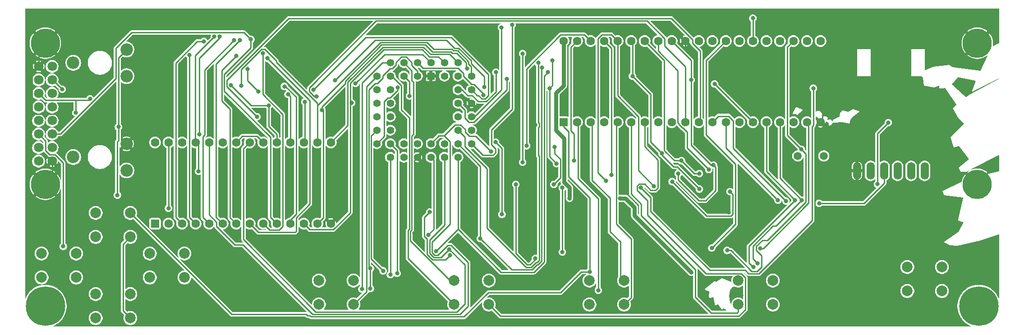
<source format=gbr>
%TF.GenerationSoftware,KiCad,Pcbnew,9.0.0*%
%TF.CreationDate,2025-03-31T18:37:57+02:00*%
%TF.ProjectId,servicetastatur,73657276-6963-4657-9461-737461747572,rev?*%
%TF.SameCoordinates,Original*%
%TF.FileFunction,Copper,L2,Bot*%
%TF.FilePolarity,Positive*%
%FSLAX46Y46*%
G04 Gerber Fmt 4.6, Leading zero omitted, Abs format (unit mm)*
G04 Created by KiCad (PCBNEW 9.0.0) date 2025-03-31 18:37:57*
%MOMM*%
%LPD*%
G01*
G04 APERTURE LIST*
G04 Aperture macros list*
%AMRoundRect*
0 Rectangle with rounded corners*
0 $1 Rounding radius*
0 $2 $3 $4 $5 $6 $7 $8 $9 X,Y pos of 4 corners*
0 Add a 4 corners polygon primitive as box body*
4,1,4,$2,$3,$4,$5,$6,$7,$8,$9,$2,$3,0*
0 Add four circle primitives for the rounded corners*
1,1,$1+$1,$2,$3*
1,1,$1+$1,$4,$5*
1,1,$1+$1,$6,$7*
1,1,$1+$1,$8,$9*
0 Add four rect primitives between the rounded corners*
20,1,$1+$1,$2,$3,$4,$5,0*
20,1,$1+$1,$4,$5,$6,$7,0*
20,1,$1+$1,$6,$7,$8,$9,0*
20,1,$1+$1,$8,$9,$2,$3,0*%
G04 Aperture macros list end*
%TA.AperFunction,ComponentPad*%
%ADD10C,2.000000*%
%TD*%
%TA.AperFunction,ComponentPad*%
%ADD11C,1.500000*%
%TD*%
%TA.AperFunction,ComponentPad*%
%ADD12RoundRect,0.250000X0.550000X-0.550000X0.550000X0.550000X-0.550000X0.550000X-0.550000X-0.550000X0*%
%TD*%
%TA.AperFunction,ComponentPad*%
%ADD13C,1.600000*%
%TD*%
%TA.AperFunction,ComponentPad*%
%ADD14O,1.524000X3.250000*%
%TD*%
%TA.AperFunction,ComponentPad*%
%ADD15C,2.340000*%
%TD*%
%TA.AperFunction,ComponentPad*%
%ADD16R,1.422400X1.422400*%
%TD*%
%TA.AperFunction,ComponentPad*%
%ADD17C,1.422400*%
%TD*%
%TA.AperFunction,ComponentPad*%
%ADD18C,7.400000*%
%TD*%
%TA.AperFunction,ComponentPad*%
%ADD19C,1.800000*%
%TD*%
%TA.AperFunction,ComponentPad*%
%ADD20C,5.500000*%
%TD*%
%TA.AperFunction,ViaPad*%
%ADD21C,0.800000*%
%TD*%
%TA.AperFunction,Conductor*%
%ADD22C,0.250000*%
%TD*%
%TA.AperFunction,Conductor*%
%ADD23C,0.750000*%
%TD*%
G04 APERTURE END LIST*
D10*
%TO.P,SW2,1,1*%
%TO.N,Net-(U1-P1.1)*%
X37390000Y-63790000D03*
X43890000Y-63790000D03*
%TO.P,SW2,2,2*%
%TO.N,Net-(U1-P1.4)*%
X37390000Y-68290000D03*
X43890000Y-68290000D03*
%TD*%
D11*
%TO.P,Y1,1,1*%
%TO.N,Net-(U1-XTAL1)*%
X163957000Y-45466000D03*
%TO.P,Y1,2,2*%
%TO.N,Net-(U1-XTAL2)*%
X159077000Y-45466000D03*
%TD*%
D12*
%TO.P,U3,1,VPP*%
%TO.N,A15*%
X38354000Y-58166000D03*
D13*
%TO.P,U3,2,A12*%
%TO.N,Net-(U1-P2.4{slash}A12)*%
X40894000Y-58166000D03*
%TO.P,U3,3,A7*%
%TO.N,A7*%
X43434000Y-58166000D03*
%TO.P,U3,4,A6*%
%TO.N,A6*%
X45974000Y-58166000D03*
%TO.P,U3,5,A5*%
%TO.N,A5*%
X48514000Y-58166000D03*
%TO.P,U3,6,A4*%
%TO.N,A4*%
X51054000Y-58166000D03*
%TO.P,U3,7,A3*%
%TO.N,A3*%
X53594000Y-58166000D03*
%TO.P,U3,8,A2*%
%TO.N,A2*%
X56134000Y-58166000D03*
%TO.P,U3,9,A1*%
%TO.N,A1*%
X58674000Y-58166000D03*
%TO.P,U3,10,A0*%
%TO.N,A0*%
X61214000Y-58166000D03*
%TO.P,U3,11,D0*%
%TO.N,D0*%
X63754000Y-58166000D03*
%TO.P,U3,12,D1*%
%TO.N,D1*%
X66294000Y-58166000D03*
%TO.P,U3,13,D2*%
%TO.N,D2*%
X68834000Y-58166000D03*
%TO.P,U3,14,GND*%
%TO.N,GND*%
X71374000Y-58166000D03*
%TO.P,U3,15,D3*%
%TO.N,D3*%
X71374000Y-42926000D03*
%TO.P,U3,16,D4*%
%TO.N,D4*%
X68834000Y-42926000D03*
%TO.P,U3,17,D5*%
%TO.N,D5*%
X66294000Y-42926000D03*
%TO.P,U3,18,D6*%
%TO.N,D6*%
X63754000Y-42926000D03*
%TO.P,U3,19,D7*%
%TO.N,D7*%
X61214000Y-42926000D03*
%TO.P,U3,20,~{CE}*%
%TO.N,Net-(U1-PSEN)*%
X58674000Y-42926000D03*
%TO.P,U3,21,A10*%
%TO.N,Net-(U1-P2.2{slash}A10)*%
X56134000Y-42926000D03*
%TO.P,U3,22,~{OE}*%
%TO.N,Net-(U1-PSEN)*%
X53594000Y-42926000D03*
%TO.P,U3,23,A11*%
%TO.N,Net-(U1-P2.3{slash}A11)*%
X51054000Y-42926000D03*
%TO.P,U3,24,A9*%
%TO.N,Net-(U1-P2.1{slash}A9)*%
X48514000Y-42926000D03*
%TO.P,U3,25,A8*%
%TO.N,Net-(U1-P2.0{slash}A8)*%
X45974000Y-42926000D03*
%TO.P,U3,26,A13*%
%TO.N,Net-(U1-P2.5{slash}A13)*%
X43434000Y-42926000D03*
%TO.P,U3,27,~{PGM}*%
%TO.N,A14*%
X40894000Y-42926000D03*
%TO.P,U3,28,VCC*%
%TO.N,VCC*%
X38354000Y-42926000D03*
%TD*%
D10*
%TO.P,SW3,1,1*%
%TO.N,Net-(U1-P1.2)*%
X119940000Y-68870000D03*
X126440000Y-68870000D03*
%TO.P,SW3,2,2*%
%TO.N,Net-(U1-P1.4)*%
X119940000Y-73370000D03*
X126440000Y-73370000D03*
%TD*%
%TO.P,SW7,1,1*%
%TO.N,Net-(U1-P1.0)*%
X27230000Y-56170000D03*
X33730000Y-56170000D03*
%TO.P,SW7,2,2*%
%TO.N,Net-(U1-P1.6)*%
X27230000Y-60670000D03*
X33730000Y-60670000D03*
%TD*%
%TO.P,SW5,1,1*%
%TO.N,Net-(U1-P1.1)*%
X17070000Y-63790000D03*
X23570000Y-63790000D03*
%TO.P,SW5,2,2*%
%TO.N,Net-(U1-P1.5)*%
X17070000Y-68290000D03*
X23570000Y-68290000D03*
%TD*%
D14*
%TO.P,J3,1,Pin_1*%
%TO.N,GND*%
X170180000Y-48260000D03*
%TO.P,J3,2,Pin_2*%
%TO.N,Net-(J3-Pin_2)*%
X172720000Y-48260000D03*
%TO.P,J3,3,Pin_3*%
%TO.N,Net-(J3-Pin_3)*%
X175260000Y-48260000D03*
%TO.P,J3,4,Pin_4*%
%TO.N,Net-(J3-Pin_4)*%
X177800000Y-48260000D03*
%TO.P,J3,5,Pin_5*%
%TO.N,Net-(J3-Pin_5)*%
X180340000Y-48260000D03*
%TO.P,J3,6,Pin_6*%
%TO.N,Net-(D3-A)*%
X182880000Y-48260000D03*
%TD*%
D15*
%TO.P,RV2,1,1*%
%TO.N,VCC*%
X33020000Y-25480000D03*
%TO.P,RV2,2,2*%
%TO.N,/Helligkeit*%
X23020000Y-27980000D03*
%TO.P,RV2,3,3*%
X33020000Y-30480000D03*
%TD*%
D10*
%TO.P,SW9,1,1*%
%TO.N,Net-(U1-P1.2)*%
X94540000Y-68870000D03*
X101040000Y-68870000D03*
%TO.P,SW9,2,2*%
%TO.N,Net-(U1-P1.6)*%
X94540000Y-73370000D03*
X101040000Y-73370000D03*
%TD*%
D16*
%TO.P,U11,1,Vss1*%
%TO.N,GND*%
X90170000Y-30480000D03*
D17*
%TO.P,U11,2,P1.0*%
%TO.N,Net-(U1-P1.0)*%
X87630000Y-27940000D03*
%TO.P,U11,3,P1.1*%
%TO.N,Net-(U1-P1.1)*%
X87630000Y-30480000D03*
%TO.P,U11,4,P1.2*%
%TO.N,Net-(U1-P1.2)*%
X85090000Y-27940000D03*
%TO.P,U11,5,P1.3*%
%TO.N,unconnected-(U1-P1.3-Pad4)*%
X85090000Y-30480000D03*
%TO.P,U11,6,P1.4*%
%TO.N,Net-(U1-P1.4)*%
X82550000Y-27940000D03*
%TO.P,U11,7,P1.5*%
%TO.N,Net-(U1-P1.5)*%
X80010000Y-30480000D03*
%TO.P,U11,8,P1.6*%
%TO.N,Net-(U1-P1.6)*%
X82550000Y-30480000D03*
%TO.P,U11,9,P1.7*%
%TO.N,unconnected-(U1-P1.7-Pad8)*%
X80010000Y-33020000D03*
%TO.P,U11,10,RST*%
%TO.N,RESET*%
X82550000Y-33020000D03*
%TO.P,U11,11,P3.0/RxD*%
%TO.N,unconnected-(U1-P3.0{slash}RxD-Pad10)*%
X80010000Y-35560000D03*
%TO.P,U11,12,NIC*%
%TO.N,unconnected-(U11-NIC-Pad12)*%
X82550000Y-35560000D03*
%TO.P,U11,13,P3.1/TxD*%
%TO.N,unconnected-(U1-P3.1{slash}TxD-Pad11)*%
X80010000Y-38100000D03*
%TO.P,U11,14,P3.2/INT0*%
%TO.N,Net-(U1-P3.2{slash}INT0)*%
X82550000Y-38100000D03*
%TO.P,U11,15,P3.3/INT1*%
%TO.N,Net-(U1-P3.3{slash}INT1)*%
X80010000Y-40640000D03*
%TO.P,U11,16,P3.4/T0*%
%TO.N,SDA*%
X82550000Y-40640000D03*
%TO.P,U11,17,P3.5/T1*%
%TO.N,SCL*%
X80010000Y-43180000D03*
%TO.P,U11,18,P3.6/WR*%
%TO.N,Net-(U1-P3.6{slash}WR)*%
X82550000Y-45720000D03*
%TO.P,U11,19,P3.7/RD*%
%TO.N,Net-(U1-P3.7{slash}RD)*%
X82550000Y-43180000D03*
%TO.P,U11,20,XTAL2*%
%TO.N,Net-(U1-XTAL2)*%
X85090000Y-45720000D03*
%TO.P,U11,21,XTAL1*%
%TO.N,Net-(U1-XTAL1)*%
X85090000Y-43180000D03*
%TO.P,U11,22,Vss*%
%TO.N,GND*%
X87630000Y-45720000D03*
%TO.P,U11,23,NIC*%
%TO.N,unconnected-(U11-NIC-Pad23)*%
X87630000Y-43180000D03*
%TO.P,U11,24,P2.0/A8*%
%TO.N,Net-(U1-P2.0{slash}A8)*%
X90170000Y-45720000D03*
%TO.P,U11,25,P2.1/A9*%
%TO.N,Net-(U1-P2.1{slash}A9)*%
X90170000Y-43180000D03*
%TO.P,U11,26,P2.2/A10*%
%TO.N,Net-(U1-P2.2{slash}A10)*%
X92710000Y-45720000D03*
%TO.P,U11,27,P2.3/A11*%
%TO.N,Net-(U1-P2.3{slash}A11)*%
X92710000Y-43180000D03*
%TO.P,U11,28,P2.4/A12*%
%TO.N,Net-(U1-P2.4{slash}A12)*%
X95250000Y-45720000D03*
%TO.P,U11,29,P2.5/A13*%
%TO.N,Net-(U1-P2.5{slash}A13)*%
X97790000Y-43180000D03*
%TO.P,U11,30,P2.6/A14*%
%TO.N,A14*%
X95250000Y-43180000D03*
%TO.P,U11,31,P2.7/A15*%
%TO.N,A15*%
X97790000Y-40640000D03*
%TO.P,U11,32,PSEN*%
%TO.N,Net-(U1-PSEN)*%
X95250000Y-40640000D03*
%TO.P,U11,33,ALE*%
%TO.N,ALE*%
X97790000Y-38100000D03*
%TO.P,U11,34,NIC*%
%TO.N,unconnected-(U11-NIC-Pad34)*%
X95250000Y-38100000D03*
%TO.P,U11,35,EA*%
%TO.N,GND*%
X97790000Y-35560000D03*
%TO.P,U11,36,P0.7/AD7*%
%TO.N,D7*%
X95250000Y-35560000D03*
%TO.P,U11,37,P0.6/AD6*%
%TO.N,D6*%
X97790000Y-33020000D03*
%TO.P,U11,38,P0.5/AD5*%
%TO.N,D5*%
X95250000Y-33020000D03*
%TO.P,U11,39,P.04/AD4*%
%TO.N,D4*%
X97790000Y-30480000D03*
%TO.P,U11,40,P0.3/AD3*%
%TO.N,D3*%
X95250000Y-27940000D03*
%TO.P,U11,41,P0.2/AD2*%
%TO.N,D2*%
X95250000Y-30480000D03*
%TO.P,U11,42,P0.1/AD1*%
%TO.N,D1*%
X92710000Y-27940000D03*
%TO.P,U11,43,P0.0/AD0*%
%TO.N,D0*%
X92710000Y-30480000D03*
%TO.P,U11,44,Vcc*%
%TO.N,VCC*%
X90170000Y-27940000D03*
%TD*%
D18*
%TO.P,H2,1*%
%TO.N,N/C*%
X193040000Y-73660000D03*
%TD*%
D15*
%TO.P,RV1,1,1*%
%TO.N,GND*%
X33020000Y-43180000D03*
%TO.P,RV1,2,2*%
%TO.N,/Kontrast*%
X23020000Y-45680000D03*
%TO.P,RV1,3,3*%
X33020000Y-48180000D03*
%TD*%
D19*
%TO.P,J2,1,Pin_1*%
%TO.N,GND*%
X19050000Y-46440000D03*
%TO.P,J2,2,Pin_2*%
%TO.N,VCC*%
X16510000Y-46440000D03*
%TO.P,J2,3,Pin_3*%
%TO.N,/Kontrast*%
X19050000Y-43900000D03*
%TO.P,J2,4,Pin_4*%
%TO.N,A1*%
X16510000Y-43900000D03*
%TO.P,J2,5,Pin_5*%
%TO.N,A0*%
X19050000Y-41360000D03*
%TO.P,J2,6,Pin_6*%
%TO.N,/LCD_EN*%
X16510000Y-41360000D03*
%TO.P,J2,7,Pin_7*%
%TO.N,D0*%
X19050000Y-38820000D03*
%TO.P,J2,8,Pin_8*%
%TO.N,D1*%
X16510000Y-38820000D03*
%TO.P,J2,9,Pin_9*%
%TO.N,D2*%
X19050000Y-36280000D03*
%TO.P,J2,10,Pin_10*%
%TO.N,D3*%
X16510000Y-36280000D03*
%TO.P,J2,11,Pin_11*%
%TO.N,D4*%
X19050000Y-33740000D03*
%TO.P,J2,12,Pin_12*%
%TO.N,D5*%
X16510000Y-33740000D03*
%TO.P,J2,13,Pin_13*%
%TO.N,D6*%
X19050000Y-31200000D03*
%TO.P,J2,14,Pin_14*%
%TO.N,D7*%
X16510000Y-31200000D03*
%TO.P,J2,15,Pin_15*%
%TO.N,/Helligkeit*%
X19050000Y-28660000D03*
%TO.P,J2,16,Pin_16*%
%TO.N,GND*%
X16510000Y-28660000D03*
D20*
%TO.P,J2,MP,MountPin*%
X17780000Y-24300000D03*
X17780000Y-50800000D03*
X192780000Y-24300000D03*
X192780000Y-50800000D03*
%TD*%
D10*
%TO.P,SW6,1,1*%
%TO.N,Net-(U1-P1.2)*%
X69140000Y-68870000D03*
X75640000Y-68870000D03*
%TO.P,SW6,2,2*%
%TO.N,Net-(U1-P1.5)*%
X69140000Y-73370000D03*
X75640000Y-73370000D03*
%TD*%
%TO.P,SW1,1,1*%
%TO.N,Net-(U1-P1.0)*%
X179630000Y-66330000D03*
X186130000Y-66330000D03*
%TO.P,SW1,2,2*%
%TO.N,Net-(U1-P1.4)*%
X179630000Y-70830000D03*
X186130000Y-70830000D03*
%TD*%
D18*
%TO.P,H1,1*%
%TO.N,N/C*%
X17780000Y-73660000D03*
%TD*%
D10*
%TO.P,SW4,1,1*%
%TO.N,Net-(U1-P1.0)*%
X147880000Y-68870000D03*
X154380000Y-68870000D03*
%TO.P,SW4,2,2*%
%TO.N,Net-(U1-P1.5)*%
X147880000Y-73370000D03*
X154380000Y-73370000D03*
%TD*%
%TO.P,SW8,1,1*%
%TO.N,Net-(U1-P1.1)*%
X27230000Y-71410000D03*
X33730000Y-71410000D03*
%TO.P,SW8,2,2*%
%TO.N,Net-(U1-P1.6)*%
X27230000Y-75910000D03*
X33730000Y-75910000D03*
%TD*%
D12*
%TO.P,U1,1,P1.0*%
%TO.N,Net-(U1-P1.0)*%
X115062000Y-39116000D03*
D13*
%TO.P,U1,2,P1.1*%
%TO.N,Net-(U1-P1.1)*%
X117602000Y-39116000D03*
%TO.P,U1,3,P1.2*%
%TO.N,Net-(U1-P1.2)*%
X120142000Y-39116000D03*
%TO.P,U1,4,P1.3*%
%TO.N,unconnected-(U1-P1.3-Pad4)*%
X122682000Y-39116000D03*
%TO.P,U1,5,P1.4*%
%TO.N,Net-(U1-P1.4)*%
X125222000Y-39116000D03*
%TO.P,U1,6,P1.5*%
%TO.N,Net-(U1-P1.5)*%
X127762000Y-39116000D03*
%TO.P,U1,7,P1.6*%
%TO.N,Net-(U1-P1.6)*%
X130302000Y-39116000D03*
%TO.P,U1,8,P1.7*%
%TO.N,unconnected-(U1-P1.7-Pad8)*%
X132842000Y-39116000D03*
%TO.P,U1,9,RST*%
%TO.N,RESET*%
X135382000Y-39116000D03*
%TO.P,U1,10,P3.0/RxD*%
%TO.N,unconnected-(U1-P3.0{slash}RxD-Pad10)*%
X137922000Y-39116000D03*
%TO.P,U1,11,P3.1/TxD*%
%TO.N,unconnected-(U1-P3.1{slash}TxD-Pad11)*%
X140462000Y-39116000D03*
%TO.P,U1,12,P3.2/INT0*%
%TO.N,Net-(U1-P3.2{slash}INT0)*%
X143002000Y-39116000D03*
%TO.P,U1,13,P3.3/INT1*%
%TO.N,Net-(U1-P3.3{slash}INT1)*%
X145542000Y-39116000D03*
%TO.P,U1,14,P3.4/T0*%
%TO.N,SDA*%
X148082000Y-39116000D03*
%TO.P,U1,15,P3.5/T1*%
%TO.N,SCL*%
X150622000Y-39116000D03*
%TO.P,U1,16,P3.6/WR*%
%TO.N,Net-(U1-P3.6{slash}WR)*%
X153162000Y-39116000D03*
%TO.P,U1,17,P3.7/RD*%
%TO.N,Net-(U1-P3.7{slash}RD)*%
X155702000Y-39116000D03*
%TO.P,U1,18,XTAL2*%
%TO.N,Net-(U1-XTAL2)*%
X158242000Y-39116000D03*
%TO.P,U1,19,XTAL1*%
%TO.N,Net-(U1-XTAL1)*%
X160782000Y-39116000D03*
%TO.P,U1,20,Vss*%
%TO.N,GND*%
X163322000Y-39116000D03*
%TO.P,U1,21,P2.0/A8*%
%TO.N,Net-(U1-P2.0{slash}A8)*%
X163322000Y-23876000D03*
%TO.P,U1,22,P2.1/A9*%
%TO.N,Net-(U1-P2.1{slash}A9)*%
X160782000Y-23876000D03*
%TO.P,U1,23,P2.2/A10*%
%TO.N,Net-(U1-P2.2{slash}A10)*%
X158242000Y-23876000D03*
%TO.P,U1,24,P2.3/A11*%
%TO.N,Net-(U1-P2.3{slash}A11)*%
X155702000Y-23876000D03*
%TO.P,U1,25,P2.4/A12*%
%TO.N,Net-(U1-P2.4{slash}A12)*%
X153162000Y-23876000D03*
%TO.P,U1,26,P2.5/A13*%
%TO.N,Net-(U1-P2.5{slash}A13)*%
X150622000Y-23876000D03*
%TO.P,U1,27,P2.6/A14*%
%TO.N,A14*%
X148082000Y-23876000D03*
%TO.P,U1,28,P2.7/A15*%
%TO.N,A15*%
X145542000Y-23876000D03*
%TO.P,U1,29,PSEN*%
%TO.N,Net-(U1-PSEN)*%
X143002000Y-23876000D03*
%TO.P,U1,30,ALE*%
%TO.N,ALE*%
X140462000Y-23876000D03*
%TO.P,U1,31,~{EA}/Vpp*%
%TO.N,GND*%
X137922000Y-23876000D03*
%TO.P,U1,32,P0.7/AD7*%
%TO.N,D7*%
X135382000Y-23876000D03*
%TO.P,U1,33,P0.6/AD6*%
%TO.N,D6*%
X132842000Y-23876000D03*
%TO.P,U1,34,P0.5/AD5*%
%TO.N,D5*%
X130302000Y-23876000D03*
%TO.P,U1,35,P.04/AD4*%
%TO.N,D4*%
X127762000Y-23876000D03*
%TO.P,U1,36,P0.3/AD3*%
%TO.N,D3*%
X125222000Y-23876000D03*
%TO.P,U1,37,P0.2/AD2*%
%TO.N,D2*%
X122682000Y-23876000D03*
%TO.P,U1,38,P0.1/AD1*%
%TO.N,D1*%
X120142000Y-23876000D03*
%TO.P,U1,39,P0.0/AD0*%
%TO.N,D0*%
X117602000Y-23876000D03*
%TO.P,U1,40,Vcc*%
%TO.N,VCC*%
X115062000Y-23876000D03*
%TD*%
D21*
%TO.N,/LCD_EN*%
X21146600Y-62449000D03*
%TO.N,GND*%
X148590000Y-48895000D03*
X54102000Y-59944000D03*
X60960000Y-30480000D03*
X132080000Y-68580000D03*
X154305000Y-44450000D03*
X109220000Y-35560000D03*
X176530000Y-43180000D03*
X66802000Y-31496000D03*
X53340000Y-40640000D03*
X143510000Y-35560000D03*
X140970000Y-60960000D03*
X58420000Y-46990000D03*
X76200000Y-44450000D03*
X108825200Y-44340100D03*
X148463000Y-71628000D03*
X166521800Y-27958600D03*
X41910000Y-71120000D03*
X53340000Y-55880000D03*
X104140000Y-69850000D03*
X165887400Y-56997600D03*
X68580000Y-55880000D03*
X35560000Y-40640000D03*
X39370000Y-48260000D03*
X118110000Y-36830000D03*
X139994300Y-27307500D03*
X38100000Y-33782000D03*
X58420000Y-21590000D03*
X85852000Y-35560000D03*
X116840000Y-55880000D03*
X140716000Y-69850000D03*
X63500000Y-55880000D03*
X101600000Y-27940000D03*
X74930000Y-58420000D03*
X21261300Y-39185200D03*
X88900000Y-50800000D03*
X140970000Y-53086000D03*
X154940000Y-33020000D03*
X122555000Y-58420000D03*
X130810000Y-30480000D03*
X66040000Y-52070000D03*
X38100000Y-36322000D03*
X43434000Y-53340000D03*
X109790500Y-39679800D03*
X104140000Y-35560000D03*
X179070000Y-43180000D03*
X120650000Y-34290000D03*
X143229300Y-44363200D03*
X111760000Y-72390000D03*
X140970000Y-47752000D03*
X63500000Y-49530000D03*
X104140000Y-73660000D03*
X156210000Y-20320000D03*
X131445000Y-26670000D03*
X147320000Y-26670000D03*
X123190000Y-35560000D03*
X29210000Y-64770000D03*
X143510000Y-21590000D03*
X139788600Y-43169100D03*
X91440000Y-35560000D03*
X101854000Y-51435000D03*
X156718000Y-44450000D03*
X97790000Y-50800000D03*
X81280000Y-69596000D03*
X82550000Y-73660000D03*
X147320000Y-31750000D03*
X177800000Y-58420000D03*
X109575000Y-53975000D03*
X87049200Y-59930000D03*
X115570000Y-35560000D03*
X172923200Y-37744400D03*
X71882000Y-36830000D03*
X118110000Y-69850000D03*
X67310000Y-24130000D03*
X101600000Y-24130000D03*
X84328000Y-38354000D03*
X71120000Y-50800000D03*
X58674000Y-39370000D03*
X132080000Y-33020000D03*
X164084000Y-52120800D03*
X60960000Y-39116000D03*
X73660000Y-44450000D03*
X71120000Y-40640000D03*
X168592500Y-43878500D03*
X64770000Y-64135000D03*
X67310000Y-28980600D03*
X190500000Y-32004000D03*
X98552000Y-69850000D03*
X162226000Y-59948000D03*
X125730000Y-36830000D03*
X43434000Y-49530000D03*
X91440000Y-38100000D03*
X60960000Y-48260000D03*
X66040000Y-68580000D03*
X128905000Y-59055000D03*
X171450000Y-35560000D03*
X43434000Y-30480000D03*
X48768000Y-30480000D03*
X68580000Y-46990000D03*
X53340000Y-68580000D03*
X152400000Y-29210000D03*
X55880000Y-39624000D03*
X134620000Y-72390000D03*
X21590000Y-30480000D03*
X48768000Y-37846000D03*
X25400000Y-44450000D03*
X43434000Y-40132000D03*
X124460000Y-63500000D03*
X58420000Y-50800000D03*
X51054000Y-55372000D03*
X108486200Y-65134800D03*
X146130200Y-56032500D03*
X46990000Y-64770000D03*
X154940000Y-47625000D03*
%TO.N,Net-(U20-D)*%
X161979500Y-32747500D03*
X129589300Y-51436600D03*
%TO.N,D4*%
X140583200Y-51689000D03*
X133543700Y-44980300D03*
X128016300Y-30480000D03*
X54539000Y-32292700D03*
%TO.N,D5*%
X26175800Y-34759900D03*
X66489700Y-35290000D03*
X137225600Y-46355000D03*
X23526800Y-37360700D03*
X140589000Y-48768000D03*
X102369800Y-29758700D03*
%TO.N,D6*%
X113013600Y-27542700D03*
X63335600Y-33892800D03*
X68089300Y-33058700D03*
X57765300Y-33357700D03*
X55776300Y-29145800D03*
X112452700Y-32747200D03*
X113749300Y-46887700D03*
X142352200Y-48039500D03*
X20956400Y-32951300D03*
%TO.N,D7*%
X139048800Y-31176700D03*
X143246500Y-47170700D03*
X52595900Y-32147200D03*
X59695300Y-36016700D03*
X104421900Y-31039500D03*
X136607700Y-48763700D03*
%TO.N,D0*%
X117082600Y-46353400D03*
X62661200Y-32405400D03*
%TO.N,D1*%
X108149000Y-43552900D03*
X75302900Y-35489100D03*
%TO.N,D2*%
X124075400Y-49040500D03*
X97005200Y-29037400D03*
X69684500Y-36818500D03*
%TO.N,D3*%
X107398500Y-26231600D03*
X107398500Y-46639500D03*
X123098800Y-50165000D03*
X132070900Y-51114800D03*
%TO.N,VCC*%
X139065000Y-67310000D03*
X31312800Y-52811100D03*
X127765800Y-54465200D03*
X31496400Y-40000000D03*
X125702600Y-53428100D03*
X116205000Y-53428100D03*
X76025500Y-31851800D03*
%TO.N,Net-(J3-Pin_3)*%
X163068000Y-54356000D03*
%TO.N,A15*%
X142913000Y-62758400D03*
%TO.N,A14*%
X99456400Y-60960000D03*
X40894000Y-55284400D03*
X111074500Y-28848900D03*
%TO.N,ALE*%
X103425500Y-21325800D03*
%TO.N,Net-(U19-D)*%
X113259400Y-50800000D03*
X113437000Y-43795400D03*
%TO.N,SCL*%
X83924700Y-32594800D03*
X143436200Y-31930200D03*
%TO.N,Net-(U1-XTAL2)*%
X103523900Y-56423300D03*
X102326100Y-42878400D03*
%TO.N,Net-(U1-XTAL1)*%
X151973000Y-62814500D03*
X89958500Y-56001100D03*
X93733300Y-64142700D03*
%TO.N,CLOCK*%
X135471800Y-50268700D03*
X176062500Y-39206500D03*
X146323000Y-52158900D03*
X174054400Y-50765600D03*
%TO.N,Net-(U1-P1.4)*%
X77229700Y-70461300D03*
%TO.N,Net-(U1-P1.0)*%
X100026300Y-34012000D03*
X120003500Y-67220600D03*
%TO.N,A0*%
X56366800Y-23574300D03*
%TO.N,A6*%
X44809300Y-26495500D03*
%TO.N,A1*%
X58617100Y-26184600D03*
%TO.N,A5*%
X53250700Y-23704700D03*
%TO.N,A4*%
X54301900Y-23727600D03*
%TO.N,A3*%
X53595300Y-26691100D03*
%TO.N,A2*%
X59483300Y-27138700D03*
%TO.N,A7*%
X47533200Y-23955100D03*
%TO.N,Net-(U1-P1.1)*%
X121607300Y-70687900D03*
X78801700Y-66566900D03*
X78801700Y-70348100D03*
%TO.N,unconnected-(U1-P3.0{slash}RxD-Pad10)*%
X68663100Y-34337400D03*
%TO.N,unconnected-(U1-P1.7-Pad8)*%
X100226100Y-32558500D03*
X72164800Y-31248800D03*
%TO.N,unconnected-(U1-P1.3-Pad4)*%
X86141900Y-34184800D03*
%TO.N,Net-(U1-PSEN)*%
X110320900Y-27984800D03*
%TO.N,Net-(U1-P2.5{slash}A13)*%
X105418200Y-20849800D03*
X50540400Y-23043100D03*
X46687300Y-41448600D03*
X150622000Y-19599100D03*
%TO.N,Net-(U16-Y5)*%
X109776800Y-64698000D03*
X106115500Y-50800000D03*
%TO.N,Net-(U16-Y4)*%
X114857400Y-63500000D03*
X114857400Y-51435000D03*
%TO.N,Net-(U1-P2.2{slash}A10)*%
X145800700Y-63202800D03*
X159737550Y-44224450D03*
X93591900Y-62970000D03*
%TO.N,Net-(U1-P3.7{slash}RD)*%
X159837100Y-53770500D03*
X151511000Y-65590200D03*
X83834500Y-67487400D03*
%TO.N,Net-(U1-P2.0{slash}A8)*%
X49521500Y-23061800D03*
X46539000Y-48342900D03*
X89680900Y-60284100D03*
%TO.N,Net-(U1-P2.1{slash}A9)*%
X101508100Y-44597400D03*
%TO.N,Net-(U1-P3.2{slash}INT0)*%
X156839400Y-53923900D03*
%TO.N,Net-(U1-P3.3{slash}INT1)*%
X81205800Y-67035700D03*
X155356100Y-53773600D03*
%TO.N,Net-(U1-P3.6{slash}WR)*%
X82550000Y-67762400D03*
X150749000Y-66315200D03*
X158575400Y-53782400D03*
%TO.N,Net-(U1-P2.4{slash}A12)*%
X91140600Y-63307600D03*
X112163500Y-29714100D03*
%TO.N,unconnected-(U1-P3.1{slash}TxD-Pad11)*%
X57498800Y-38100000D03*
%TD*%
D22*
%TO.N,/LCD_EN*%
X17823300Y-44424600D02*
X18612000Y-45213300D01*
X17823300Y-42673300D02*
X17823300Y-44424600D01*
X19566800Y-45213300D02*
X21146600Y-46793100D01*
X21146600Y-46793100D02*
X21146600Y-62449000D01*
X16510000Y-41360000D02*
X17823300Y-42673300D01*
X18612000Y-45213300D02*
X19566800Y-45213300D01*
%TO.N,GND*%
X137922000Y-25235200D02*
X139994300Y-27307500D01*
X14820900Y-47840900D02*
X17780000Y-50800000D01*
X144474400Y-45608300D02*
X144474400Y-54376700D01*
X16510000Y-25570000D02*
X16510000Y-28660000D01*
X90170000Y-34508100D02*
X96738100Y-34508100D01*
X163728400Y-38709600D02*
X163728400Y-30734000D01*
X90170000Y-30480000D02*
X90170000Y-31517900D01*
X96738100Y-34508100D02*
X97790000Y-35560000D01*
X87049200Y-46300800D02*
X87049200Y-59930000D01*
X108994700Y-44509600D02*
X108825200Y-44340100D01*
X170180000Y-45466000D02*
X168605200Y-43891200D01*
X143229300Y-44363200D02*
X141924800Y-43058700D01*
X141924800Y-43058700D02*
X139678200Y-43058700D01*
X108486200Y-54483500D02*
X108486200Y-65134800D01*
X163322000Y-39116000D02*
X163728400Y-38709600D01*
X19669400Y-37593300D02*
X21261300Y-39185200D01*
X168605200Y-43891200D02*
X168592500Y-43878500D01*
X89132100Y-35546000D02*
X89132100Y-44217900D01*
X162226000Y-40212000D02*
X162226000Y-59948000D01*
X15243200Y-37593300D02*
X14820900Y-38015600D01*
X108994700Y-53975000D02*
X108994700Y-44509600D01*
X109790500Y-39679800D02*
X109790500Y-43374800D01*
X108994700Y-53975000D02*
X108486200Y-54483500D01*
X19050000Y-49530000D02*
X19050000Y-46440000D01*
X163322000Y-39116000D02*
X162226000Y-40212000D01*
X166503800Y-27958600D02*
X166521800Y-27958600D01*
X137922000Y-23876000D02*
X137922000Y-25235200D01*
X14820900Y-38015600D02*
X14820900Y-47840900D01*
X109790500Y-43374800D02*
X108825200Y-44340100D01*
X163728400Y-30734000D02*
X166503800Y-27958600D01*
X163830000Y-39116000D02*
X163322000Y-39116000D01*
X108994700Y-53975000D02*
X109575000Y-53975000D01*
X17780000Y-24300000D02*
X16510000Y-25570000D01*
X15243200Y-29926800D02*
X15243200Y-37593300D01*
X90170000Y-31517900D02*
X90170000Y-34508100D01*
X168592500Y-43878500D02*
X163830000Y-39116000D01*
X16510000Y-28660000D02*
X15243200Y-29926800D01*
X144474400Y-54376700D02*
X146130200Y-56032500D01*
X87630000Y-45720000D02*
X87049200Y-46300800D01*
X170180000Y-48260000D02*
X170180000Y-45466000D01*
X15243200Y-37593300D02*
X19669400Y-37593300D01*
X90170000Y-34508100D02*
X89132100Y-35546000D01*
X89132100Y-44217900D02*
X87630000Y-45720000D01*
X143229300Y-44363200D02*
X144474400Y-45608300D01*
X17780000Y-50800000D02*
X19050000Y-49530000D01*
X139678200Y-43058700D02*
X139788600Y-43169100D01*
%TO.N,Net-(U20-D)*%
X161726400Y-40017400D02*
X161726400Y-57602600D01*
X149833900Y-67565000D02*
X149197900Y-66929000D01*
X131445000Y-55880000D02*
X131445000Y-53292300D01*
X131445000Y-53292300D02*
X129589300Y-51436600D01*
X142494000Y-66929000D02*
X131445000Y-55880000D01*
X149197900Y-66929000D02*
X142494000Y-66929000D01*
X161726400Y-57602600D02*
X151764000Y-67565000D01*
X161979500Y-32747500D02*
X161979500Y-39764300D01*
X161979500Y-39764300D02*
X161726400Y-40017400D01*
X151764000Y-67565000D02*
X149833900Y-67565000D01*
%TO.N,D4*%
X127762000Y-23876000D02*
X128016300Y-24130300D01*
X140583200Y-51683200D02*
X136400900Y-47500900D01*
X89442800Y-24146600D02*
X90727400Y-25431200D01*
X95162800Y-25656300D02*
X97264800Y-27758300D01*
X97306200Y-28310700D02*
X97731900Y-28736400D01*
X131428900Y-33892600D02*
X131428900Y-42865500D01*
X61158300Y-27587900D02*
X58965600Y-25395200D01*
X68896900Y-35982200D02*
X68896900Y-35604700D01*
X90727400Y-25431200D02*
X94158900Y-25431200D01*
X97731900Y-28736400D02*
X97731900Y-30421900D01*
X68896900Y-35604700D02*
X61158300Y-27866100D01*
X54539000Y-29233600D02*
X54539000Y-32292700D01*
X94788500Y-25656400D02*
X94788600Y-25656300D01*
X61158300Y-27866100D02*
X61158300Y-27587900D01*
X97264800Y-28269400D02*
X97306100Y-28310700D01*
X140583200Y-51689000D02*
X140583200Y-51683200D01*
X94158900Y-25431200D02*
X94384100Y-25656400D01*
X94788600Y-25656300D02*
X95162800Y-25656300D01*
X135765900Y-47500900D02*
X133543700Y-45278700D01*
X97264800Y-27758300D02*
X97264800Y-28269400D01*
X97731900Y-30421900D02*
X97790000Y-30480000D01*
X58965600Y-25395200D02*
X58377400Y-25395200D01*
X136400900Y-47500900D02*
X135765900Y-47500900D01*
X80732500Y-24146600D02*
X89442800Y-24146600D01*
X128016300Y-30480000D02*
X131428900Y-33892600D01*
X128016300Y-24130300D02*
X128016300Y-30480000D01*
X97306100Y-28310700D02*
X97306200Y-28310700D01*
X94384100Y-25656400D02*
X94788500Y-25656400D01*
X68896900Y-35982200D02*
X80732500Y-24146600D01*
X58377400Y-25395200D02*
X54539000Y-29233600D01*
X68834000Y-42926000D02*
X68834000Y-36045100D01*
X68834000Y-36045100D02*
X68896900Y-35982200D01*
X131428900Y-42865500D02*
X133543700Y-44980300D01*
X133543700Y-45278700D02*
X133543700Y-44980300D01*
%TO.N,D5*%
X100571600Y-35227200D02*
X102369800Y-33429000D01*
X99068900Y-35227200D02*
X100571600Y-35227200D01*
X97937700Y-34096000D02*
X99068900Y-35227200D01*
X133982900Y-44392780D02*
X134269700Y-44679580D01*
X130302000Y-23876000D02*
X133982900Y-27556900D01*
X16510000Y-33740000D02*
X17780000Y-35010000D01*
X23526800Y-35010000D02*
X23526800Y-37360700D01*
X23526800Y-35010000D02*
X25925700Y-35010000D01*
X66489700Y-42730300D02*
X66489700Y-35290000D01*
X134269700Y-44734700D02*
X135890000Y-46355000D01*
X133982900Y-27556900D02*
X133982900Y-44392780D01*
X96021200Y-33020000D02*
X97097200Y-34096000D01*
X135890000Y-46355000D02*
X137225600Y-46355000D01*
X139638600Y-48768000D02*
X137225600Y-46355000D01*
X102369800Y-33429000D02*
X102369800Y-29758700D01*
X134269700Y-44679580D02*
X134269700Y-44734700D01*
X25925700Y-35010000D02*
X26175800Y-34759900D01*
X95250000Y-33020000D02*
X96021200Y-33020000D01*
X66294000Y-42926000D02*
X66489700Y-42730300D01*
X140589000Y-48768000D02*
X139638600Y-48768000D01*
X97097200Y-34096000D02*
X97937700Y-34096000D01*
X17780000Y-35010000D02*
X23526800Y-35010000D01*
%TO.N,D6*%
X113013600Y-32186300D02*
X113013600Y-27542700D01*
X138278850Y-40987443D02*
X138278850Y-43966150D01*
X136796000Y-39504593D02*
X136796000Y-39582405D01*
X112452700Y-45591100D02*
X112452700Y-32747200D01*
X55776300Y-31368700D02*
X55776300Y-29145800D01*
X113749300Y-46887700D02*
X112452700Y-45591100D01*
X136796000Y-39582405D02*
X137455595Y-40242000D01*
X19050000Y-31200000D02*
X19205100Y-31200000D01*
X99098500Y-34111800D02*
X99098500Y-34111700D01*
X19205100Y-31200000D02*
X20956400Y-32951300D01*
X132842000Y-25778190D02*
X136515200Y-29451390D01*
X100981400Y-34140100D02*
X100371200Y-34750300D01*
X132842000Y-23876000D02*
X132842000Y-25778190D01*
X98881700Y-34111700D02*
X97790000Y-33020000D01*
X57765300Y-33357700D02*
X55776300Y-31368700D01*
X99098500Y-34111700D02*
X98881700Y-34111700D01*
X94027300Y-23243200D02*
X100981400Y-30197300D01*
X77904800Y-23243200D02*
X94027300Y-23243200D01*
X100371200Y-34750300D02*
X99737000Y-34750300D01*
X99737000Y-34750300D02*
X99098500Y-34111800D01*
X112452700Y-32747200D02*
X113013600Y-32186300D01*
X68089300Y-33058700D02*
X77904800Y-23243200D01*
X138278850Y-43966150D02*
X142352200Y-48039500D01*
X137533407Y-40242000D02*
X138278850Y-40987443D01*
X100981400Y-30197300D02*
X100981400Y-34140100D01*
X136515200Y-39223793D02*
X136796000Y-39504593D01*
X63754000Y-34311200D02*
X63754000Y-42926000D01*
X136515200Y-29451390D02*
X136515200Y-39223793D01*
X137455595Y-40242000D02*
X137533407Y-40242000D01*
X63335600Y-33892800D02*
X63754000Y-34311200D01*
%TO.N,D7*%
X143637000Y-51943000D02*
X143637000Y-47561200D01*
X61214000Y-42926000D02*
X61214000Y-41402000D01*
X104421900Y-33003400D02*
X98287400Y-39137900D01*
X139048800Y-27542800D02*
X139048800Y-31176700D01*
X56465400Y-36016700D02*
X52595900Y-32147200D01*
X98287400Y-39137900D02*
X97324500Y-39137900D01*
X96520000Y-38333400D02*
X96520000Y-36830000D01*
X59695300Y-39883300D02*
X59695300Y-36016700D01*
X97324500Y-39137900D02*
X96520000Y-38333400D01*
X96520000Y-36830000D02*
X95250000Y-35560000D01*
X139048800Y-31176700D02*
X139048800Y-43458500D01*
X61214000Y-41402000D02*
X59695300Y-39883300D01*
X140462000Y-53848000D02*
X141732000Y-53848000D01*
X141732000Y-53848000D02*
X143637000Y-51943000D01*
X139048800Y-43458500D02*
X142761000Y-47170700D01*
X143637000Y-47561200D02*
X143246500Y-47170700D01*
X136607700Y-48763700D02*
X136607700Y-49993700D01*
X59695300Y-36016700D02*
X56465400Y-36016700D01*
X142761000Y-47170700D02*
X143246500Y-47170700D01*
X136607700Y-49993700D02*
X140462000Y-53848000D01*
X135382000Y-23876000D02*
X139048800Y-27542800D01*
X104421900Y-31039500D02*
X104421900Y-33003400D01*
%TO.N,D0*%
X64894200Y-56387000D02*
X64894200Y-34423700D01*
X116473400Y-40750600D02*
X116473400Y-25004600D01*
X63754000Y-57527200D02*
X64894200Y-56387000D01*
X63754000Y-58166000D02*
X63754000Y-57527200D01*
X62875900Y-32405400D02*
X62661200Y-32405400D01*
X117082600Y-46353400D02*
X117082600Y-41359800D01*
X117082600Y-41359800D02*
X116473400Y-40750600D01*
X116473400Y-25004600D02*
X117602000Y-23876000D01*
X64894200Y-34423700D02*
X62875900Y-32405400D01*
%TO.N,D1*%
X92710000Y-27940000D02*
X91603700Y-26833700D01*
X114542900Y-22735200D02*
X108149000Y-29129100D01*
X120142000Y-23876000D02*
X119001200Y-22735200D01*
X75026100Y-56132600D02*
X71841000Y-59317700D01*
X88576200Y-25501700D02*
X81293800Y-25501700D01*
X81293800Y-25501700D02*
X75026100Y-31769400D01*
X91603700Y-26833700D02*
X89908200Y-26833700D01*
X71841000Y-59317700D02*
X67445700Y-59317700D01*
X108149000Y-29129100D02*
X108149000Y-43552900D01*
X75026100Y-31769400D02*
X75026100Y-35489100D01*
X75026100Y-35489100D02*
X75026100Y-56132600D01*
X119001200Y-22735200D02*
X114542900Y-22735200D01*
X67445700Y-59317700D02*
X66294000Y-58166000D01*
X75026100Y-35489100D02*
X75302900Y-35489100D01*
X89908200Y-26833700D02*
X88576200Y-25501700D01*
%TO.N,D2*%
X69684500Y-36281400D02*
X69684500Y-36818500D01*
X93948100Y-25930300D02*
X90457400Y-25930300D01*
X69960700Y-36818500D02*
X69960700Y-57039300D01*
X94177500Y-26159700D02*
X93948100Y-25930300D01*
X90457400Y-25930300D02*
X89125400Y-24598300D01*
X69960700Y-57039300D02*
X68834000Y-58166000D01*
X96813100Y-27945400D02*
X95027400Y-26159700D01*
X95027400Y-26159700D02*
X94177500Y-26159700D01*
X122682000Y-23876000D02*
X124075400Y-25269400D01*
X74122700Y-31395200D02*
X74122700Y-31843200D01*
X80919600Y-24598300D02*
X74122700Y-31395200D01*
X74122700Y-31843200D02*
X69684500Y-36281400D01*
X89125400Y-24598300D02*
X80919600Y-24598300D01*
X69684500Y-36818500D02*
X69960700Y-36818500D01*
X97005200Y-29037400D02*
X96813100Y-28845300D01*
X124075400Y-25269400D02*
X124075400Y-49040500D01*
X96813100Y-28845300D02*
X96813100Y-27945400D01*
%TO.N,D3*%
X93692000Y-26382000D02*
X90139900Y-26382000D01*
X74574400Y-31582300D02*
X74574400Y-39725600D01*
X121518600Y-23444300D02*
X122268300Y-22694600D01*
X122268300Y-22694600D02*
X124040600Y-22694600D01*
X125222000Y-23876000D02*
X125222000Y-34146900D01*
X90139900Y-26382000D02*
X88807900Y-25050000D01*
X123098800Y-50165000D02*
X121518600Y-48584800D01*
X81106700Y-25050000D02*
X74574400Y-31582300D01*
X88807900Y-25050000D02*
X81106700Y-25050000D01*
X125222000Y-34146900D02*
X129170000Y-38094900D01*
X121518600Y-48584800D02*
X121518600Y-23444300D01*
X129170000Y-48213900D02*
X132070900Y-51114800D01*
X107398500Y-26231600D02*
X107398500Y-46639500D01*
X74574400Y-39725600D02*
X71374000Y-42926000D01*
X129170000Y-38094900D02*
X129170000Y-48213900D01*
X124040600Y-22694600D02*
X125222000Y-23876000D01*
X95250000Y-27940000D02*
X93692000Y-26382000D01*
%TO.N,VCC*%
X31496400Y-27003600D02*
X33020000Y-25480000D01*
D23*
X113665000Y-40640000D02*
X113665000Y-33655000D01*
D22*
X88622500Y-26392500D02*
X81484800Y-26392500D01*
X90170000Y-27940000D02*
X88622500Y-26392500D01*
D23*
X126728700Y-53428100D02*
X125702600Y-53428100D01*
X128407800Y-55107200D02*
X127765800Y-54465200D01*
D22*
X31496400Y-40000000D02*
X31496400Y-27003600D01*
D23*
X115062000Y-32258000D02*
X115062000Y-23876000D01*
X128407800Y-56652800D02*
X128407800Y-55107200D01*
X115216500Y-50413827D02*
X115216500Y-42191500D01*
X139065000Y-67310000D02*
X128407800Y-56652800D01*
D22*
X31496400Y-42620200D02*
X31496400Y-40000000D01*
D23*
X116205000Y-53428100D02*
X116205000Y-51402327D01*
D22*
X31312800Y-42803800D02*
X31312800Y-52811100D01*
D23*
X116205000Y-51402327D02*
X115216500Y-50413827D01*
X115216500Y-42191500D02*
X113665000Y-40640000D01*
X113665000Y-33655000D02*
X115062000Y-32258000D01*
X128407800Y-55107200D02*
X126728700Y-53428100D01*
D22*
X81484800Y-26392500D02*
X76025500Y-31851800D01*
X31496400Y-42620200D02*
X31312800Y-42803800D01*
%TO.N,Net-(J3-Pin_3)*%
X175260000Y-50591400D02*
X175260000Y-48260000D01*
X171495400Y-54356000D02*
X175260000Y-50591400D01*
X163068000Y-54356000D02*
X171495400Y-54356000D01*
%TO.N,A15*%
X142913000Y-62758400D02*
X147397400Y-58274000D01*
X147397400Y-58274000D02*
X147397400Y-47032900D01*
X141875300Y-41510800D02*
X141875300Y-27542700D01*
X141875300Y-27542700D02*
X145542000Y-23876000D01*
X147397400Y-47032900D02*
X141875300Y-41510800D01*
%TO.N,A14*%
X110955300Y-40181500D02*
X110968900Y-40167900D01*
X95250000Y-43180000D02*
X99456400Y-47386400D01*
X105344100Y-66847700D02*
X109168500Y-66847700D01*
X110968900Y-28954500D02*
X111074500Y-28848900D01*
X110968900Y-40167900D02*
X110968900Y-28954500D01*
X110265000Y-65876400D02*
X110955300Y-65186100D01*
X110955300Y-65186100D02*
X110955300Y-40181500D01*
X99456400Y-47386400D02*
X99456400Y-60960000D01*
X99456400Y-60960000D02*
X105344100Y-66847700D01*
X110139800Y-65876400D02*
X110265000Y-65876400D01*
X109168500Y-66847700D02*
X110139800Y-65876400D01*
X40894000Y-42926000D02*
X40894000Y-55284400D01*
%TO.N,ALE*%
X103425500Y-33011110D02*
X98336610Y-38100000D01*
X98336610Y-38100000D02*
X97790000Y-38100000D01*
X103425500Y-21325800D02*
X103425500Y-33011110D01*
%TO.N,Net-(U19-D)*%
X113437000Y-43795400D02*
X113437000Y-45024900D01*
X113437000Y-45024900D02*
X114515500Y-46103400D01*
X114515500Y-46103400D02*
X114515500Y-49543900D01*
X114515500Y-49543900D02*
X113259400Y-50800000D01*
%TO.N,SCL*%
X81402900Y-35237000D02*
X82117800Y-34522100D01*
X80010000Y-43180000D02*
X81402900Y-41787100D01*
X82117800Y-34522100D02*
X82532200Y-34522100D01*
X82532200Y-34522100D02*
X83924700Y-33129600D01*
X150622000Y-39116000D02*
X143436200Y-31930200D01*
X81402900Y-41787100D02*
X81402900Y-35237000D01*
X83924700Y-33129600D02*
X83924700Y-32594800D01*
%TO.N,Net-(U1-XTAL2)*%
X103523900Y-44076200D02*
X103523900Y-56423300D01*
X102326100Y-42878400D02*
X103523900Y-44076200D01*
%TO.N,Net-(U1-XTAL1)*%
X88954200Y-57005400D02*
X88954200Y-60585000D01*
X89958500Y-56001100D02*
X88954200Y-57005400D01*
X152579800Y-62814500D02*
X161067000Y-54327300D01*
X92899700Y-64976300D02*
X93733300Y-64142700D01*
X161067000Y-39401000D02*
X160782000Y-39116000D01*
X90502700Y-64976300D02*
X92899700Y-64976300D01*
X151973000Y-62814500D02*
X152579800Y-62814500D01*
X89465500Y-63939100D02*
X90502700Y-64976300D01*
X89465500Y-61096200D02*
X89465500Y-63939100D01*
X88954200Y-60585000D02*
X89465400Y-61096200D01*
X161067000Y-54327300D02*
X161067000Y-39401000D01*
X89465400Y-61096200D02*
X89465500Y-61096200D01*
%TO.N,CLOCK*%
X146878800Y-56366900D02*
X146482500Y-56763200D01*
X176062500Y-39206500D02*
X174054400Y-41214600D01*
X141966300Y-56763200D02*
X135471800Y-50268700D01*
X146482500Y-56763200D02*
X141966300Y-56763200D01*
X146323000Y-52158900D02*
X146878800Y-52714700D01*
X174054400Y-41214600D02*
X174054400Y-50765600D01*
X146878800Y-52714700D02*
X146878800Y-56366900D01*
%TO.N,Net-(U1-P1.4)*%
X125222000Y-39116000D02*
X124975900Y-39362100D01*
X127766700Y-72043300D02*
X126440000Y-73370000D01*
X77229700Y-31755600D02*
X81045300Y-27940000D01*
X124975900Y-58300900D02*
X127766700Y-61091700D01*
X124975900Y-39362100D02*
X124975900Y-58300900D01*
X81045300Y-27940000D02*
X82550000Y-27940000D01*
X127766700Y-61091700D02*
X127766700Y-72043300D01*
X77229700Y-70461300D02*
X77229700Y-31755600D01*
%TO.N,Net-(U1-P1.0)*%
X118393200Y-67220600D02*
X120003500Y-67220600D01*
X100965000Y-71120000D02*
X114493800Y-71120000D01*
X66984800Y-75425000D02*
X67434400Y-75425000D01*
X115062000Y-39116000D02*
X115062000Y-39978100D01*
X96287900Y-30454900D02*
X97815100Y-31982100D01*
X96287900Y-29974300D02*
X96287900Y-30454900D01*
X52772000Y-75212000D02*
X66771800Y-75212000D01*
X98220000Y-31982100D02*
X100026300Y-33788400D01*
X116028500Y-49342000D02*
X120003500Y-53317000D01*
X87630000Y-27940000D02*
X88686900Y-28996900D01*
X33730000Y-56170000D02*
X52772000Y-75212000D01*
X95310500Y-28996900D02*
X96287900Y-29974300D01*
X88686900Y-28996900D02*
X95310500Y-28996900D01*
X100026300Y-33788400D02*
X100026300Y-34012000D01*
X67434400Y-75425000D02*
X67673100Y-75663700D01*
X115062000Y-39978100D02*
X116028500Y-40944600D01*
X120003500Y-53317000D02*
X120003500Y-67220600D01*
X97815100Y-31982100D02*
X98220000Y-31982100D01*
X66771800Y-75212000D02*
X66984800Y-75425000D01*
X114493800Y-71120000D02*
X118393200Y-67220600D01*
X116028500Y-40944600D02*
X116028500Y-49342000D01*
X67673100Y-75663700D02*
X96421300Y-75663700D01*
X96421300Y-75663700D02*
X100965000Y-71120000D01*
%TO.N,A0*%
X51374400Y-33278305D02*
X60025700Y-41929605D01*
X31044700Y-30918700D02*
X31044700Y-25278400D01*
X20603400Y-41360000D02*
X31044700Y-30918700D01*
X55097800Y-22305300D02*
X56366800Y-23574300D01*
X31044700Y-25278400D02*
X34017800Y-22305300D01*
X34017800Y-22305300D02*
X55097800Y-22305300D01*
X60025700Y-56977700D02*
X61214000Y-58166000D01*
X60025700Y-41929605D02*
X60025700Y-56977700D01*
X19050000Y-41360000D02*
X20603400Y-41360000D01*
X56366800Y-23574300D02*
X56366800Y-25195000D01*
X51374400Y-30187400D02*
X51374400Y-33278305D01*
X56366800Y-25195000D02*
X51374400Y-30187400D01*
%TO.N,A6*%
X45974000Y-58166000D02*
X44809300Y-57001300D01*
X44809300Y-57001300D02*
X44809300Y-26495500D01*
%TO.N,A1*%
X59862300Y-59354300D02*
X61674900Y-59354300D01*
X58617100Y-33910800D02*
X58617100Y-26184600D01*
X58674000Y-58166000D02*
X59862300Y-59354300D01*
X62356900Y-37650600D02*
X58617100Y-33910800D01*
X61674900Y-59354300D02*
X62356900Y-58672300D01*
X62356900Y-58672300D02*
X62356900Y-37650600D01*
%TO.N,A5*%
X47385900Y-57037900D02*
X47385900Y-41805500D01*
X47684300Y-29271100D02*
X53250700Y-23704700D01*
X47684300Y-41507100D02*
X47684300Y-29271100D01*
X47385900Y-41805500D02*
X47684300Y-41507100D01*
X48514000Y-58166000D02*
X47385900Y-57037900D01*
%TO.N,A4*%
X51054000Y-58166000D02*
X49861900Y-56973900D01*
X49861900Y-28167600D02*
X54301900Y-23727600D01*
X49861900Y-56973900D02*
X49861900Y-28167600D01*
%TO.N,A3*%
X52467300Y-36712900D02*
X50921400Y-35167000D01*
X52467300Y-57039300D02*
X52467300Y-36712900D01*
X53594000Y-58166000D02*
X52467300Y-57039300D01*
X50921400Y-35167000D02*
X50921400Y-29365000D01*
X50921400Y-29365000D02*
X53595300Y-26691100D01*
%TO.N,A2*%
X56134000Y-58166000D02*
X57774000Y-59806000D01*
X67422300Y-35077700D02*
X59483300Y-27138700D01*
X67422300Y-54497900D02*
X67422300Y-35077700D01*
X57774000Y-59806000D02*
X64654000Y-59806000D01*
X64880700Y-59579300D02*
X64880700Y-57039500D01*
X64654000Y-59806000D02*
X64880700Y-59579300D01*
X64880700Y-57039500D02*
X67422300Y-54497900D01*
%TO.N,A7*%
X42256200Y-56988200D02*
X42256200Y-27997400D01*
X42256200Y-27997400D02*
X46298500Y-23955100D01*
X43434000Y-58166000D02*
X42256200Y-56988200D01*
X46298500Y-23955100D02*
X47533200Y-23955100D01*
%TO.N,Net-(U1-P1.1)*%
X80113100Y-31883000D02*
X79679200Y-31883000D01*
X82886400Y-29075500D02*
X82465300Y-29075500D01*
X82465300Y-29075500D02*
X81147000Y-30393800D01*
X87630000Y-29534200D02*
X86592100Y-28496300D01*
X86592100Y-28496300D02*
X86592100Y-27930900D01*
X78518900Y-66284100D02*
X78801700Y-66566900D01*
X78801700Y-66566900D02*
X78801700Y-70348100D01*
X87630000Y-30480000D02*
X87630000Y-29534200D01*
X117809300Y-49699300D02*
X117809300Y-39323300D01*
X121607300Y-53497300D02*
X117809300Y-49699300D01*
X79679200Y-31883000D02*
X78518900Y-33043300D01*
X117809300Y-39323300D02*
X117602000Y-39116000D01*
X83587900Y-28374000D02*
X82886400Y-29075500D01*
X78518900Y-33043300D02*
X78518900Y-66284100D01*
X84640000Y-26861500D02*
X83587900Y-27913600D01*
X83587900Y-27913600D02*
X83587900Y-28374000D01*
X81147000Y-30849100D02*
X80113100Y-31883000D01*
X86592100Y-27930900D02*
X85522700Y-26861500D01*
X85522700Y-26861500D02*
X84640000Y-26861500D01*
X121607300Y-70687900D02*
X121607300Y-53497300D01*
X81147000Y-30393800D02*
X81147000Y-30849100D01*
%TO.N,Net-(U1-P1.2)*%
X86592100Y-29442100D02*
X86592100Y-31343300D01*
X85090000Y-27940000D02*
X86592100Y-29442100D01*
X123825000Y-59690000D02*
X123825000Y-53385300D01*
X126440000Y-68870000D02*
X125730000Y-68160000D01*
X125730000Y-68160000D02*
X125730000Y-61595000D01*
X86322400Y-61434800D02*
X93757600Y-68870000D01*
X125730000Y-61595000D02*
X123825000Y-59690000D01*
X120473200Y-39447100D02*
X120473100Y-39447100D01*
X120473200Y-50033500D02*
X120473200Y-39447100D01*
X86592100Y-31343300D02*
X86886600Y-31637800D01*
X120473100Y-39447100D02*
X120142000Y-39116000D01*
X86592100Y-41695900D02*
X86592100Y-59359400D01*
X86886600Y-31637800D02*
X86886600Y-41401400D01*
X123825000Y-53385300D02*
X120473200Y-50033500D01*
X86886600Y-41401400D02*
X86592100Y-41695900D01*
X86322400Y-59629100D02*
X86322400Y-61434800D01*
X86592100Y-59359400D02*
X86322400Y-59629100D01*
X93757600Y-68870000D02*
X94540000Y-68870000D01*
%TO.N,Net-(U1-P1.5)*%
X139827000Y-72009000D02*
X139827000Y-66802000D01*
X147675600Y-74930000D02*
X142748000Y-74930000D01*
X129649450Y-54500550D02*
X127762000Y-52613100D01*
X139827000Y-66802000D02*
X129649450Y-56624450D01*
X147880000Y-73370000D02*
X147880000Y-74725600D01*
X127762000Y-52613100D02*
X127762000Y-39116000D01*
X142748000Y-74930000D02*
X139827000Y-72009000D01*
X78067200Y-70942800D02*
X75640000Y-73370000D01*
X147880000Y-74725600D02*
X147675600Y-74930000D01*
X80010000Y-30480000D02*
X78067200Y-32422800D01*
X129649450Y-56624450D02*
X129649450Y-54500550D01*
X78067200Y-32422800D02*
X78067200Y-70942800D01*
%TO.N,Net-(U1-P1.6)*%
X130880350Y-53904650D02*
X130880350Y-56585350D01*
X85870700Y-59442000D02*
X85870700Y-64700700D01*
X148429248Y-67544000D02*
X149206000Y-68320752D01*
X84651400Y-32293800D02*
X84651400Y-36838500D01*
X84651400Y-36838500D02*
X86128000Y-38315100D01*
X32341100Y-62058900D02*
X33730000Y-60670000D01*
X32341100Y-74521100D02*
X32341100Y-62058900D01*
X149206000Y-68320752D02*
X149206000Y-74314000D01*
X103235000Y-75565000D02*
X101040000Y-73370000D01*
X129263300Y-50709800D02*
X128860600Y-51112500D01*
X128860600Y-51112500D02*
X128860600Y-51884900D01*
X128860600Y-51884900D02*
X130880350Y-53904650D01*
X130880350Y-56585350D02*
X141839000Y-67544000D01*
X86128000Y-59184700D02*
X85870700Y-59442000D01*
X82550000Y-30480000D02*
X82837600Y-30480000D01*
X149206000Y-74314000D02*
X147955000Y-75565000D01*
X130302700Y-50709800D02*
X129263300Y-50709800D01*
X130302000Y-43731100D02*
X132827400Y-46256500D01*
X132372800Y-51889800D02*
X131482700Y-51889800D01*
X132827400Y-46256500D02*
X132827400Y-51435200D01*
X141839000Y-67544000D02*
X148429248Y-67544000D01*
X86128000Y-38315100D02*
X86128000Y-59184700D01*
X33730000Y-75910000D02*
X32341100Y-74521100D01*
X82837600Y-30480000D02*
X84651400Y-32293800D01*
X85870700Y-64700700D02*
X94540000Y-73370000D01*
X130302000Y-39116000D02*
X130302000Y-43731100D01*
X147955000Y-75565000D02*
X103235000Y-75565000D01*
X132827400Y-51435200D02*
X132372800Y-51889800D01*
X131482700Y-51889800D02*
X130302700Y-50709800D01*
%TO.N,unconnected-(U1-P3.0{slash}RxD-Pad10)*%
X130746100Y-20123100D02*
X79916800Y-20123100D01*
X134051500Y-23428500D02*
X130746100Y-20123100D01*
X134051500Y-24831500D02*
X134051500Y-23428500D01*
X67354100Y-32685800D02*
X67354100Y-33389700D01*
X79916800Y-20123100D02*
X67354100Y-32685800D01*
X137922000Y-39116000D02*
X137922000Y-28702000D01*
X137922000Y-28702000D02*
X134051500Y-24831500D01*
X67354100Y-33389700D02*
X68301800Y-34337400D01*
X68301800Y-34337400D02*
X68663100Y-34337400D01*
%TO.N,unconnected-(U1-P1.7-Pad8)*%
X97716500Y-28082200D02*
X100226000Y-30591700D01*
X100226000Y-30591700D02*
X100226000Y-32558500D01*
X94571200Y-25204700D02*
X94601400Y-25204700D01*
X97716500Y-27571200D02*
X97716500Y-28082200D01*
X93061400Y-23694900D02*
X94571200Y-25204700D01*
X95349900Y-25204600D02*
X97716500Y-27571200D01*
X94601500Y-25204600D02*
X95349900Y-25204600D01*
X94601400Y-25204700D02*
X94601500Y-25204600D01*
X100226000Y-32558500D02*
X100226100Y-32558500D01*
X72164800Y-31248800D02*
X79718700Y-23694900D01*
X79718700Y-23694900D02*
X93061400Y-23694900D01*
%TO.N,unconnected-(U1-P1.3-Pad4)*%
X86141900Y-31531900D02*
X86141900Y-34184800D01*
X85090000Y-30480000D02*
X86141900Y-31531900D01*
%TO.N,Net-(U1-PSEN)*%
X110503600Y-64999000D02*
X110503600Y-45568800D01*
X95250000Y-40640000D02*
X96520000Y-41910000D01*
X109952700Y-65424700D02*
X110077900Y-65424700D01*
X57529400Y-41781400D02*
X58674000Y-42926000D01*
X96520000Y-41910000D02*
X96520000Y-43703900D01*
X110320900Y-39182500D02*
X110320900Y-27984800D01*
X108981400Y-66396000D02*
X109952700Y-65424700D01*
X110517200Y-39980800D02*
X110517200Y-39378800D01*
X96520000Y-43703900D02*
X100689400Y-47873300D01*
X100689400Y-59022000D02*
X108063400Y-66396000D01*
X54738600Y-41781400D02*
X57529400Y-41781400D01*
X110077900Y-65424700D02*
X110503600Y-64999000D01*
X110320900Y-45386100D02*
X110320900Y-40177100D01*
X53594000Y-42926000D02*
X54738600Y-41781400D01*
X110320900Y-40177100D02*
X110517200Y-39980800D01*
X110517200Y-39378800D02*
X110320900Y-39182500D01*
X110503600Y-45568800D02*
X110320900Y-45386100D01*
X100689400Y-47873300D02*
X100689400Y-59022000D01*
X108063400Y-66396000D02*
X108981400Y-66396000D01*
%TO.N,Net-(U1-P2.5{slash}A13)*%
X150622000Y-23876000D02*
X150622000Y-19599100D01*
X101572200Y-40551800D02*
X101572200Y-43396900D01*
X99943800Y-45333800D02*
X97790000Y-43180000D01*
X105418200Y-20849800D02*
X105418200Y-36705800D01*
X50540400Y-23281100D02*
X46687300Y-27134200D01*
X102281300Y-44872700D02*
X101820200Y-45333800D01*
X46687300Y-27134200D02*
X46687300Y-41448600D01*
X101820200Y-45333800D02*
X99943800Y-45333800D01*
X102281300Y-44106000D02*
X102281300Y-44872700D01*
X105418200Y-36705800D02*
X101572200Y-40551800D01*
X50540400Y-23043100D02*
X50540400Y-23281100D01*
X101572200Y-43396900D02*
X102281300Y-44106000D01*
%TO.N,Net-(U16-Y5)*%
X106115500Y-63805500D02*
X108213100Y-65903100D01*
X108791700Y-65903100D02*
X109776800Y-64918000D01*
X108213100Y-65903100D02*
X108791700Y-65903100D01*
X106115500Y-50800000D02*
X106115500Y-63805500D01*
X109776800Y-64918000D02*
X109776800Y-64698000D01*
%TO.N,Net-(U16-Y4)*%
X114857400Y-63500000D02*
X114857400Y-51435000D01*
%TO.N,Net-(U1-P2.2{slash}A10)*%
X93591900Y-62970000D02*
X96520000Y-65898100D01*
X160599000Y-45085900D02*
X160599000Y-54097900D01*
X151241900Y-62456500D02*
X151241900Y-63178000D01*
X151453700Y-67113300D02*
X150425300Y-67113300D01*
X55007300Y-44052700D02*
X56134000Y-42926000D01*
X90689800Y-64524600D02*
X92037300Y-64524600D01*
X158242000Y-23876000D02*
X157116000Y-25002000D01*
X157116000Y-41602900D02*
X159737550Y-44224450D01*
X92710000Y-58414200D02*
X89917200Y-61207000D01*
X159737550Y-44224450D02*
X160599000Y-45085900D01*
X55007300Y-61181100D02*
X55007300Y-44052700D01*
X92037300Y-64524600D02*
X93591900Y-62970000D01*
X150425300Y-67113300D02*
X146514800Y-63202800D01*
X152273000Y-66294000D02*
X151453700Y-67113300D01*
X89917200Y-63752000D02*
X90689800Y-64524600D01*
X157116000Y-25002000D02*
X157116000Y-41602900D01*
X151241900Y-63178000D02*
X152273000Y-64209100D01*
X68574500Y-74748300D02*
X55007300Y-61181100D01*
X152273000Y-64209100D02*
X152273000Y-66294000D01*
X92710000Y-45720000D02*
X92710000Y-58414200D01*
X146514800Y-63202800D02*
X145800700Y-63202800D01*
X96520000Y-73265248D02*
X95036948Y-74748300D01*
X95036948Y-74748300D02*
X68574500Y-74748300D01*
X96520000Y-65898100D02*
X96520000Y-73265248D01*
X153398600Y-61298300D02*
X152400100Y-61298300D01*
X89917200Y-61207000D02*
X89917200Y-63752000D01*
X152400100Y-61298300D02*
X151241900Y-62456500D01*
X160599000Y-54097900D02*
X153398600Y-61298300D01*
%TO.N,Net-(U1-P3.7{slash}RD)*%
X155702000Y-49635400D02*
X159837100Y-53770500D01*
X83834500Y-44464500D02*
X83834500Y-67487400D01*
X154410200Y-58637700D02*
X154969900Y-58637700D01*
X150668500Y-64747700D02*
X150668500Y-62379400D01*
X82550000Y-43180000D02*
X83834500Y-44464500D01*
X150668500Y-62379400D02*
X154410200Y-58637700D01*
X155702000Y-39116000D02*
X155702000Y-49635400D01*
X154969900Y-58637700D02*
X159837100Y-53770500D01*
X151511000Y-65590200D02*
X150668500Y-64747700D01*
%TO.N,Net-(U1-P2.0{slash}A8)*%
X90170000Y-45720000D02*
X90730500Y-46280500D01*
X45960600Y-26622700D02*
X49521500Y-23061800D01*
X45974000Y-42926000D02*
X45960600Y-42912600D01*
X90730500Y-59234500D02*
X89680900Y-60284100D01*
X90730500Y-46280500D02*
X90730500Y-59234500D01*
X46539000Y-43491000D02*
X46539000Y-48342900D01*
X45960600Y-42912600D02*
X45960600Y-26622700D01*
X45974000Y-42926000D02*
X46539000Y-43491000D01*
%TO.N,Net-(U1-P2.1{slash}A9)*%
X98626800Y-41716100D02*
X101508100Y-44597400D01*
X93747900Y-42749500D02*
X92665100Y-41666600D01*
X48514000Y-42926000D02*
X48514000Y-56523200D01*
X91683400Y-41666600D02*
X90170000Y-43180000D01*
X49927300Y-57936500D02*
X49927300Y-58706800D01*
X91461100Y-64072900D02*
X90876900Y-64072900D01*
X93936700Y-62233900D02*
X93300100Y-62233900D01*
X96642900Y-40525300D02*
X96642900Y-40986700D01*
X92665100Y-41666600D02*
X92665000Y-41666600D01*
X48514000Y-56523200D02*
X49927300Y-57936500D01*
X90368900Y-61632600D02*
X93747900Y-58253600D01*
X49927300Y-58706800D02*
X53386300Y-62165800D01*
X92665100Y-41666600D02*
X94733800Y-39597900D01*
X92665000Y-41666600D02*
X91683400Y-41666600D01*
X95715500Y-39597900D02*
X96642900Y-40525300D01*
X96642900Y-40986700D02*
X97372300Y-41716100D01*
X90876900Y-64072900D02*
X90368900Y-63564900D01*
X97155000Y-73660000D02*
X97155000Y-65452200D01*
X93300100Y-62233900D02*
X91461100Y-64072900D01*
X94733800Y-39597900D02*
X95715500Y-39597900D01*
X95603000Y-75212000D02*
X97155000Y-73660000D01*
X97155000Y-65452200D02*
X93936700Y-62233900D01*
X97372300Y-41716100D02*
X98626800Y-41716100D01*
X93747900Y-58253600D02*
X93747900Y-42749500D01*
X54926400Y-62165800D02*
X67972600Y-75212000D01*
X90368900Y-63564900D02*
X90368900Y-61632600D01*
X53386300Y-62165800D02*
X54926400Y-62165800D01*
X67972600Y-75212000D02*
X95603000Y-75212000D01*
%TO.N,Net-(U1-P3.2{slash}INT0)*%
X144128700Y-37989300D02*
X143002000Y-39116000D01*
X146072000Y-37989300D02*
X144128700Y-37989300D01*
X156839400Y-53923900D02*
X146955300Y-44039800D01*
X146955300Y-44039800D02*
X146955300Y-38872600D01*
X146955300Y-38872600D02*
X146072000Y-37989300D01*
%TO.N,Net-(U1-P3.3{slash}INT1)*%
X78972100Y-64802000D02*
X81205800Y-67035700D01*
X145542000Y-43959500D02*
X145542000Y-39116000D01*
X80010000Y-40640000D02*
X78972100Y-41677900D01*
X155356100Y-53773600D02*
X145542000Y-43959500D01*
X78972100Y-41677900D02*
X78972100Y-64802000D01*
%TO.N,Net-(U1-P3.6{slash}WR)*%
X158575400Y-53782400D02*
X153162000Y-48369000D01*
X153162000Y-48369000D02*
X153162000Y-39116000D01*
X82550000Y-67762400D02*
X82550000Y-45720000D01*
X149903800Y-62454000D02*
X158575400Y-53782400D01*
X150643200Y-66315200D02*
X149903800Y-65575800D01*
X149903800Y-65575800D02*
X149903800Y-62454000D01*
X150749000Y-66315200D02*
X150643200Y-66315200D01*
%TO.N,Net-(U1-P2.4{slash}A12)*%
X111420600Y-30457000D02*
X112163500Y-29714100D01*
X111420600Y-65359600D02*
X111420600Y-30457000D01*
X109480800Y-67299400D02*
X111420600Y-65359600D01*
X95250000Y-59198200D02*
X103351200Y-67299400D01*
X103351200Y-67299400D02*
X109480800Y-67299400D01*
X95250000Y-45720000D02*
X95250000Y-59198200D01*
X95250000Y-59198200D02*
X91140600Y-63307600D01*
%TO.N,unconnected-(U1-P3.1{slash}TxD-Pad11)*%
X139335300Y-23645600D02*
X135361100Y-19671400D01*
X139335300Y-24342700D02*
X139335300Y-23645600D01*
X63445700Y-19671400D02*
X51867200Y-31249900D01*
X140721000Y-25728400D02*
X139335300Y-24342700D01*
X51867200Y-32468400D02*
X57498800Y-38100000D01*
X140721000Y-38857000D02*
X140721000Y-25728400D01*
X140462000Y-39116000D02*
X140721000Y-38857000D01*
X135361100Y-19671400D02*
X63445700Y-19671400D01*
X51867200Y-31249900D02*
X51867200Y-32468400D01*
%TD*%
%TA.AperFunction,Conductor*%
%TO.N,GND*%
G36*
X118839304Y-23175052D02*
G01*
X119099834Y-23435582D01*
X119114186Y-23470230D01*
X119111788Y-23485372D01*
X119068598Y-23618298D01*
X119068597Y-23618301D01*
X119041500Y-23789389D01*
X119041500Y-23962610D01*
X119068597Y-24133698D01*
X119068598Y-24133701D01*
X119122127Y-24298446D01*
X119200764Y-24452782D01*
X119200767Y-24452786D01*
X119200768Y-24452788D01*
X119302586Y-24592928D01*
X119302587Y-24592929D01*
X119302591Y-24592934D01*
X119425065Y-24715408D01*
X119425068Y-24715410D01*
X119425072Y-24715414D01*
X119565212Y-24817232D01*
X119565214Y-24817233D01*
X119565217Y-24817235D01*
X119689741Y-24880682D01*
X119719555Y-24895873D01*
X119884299Y-24949402D01*
X120055389Y-24976500D01*
X120055390Y-24976500D01*
X120228610Y-24976500D01*
X120228611Y-24976500D01*
X120399701Y-24949402D01*
X120564445Y-24895873D01*
X120718788Y-24817232D01*
X120858928Y-24715414D01*
X120919090Y-24655252D01*
X120981409Y-24592934D01*
X120981410Y-24592931D01*
X120981414Y-24592928D01*
X121004458Y-24561209D01*
X121036434Y-24541614D01*
X121072901Y-24550369D01*
X121092497Y-24582345D01*
X121093100Y-24590011D01*
X121093100Y-38401988D01*
X121078748Y-38436636D01*
X121044100Y-38450988D01*
X121009452Y-38436636D01*
X121004461Y-38430794D01*
X120981414Y-38399072D01*
X120981410Y-38399068D01*
X120981408Y-38399065D01*
X120858934Y-38276591D01*
X120858935Y-38276591D01*
X120825639Y-38252400D01*
X120718788Y-38174768D01*
X120718786Y-38174767D01*
X120718782Y-38174764D01*
X120564446Y-38096127D01*
X120399701Y-38042598D01*
X120399698Y-38042597D01*
X120263021Y-38020950D01*
X120228611Y-38015500D01*
X120055389Y-38015500D01*
X120023192Y-38020599D01*
X119884301Y-38042597D01*
X119884298Y-38042598D01*
X119719553Y-38096127D01*
X119565217Y-38174764D01*
X119425065Y-38276591D01*
X119302591Y-38399065D01*
X119200764Y-38539217D01*
X119122127Y-38693553D01*
X119068598Y-38858298D01*
X119068597Y-38858301D01*
X119041500Y-39029389D01*
X119041500Y-39202610D01*
X119068597Y-39373698D01*
X119068598Y-39373701D01*
X119122127Y-39538446D01*
X119200764Y-39692782D01*
X119200767Y-39692786D01*
X119200768Y-39692788D01*
X119302586Y-39832928D01*
X119302587Y-39832929D01*
X119302591Y-39832934D01*
X119425065Y-39955408D01*
X119425068Y-39955410D01*
X119425072Y-39955414D01*
X119565212Y-40057232D01*
X119565214Y-40057233D01*
X119565217Y-40057235D01*
X119686669Y-40119117D01*
X119719555Y-40135873D01*
X119884299Y-40189402D01*
X120006365Y-40208735D01*
X120038342Y-40228330D01*
X120047700Y-40257132D01*
X120047700Y-50089521D01*
X120076696Y-50197735D01*
X120076697Y-50197739D01*
X120132715Y-50294763D01*
X123385148Y-53547196D01*
X123399500Y-53581844D01*
X123399500Y-59746021D01*
X123428496Y-59854235D01*
X123428497Y-59854239D01*
X123484515Y-59951263D01*
X125290148Y-61756896D01*
X125304500Y-61791544D01*
X125304500Y-68219229D01*
X125303695Y-68219229D01*
X125299468Y-68243822D01*
X125234780Y-68370779D01*
X125171523Y-68565465D01*
X125171522Y-68565468D01*
X125139500Y-68767648D01*
X125139500Y-68972351D01*
X125171522Y-69174531D01*
X125171523Y-69174534D01*
X125234779Y-69369217D01*
X125327714Y-69551612D01*
X125327716Y-69551615D01*
X125448035Y-69717220D01*
X125448039Y-69717225D01*
X125592775Y-69861961D01*
X125592779Y-69861964D01*
X125592781Y-69861966D01*
X125758390Y-69982287D01*
X125940781Y-70075220D01*
X126135466Y-70138477D01*
X126337648Y-70170500D01*
X126337649Y-70170500D01*
X126542351Y-70170500D01*
X126542352Y-70170500D01*
X126744534Y-70138477D01*
X126939219Y-70075220D01*
X127121610Y-69982287D01*
X127263399Y-69879271D01*
X127299865Y-69870517D01*
X127331842Y-69890113D01*
X127341200Y-69918914D01*
X127341200Y-71846755D01*
X127326848Y-71881403D01*
X127033455Y-72174795D01*
X126998807Y-72189147D01*
X126976562Y-72183807D01*
X126939215Y-72164778D01*
X126744534Y-72101523D01*
X126744531Y-72101522D01*
X126589220Y-72076923D01*
X126542352Y-72069500D01*
X126337648Y-72069500D01*
X126299599Y-72075526D01*
X126135468Y-72101522D01*
X126135465Y-72101523D01*
X125940782Y-72164779D01*
X125758387Y-72257714D01*
X125758384Y-72257716D01*
X125592779Y-72378035D01*
X125448035Y-72522779D01*
X125327716Y-72688384D01*
X125327714Y-72688387D01*
X125234779Y-72870782D01*
X125171523Y-73065465D01*
X125171522Y-73065468D01*
X125139500Y-73267648D01*
X125139500Y-73472351D01*
X125171522Y-73674531D01*
X125171523Y-73674534D01*
X125234779Y-73869217D01*
X125327714Y-74051612D01*
X125327716Y-74051615D01*
X125448035Y-74217220D01*
X125448039Y-74217225D01*
X125592775Y-74361961D01*
X125592779Y-74361964D01*
X125592781Y-74361966D01*
X125640450Y-74396599D01*
X125752815Y-74478237D01*
X125758390Y-74482287D01*
X125940781Y-74575220D01*
X126135466Y-74638477D01*
X126337648Y-74670500D01*
X126337649Y-74670500D01*
X126542351Y-74670500D01*
X126542352Y-74670500D01*
X126744534Y-74638477D01*
X126939219Y-74575220D01*
X127121610Y-74482287D01*
X127287219Y-74361966D01*
X127287222Y-74361962D01*
X127287225Y-74361961D01*
X127431961Y-74217225D01*
X127431962Y-74217222D01*
X127431966Y-74217219D01*
X127552287Y-74051610D01*
X127645220Y-73869219D01*
X127708477Y-73674534D01*
X127740500Y-73472352D01*
X127740500Y-73267648D01*
X127708477Y-73065466D01*
X127645220Y-72870781D01*
X127626192Y-72833436D01*
X127623249Y-72796049D01*
X127635201Y-72776545D01*
X128107185Y-72304563D01*
X128163203Y-72207537D01*
X128177701Y-72153428D01*
X128192200Y-72099321D01*
X128192200Y-61035682D01*
X128187157Y-61016863D01*
X128187157Y-61016862D01*
X128163203Y-60927464D01*
X128163203Y-60927463D01*
X128149646Y-60903982D01*
X128107185Y-60830437D01*
X128027963Y-60751215D01*
X128026257Y-60749509D01*
X128026246Y-60749499D01*
X125415752Y-58139004D01*
X125401400Y-58104356D01*
X125401400Y-54134887D01*
X125415752Y-54100239D01*
X125450400Y-54085887D01*
X125469146Y-54089615D01*
X125498272Y-54101680D01*
X125564978Y-54114948D01*
X125633601Y-54128599D01*
X125633607Y-54128600D01*
X125771592Y-54128600D01*
X125771593Y-54128600D01*
X125892541Y-54104541D01*
X125902099Y-54103600D01*
X126428603Y-54103600D01*
X126463251Y-54117952D01*
X127147078Y-54801779D01*
X127153172Y-54809204D01*
X127221683Y-54911739D01*
X127221686Y-54911742D01*
X127319258Y-55009314D01*
X127391694Y-55057714D01*
X127421794Y-55077826D01*
X127429219Y-55083920D01*
X127717948Y-55372649D01*
X127732300Y-55407297D01*
X127732300Y-56586269D01*
X127732300Y-56719331D01*
X127743285Y-56774556D01*
X127758258Y-56849833D01*
X127758260Y-56849839D01*
X127806962Y-56967416D01*
X127809180Y-56972769D01*
X127843721Y-57024463D01*
X127883104Y-57083405D01*
X138446278Y-67646579D01*
X138452372Y-67654004D01*
X138520883Y-67756539D01*
X138618460Y-67854116D01*
X138633877Y-67864417D01*
X138733189Y-67930775D01*
X138860672Y-67983580D01*
X138860678Y-67983581D01*
X138860681Y-67983582D01*
X138996001Y-68010499D01*
X138996007Y-68010500D01*
X139133993Y-68010500D01*
X139234544Y-67990499D01*
X139269318Y-67983582D01*
X139269318Y-67983581D01*
X139269328Y-67983580D01*
X139333752Y-67956895D01*
X139371251Y-67956895D01*
X139397770Y-67983413D01*
X139401500Y-68002165D01*
X139401500Y-72065021D01*
X139430496Y-72173235D01*
X139430497Y-72173239D01*
X139486515Y-72270263D01*
X142272104Y-75055852D01*
X142286456Y-75090500D01*
X142272104Y-75125148D01*
X142237456Y-75139500D01*
X103431544Y-75139500D01*
X103396896Y-75125148D01*
X102235203Y-73963455D01*
X102220851Y-73928807D01*
X102226191Y-73906564D01*
X102245220Y-73869219D01*
X102308477Y-73674534D01*
X102340500Y-73472352D01*
X102340500Y-73267648D01*
X118639500Y-73267648D01*
X118639500Y-73472351D01*
X118671522Y-73674531D01*
X118671523Y-73674534D01*
X118734779Y-73869217D01*
X118827714Y-74051612D01*
X118827716Y-74051615D01*
X118948035Y-74217220D01*
X118948039Y-74217225D01*
X119092775Y-74361961D01*
X119092779Y-74361964D01*
X119092781Y-74361966D01*
X119140450Y-74396599D01*
X119252815Y-74478237D01*
X119258390Y-74482287D01*
X119440781Y-74575220D01*
X119635466Y-74638477D01*
X119837648Y-74670500D01*
X119837649Y-74670500D01*
X120042351Y-74670500D01*
X120042352Y-74670500D01*
X120244534Y-74638477D01*
X120439219Y-74575220D01*
X120621610Y-74482287D01*
X120787219Y-74361966D01*
X120787222Y-74361962D01*
X120787225Y-74361961D01*
X120931961Y-74217225D01*
X120931962Y-74217222D01*
X120931966Y-74217219D01*
X121052287Y-74051610D01*
X121145220Y-73869219D01*
X121208477Y-73674534D01*
X121240500Y-73472352D01*
X121240500Y-73267648D01*
X121208477Y-73065466D01*
X121145220Y-72870781D01*
X121052287Y-72688390D01*
X121051119Y-72686783D01*
X120999126Y-72615220D01*
X120931966Y-72522781D01*
X120931964Y-72522779D01*
X120931961Y-72522775D01*
X120787225Y-72378039D01*
X120787220Y-72378035D01*
X120775380Y-72369433D01*
X120694468Y-72310647D01*
X120621615Y-72257716D01*
X120621612Y-72257714D01*
X120460350Y-72175547D01*
X120439219Y-72164780D01*
X120439218Y-72164779D01*
X120439217Y-72164779D01*
X120244534Y-72101523D01*
X120244531Y-72101522D01*
X120089220Y-72076923D01*
X120042352Y-72069500D01*
X119837648Y-72069500D01*
X119799599Y-72075526D01*
X119635468Y-72101522D01*
X119635465Y-72101523D01*
X119440782Y-72164779D01*
X119258387Y-72257714D01*
X119258384Y-72257716D01*
X119092779Y-72378035D01*
X118948035Y-72522779D01*
X118827716Y-72688384D01*
X118827714Y-72688387D01*
X118734779Y-72870782D01*
X118671523Y-73065465D01*
X118671522Y-73065468D01*
X118639500Y-73267648D01*
X102340500Y-73267648D01*
X102308477Y-73065466D01*
X102245220Y-72870781D01*
X102152287Y-72688390D01*
X102151119Y-72686783D01*
X102099126Y-72615220D01*
X102031966Y-72522781D01*
X102031964Y-72522779D01*
X102031961Y-72522775D01*
X101887225Y-72378039D01*
X101887220Y-72378035D01*
X101875380Y-72369433D01*
X101794468Y-72310647D01*
X101721615Y-72257716D01*
X101721612Y-72257714D01*
X101560350Y-72175547D01*
X101539219Y-72164780D01*
X101539218Y-72164779D01*
X101539217Y-72164779D01*
X101344534Y-72101523D01*
X101344531Y-72101522D01*
X101189220Y-72076923D01*
X101142352Y-72069500D01*
X100937648Y-72069500D01*
X100899599Y-72075526D01*
X100735468Y-72101522D01*
X100735460Y-72101524D01*
X100707021Y-72110764D01*
X100669633Y-72107821D01*
X100645278Y-72079303D01*
X100648221Y-72041915D01*
X100657228Y-72029518D01*
X101126896Y-71559852D01*
X101161544Y-71545500D01*
X114549821Y-71545500D01*
X114549821Y-71545499D01*
X114658037Y-71516503D01*
X114665229Y-71512351D01*
X114671037Y-71508997D01*
X114755063Y-71460485D01*
X118555095Y-67660451D01*
X118589743Y-67646100D01*
X119273343Y-67646100D01*
X119307991Y-67660452D01*
X119322343Y-67695100D01*
X119307991Y-67729748D01*
X119295589Y-67738759D01*
X119258387Y-67757714D01*
X119258384Y-67757716D01*
X119092779Y-67878035D01*
X118948035Y-68022779D01*
X118827716Y-68188384D01*
X118827714Y-68188387D01*
X118734779Y-68370782D01*
X118671523Y-68565465D01*
X118671522Y-68565468D01*
X118639500Y-68767648D01*
X118639500Y-68972351D01*
X118671522Y-69174531D01*
X118671523Y-69174534D01*
X118734779Y-69369217D01*
X118827714Y-69551612D01*
X118827716Y-69551615D01*
X118948035Y-69717220D01*
X118948039Y-69717225D01*
X119092775Y-69861961D01*
X119092779Y-69861964D01*
X119092781Y-69861966D01*
X119258390Y-69982287D01*
X119440781Y-70075220D01*
X119635466Y-70138477D01*
X119837648Y-70170500D01*
X119837649Y-70170500D01*
X120042351Y-70170500D01*
X120042352Y-70170500D01*
X120244534Y-70138477D01*
X120439219Y-70075220D01*
X120621610Y-69982287D01*
X120787219Y-69861966D01*
X120787222Y-69861962D01*
X120787225Y-69861961D01*
X120931961Y-69717225D01*
X120931962Y-69717222D01*
X120931966Y-69717219D01*
X121052287Y-69551610D01*
X121089141Y-69479279D01*
X121117658Y-69454923D01*
X121155045Y-69457866D01*
X121179402Y-69486383D01*
X121181800Y-69501525D01*
X121181800Y-70103535D01*
X121167448Y-70138183D01*
X121162565Y-70142191D01*
X121162620Y-70142258D01*
X121160756Y-70143787D01*
X121063183Y-70241360D01*
X120986523Y-70356092D01*
X120933720Y-70483570D01*
X120933717Y-70483581D01*
X120906800Y-70618901D01*
X120906800Y-70756898D01*
X120933717Y-70892218D01*
X120933720Y-70892229D01*
X120986523Y-71019707D01*
X120986525Y-71019711D01*
X121005828Y-71048600D01*
X121063183Y-71134439D01*
X121160760Y-71232016D01*
X121206402Y-71262513D01*
X121275489Y-71308675D01*
X121402972Y-71361480D01*
X121402978Y-71361481D01*
X121402981Y-71361482D01*
X121538301Y-71388399D01*
X121538307Y-71388400D01*
X121676293Y-71388400D01*
X121811628Y-71361480D01*
X121939111Y-71308675D01*
X122053842Y-71232014D01*
X122151414Y-71134442D01*
X122228075Y-71019711D01*
X122280880Y-70892228D01*
X122307800Y-70756893D01*
X122307800Y-70618907D01*
X122296636Y-70562781D01*
X122280882Y-70483581D01*
X122280879Y-70483570D01*
X122273153Y-70464918D01*
X122228075Y-70356089D01*
X122161846Y-70256970D01*
X122151416Y-70241360D01*
X122053843Y-70143787D01*
X122051980Y-70142258D01*
X122052665Y-70141422D01*
X122033739Y-70113083D01*
X122032800Y-70103535D01*
X122032800Y-53441279D01*
X122032799Y-53441278D01*
X122016322Y-53379786D01*
X122003803Y-53333063D01*
X122003802Y-53333062D01*
X122003802Y-53333060D01*
X121960462Y-53257995D01*
X121947785Y-53236037D01*
X121868563Y-53156815D01*
X118249152Y-49537404D01*
X118234800Y-49502756D01*
X118234800Y-40041502D01*
X118249152Y-40006854D01*
X118254993Y-40001864D01*
X118318928Y-39955414D01*
X118318931Y-39955410D01*
X118318934Y-39955409D01*
X118441408Y-39832934D01*
X118441409Y-39832933D01*
X118441414Y-39832928D01*
X118543232Y-39692788D01*
X118621873Y-39538445D01*
X118675402Y-39373701D01*
X118702500Y-39202611D01*
X118702500Y-39029389D01*
X118675402Y-38858299D01*
X118621873Y-38693555D01*
X118621872Y-38693553D01*
X118543235Y-38539217D01*
X118543233Y-38539214D01*
X118543232Y-38539212D01*
X118441414Y-38399072D01*
X118441410Y-38399068D01*
X118441408Y-38399065D01*
X118318934Y-38276591D01*
X118318935Y-38276591D01*
X118285639Y-38252400D01*
X118178788Y-38174768D01*
X118178786Y-38174767D01*
X118178782Y-38174764D01*
X118024446Y-38096127D01*
X117859701Y-38042598D01*
X117859698Y-38042597D01*
X117723021Y-38020950D01*
X117688611Y-38015500D01*
X117515389Y-38015500D01*
X117483192Y-38020599D01*
X117344301Y-38042597D01*
X117344298Y-38042598D01*
X117179553Y-38096127D01*
X117025214Y-38174766D01*
X116976701Y-38210013D01*
X116940234Y-38218768D01*
X116908258Y-38199172D01*
X116898900Y-38170371D01*
X116898900Y-25201143D01*
X116913251Y-25166496D01*
X117161583Y-24918163D01*
X117196230Y-24903812D01*
X117211366Y-24906209D01*
X117344299Y-24949402D01*
X117515389Y-24976500D01*
X117515390Y-24976500D01*
X117688610Y-24976500D01*
X117688611Y-24976500D01*
X117859701Y-24949402D01*
X118024445Y-24895873D01*
X118178788Y-24817232D01*
X118318928Y-24715414D01*
X118441414Y-24592928D01*
X118543232Y-24452788D01*
X118621873Y-24298445D01*
X118675402Y-24133701D01*
X118702500Y-23962611D01*
X118702500Y-23789389D01*
X118675402Y-23618299D01*
X118621873Y-23453555D01*
X118543232Y-23299212D01*
X118505601Y-23247418D01*
X118499123Y-23238501D01*
X118490368Y-23202035D01*
X118509964Y-23170058D01*
X118538765Y-23160700D01*
X118804656Y-23160700D01*
X118839304Y-23175052D01*
G37*
%TD.AperFunction*%
%TA.AperFunction,Conductor*%
G36*
X140303310Y-66612419D02*
G01*
X140313458Y-66620206D01*
X141498515Y-67805263D01*
X141577737Y-67884485D01*
X141657914Y-67930775D01*
X141674763Y-67940503D01*
X141701817Y-67947752D01*
X141782978Y-67969500D01*
X141782981Y-67969500D01*
X141782982Y-67969500D01*
X146830577Y-67969500D01*
X146865225Y-67983852D01*
X146879577Y-68018500D01*
X146870219Y-68047301D01*
X146767716Y-68188384D01*
X146767714Y-68188387D01*
X146674779Y-68370782D01*
X146611523Y-68565465D01*
X146611522Y-68565468D01*
X146579500Y-68767648D01*
X146579500Y-68972351D01*
X146596945Y-69082501D01*
X146588190Y-69118968D01*
X146556213Y-69138563D01*
X146530046Y-69135539D01*
X145680732Y-68789217D01*
X144856200Y-68453000D01*
X144856199Y-68453000D01*
X143905259Y-69053593D01*
X143874217Y-69060921D01*
X143382999Y-69011799D01*
X143382998Y-69011799D01*
X141630400Y-70434199D01*
X141630400Y-70434200D01*
X141833599Y-70688199D01*
X141833601Y-70688201D01*
X142136676Y-70793111D01*
X142456596Y-70903852D01*
X142484644Y-70928748D01*
X142489208Y-70956088D01*
X142367000Y-71958199D01*
X142367000Y-71958200D01*
X142646398Y-72135999D01*
X142646400Y-72136000D01*
X143175721Y-71951888D01*
X143213161Y-71954060D01*
X143238099Y-71982070D01*
X143240152Y-71990112D01*
X143438938Y-73182831D01*
X143510000Y-73609199D01*
X143510000Y-73609200D01*
X144080488Y-73323955D01*
X144117895Y-73321297D01*
X144143461Y-73341044D01*
X144228964Y-73472352D01*
X144813492Y-74370021D01*
X144830800Y-74396600D01*
X145106326Y-74075152D01*
X145139771Y-74058186D01*
X145172125Y-74067252D01*
X145437488Y-74257982D01*
X145656937Y-74415711D01*
X145676696Y-74447587D01*
X145668128Y-74484098D01*
X145636252Y-74503857D01*
X145628339Y-74504500D01*
X142944544Y-74504500D01*
X142909896Y-74490148D01*
X140266852Y-71847104D01*
X140252500Y-71812456D01*
X140252500Y-66745982D01*
X140249955Y-66736485D01*
X140249955Y-66736484D01*
X140241221Y-66703889D01*
X140231480Y-66667534D01*
X140236375Y-66630354D01*
X140266128Y-66607524D01*
X140303310Y-66612419D01*
G37*
%TD.AperFunction*%
%TA.AperFunction,Conductor*%
G36*
X76795942Y-31997936D02*
G01*
X76804200Y-32025159D01*
X76804200Y-68109035D01*
X76789848Y-68143683D01*
X76755200Y-68158035D01*
X76720552Y-68143683D01*
X76715558Y-68137836D01*
X76683860Y-68094207D01*
X76631966Y-68022781D01*
X76631964Y-68022779D01*
X76631961Y-68022775D01*
X76487225Y-67878039D01*
X76487220Y-67878035D01*
X76468476Y-67864417D01*
X76408835Y-67821085D01*
X76321615Y-67757716D01*
X76321612Y-67757714D01*
X76139217Y-67664779D01*
X75944534Y-67601523D01*
X75944531Y-67601522D01*
X75789220Y-67576923D01*
X75742352Y-67569500D01*
X75537648Y-67569500D01*
X75499599Y-67575526D01*
X75335468Y-67601522D01*
X75335465Y-67601523D01*
X75140782Y-67664779D01*
X74958387Y-67757714D01*
X74958384Y-67757716D01*
X74792779Y-67878035D01*
X74648035Y-68022779D01*
X74527716Y-68188384D01*
X74527714Y-68188387D01*
X74434779Y-68370782D01*
X74371523Y-68565465D01*
X74371522Y-68565468D01*
X74339500Y-68767648D01*
X74339500Y-68972351D01*
X74371522Y-69174531D01*
X74371523Y-69174534D01*
X74434779Y-69369217D01*
X74527714Y-69551612D01*
X74527716Y-69551615D01*
X74648035Y-69717220D01*
X74648039Y-69717225D01*
X74792775Y-69861961D01*
X74792779Y-69861964D01*
X74792781Y-69861966D01*
X74958390Y-69982287D01*
X75140781Y-70075220D01*
X75335466Y-70138477D01*
X75537648Y-70170500D01*
X75537649Y-70170500D01*
X75742351Y-70170500D01*
X75742352Y-70170500D01*
X75944534Y-70138477D01*
X76139219Y-70075220D01*
X76321610Y-69982287D01*
X76487219Y-69861966D01*
X76487222Y-69861962D01*
X76487225Y-69861961D01*
X76631961Y-69717225D01*
X76631962Y-69717222D01*
X76631966Y-69717219D01*
X76715558Y-69602164D01*
X76747535Y-69582568D01*
X76784001Y-69591323D01*
X76803597Y-69623300D01*
X76804200Y-69630965D01*
X76804200Y-69876935D01*
X76789848Y-69911583D01*
X76784965Y-69915591D01*
X76785020Y-69915658D01*
X76783156Y-69917187D01*
X76685583Y-70014760D01*
X76608923Y-70129492D01*
X76556120Y-70256970D01*
X76556117Y-70256981D01*
X76529200Y-70392301D01*
X76529200Y-70530298D01*
X76556117Y-70665618D01*
X76556120Y-70665629D01*
X76593923Y-70756893D01*
X76608925Y-70793111D01*
X76639837Y-70839374D01*
X76685583Y-70907839D01*
X76783160Y-71005416D01*
X76826449Y-71034340D01*
X76897889Y-71082075D01*
X77025372Y-71134880D01*
X77025378Y-71134881D01*
X77025381Y-71134882D01*
X77142314Y-71158142D01*
X77173497Y-71178977D01*
X77180813Y-71215759D01*
X77167403Y-71240848D01*
X76233455Y-72174795D01*
X76198807Y-72189147D01*
X76176562Y-72183807D01*
X76139215Y-72164778D01*
X75944534Y-72101523D01*
X75944531Y-72101522D01*
X75789220Y-72076923D01*
X75742352Y-72069500D01*
X75537648Y-72069500D01*
X75499599Y-72075526D01*
X75335468Y-72101522D01*
X75335465Y-72101523D01*
X75140782Y-72164779D01*
X74958387Y-72257714D01*
X74958384Y-72257716D01*
X74792779Y-72378035D01*
X74648035Y-72522779D01*
X74527716Y-72688384D01*
X74527714Y-72688387D01*
X74434779Y-72870782D01*
X74371523Y-73065465D01*
X74371522Y-73065468D01*
X74339500Y-73267648D01*
X74339500Y-73472351D01*
X74371522Y-73674531D01*
X74371523Y-73674534D01*
X74434779Y-73869217D01*
X74527714Y-74051612D01*
X74527716Y-74051615D01*
X74648035Y-74217220D01*
X74648039Y-74217225D01*
X74669966Y-74239152D01*
X74684318Y-74273800D01*
X74669966Y-74308448D01*
X74635318Y-74322800D01*
X70144682Y-74322800D01*
X70110034Y-74308448D01*
X70095682Y-74273800D01*
X70110034Y-74239152D01*
X70131961Y-74217225D01*
X70131962Y-74217222D01*
X70131966Y-74217219D01*
X70252287Y-74051610D01*
X70345220Y-73869219D01*
X70408477Y-73674534D01*
X70440500Y-73472352D01*
X70440500Y-73267648D01*
X70408477Y-73065466D01*
X70345220Y-72870781D01*
X70252287Y-72688390D01*
X70251119Y-72686783D01*
X70199126Y-72615220D01*
X70131966Y-72522781D01*
X70131964Y-72522779D01*
X70131961Y-72522775D01*
X69987225Y-72378039D01*
X69987220Y-72378035D01*
X69975380Y-72369433D01*
X69894468Y-72310647D01*
X69821615Y-72257716D01*
X69821612Y-72257714D01*
X69660350Y-72175547D01*
X69639219Y-72164780D01*
X69639218Y-72164779D01*
X69639217Y-72164779D01*
X69444534Y-72101523D01*
X69444531Y-72101522D01*
X69289220Y-72076923D01*
X69242352Y-72069500D01*
X69037648Y-72069500D01*
X68999599Y-72075526D01*
X68835468Y-72101522D01*
X68835465Y-72101523D01*
X68640782Y-72164779D01*
X68458387Y-72257714D01*
X68458384Y-72257716D01*
X68292779Y-72378035D01*
X68148035Y-72522779D01*
X68027716Y-72688384D01*
X68027714Y-72688387D01*
X67934779Y-72870782D01*
X67871523Y-73065465D01*
X67871522Y-73065468D01*
X67839500Y-73267648D01*
X67839500Y-73293256D01*
X67825148Y-73327904D01*
X67790500Y-73342256D01*
X67755852Y-73327904D01*
X63195596Y-68767648D01*
X67839500Y-68767648D01*
X67839500Y-68972351D01*
X67871522Y-69174531D01*
X67871523Y-69174534D01*
X67934779Y-69369217D01*
X68027714Y-69551612D01*
X68027716Y-69551615D01*
X68148035Y-69717220D01*
X68148039Y-69717225D01*
X68292775Y-69861961D01*
X68292779Y-69861964D01*
X68292781Y-69861966D01*
X68458390Y-69982287D01*
X68640781Y-70075220D01*
X68835466Y-70138477D01*
X69037648Y-70170500D01*
X69037649Y-70170500D01*
X69242351Y-70170500D01*
X69242352Y-70170500D01*
X69444534Y-70138477D01*
X69639219Y-70075220D01*
X69821610Y-69982287D01*
X69987219Y-69861966D01*
X69987222Y-69861962D01*
X69987225Y-69861961D01*
X70131961Y-69717225D01*
X70131962Y-69717222D01*
X70131966Y-69717219D01*
X70252287Y-69551610D01*
X70345220Y-69369219D01*
X70408477Y-69174534D01*
X70440500Y-68972352D01*
X70440500Y-68767648D01*
X70408477Y-68565466D01*
X70345220Y-68370781D01*
X70252287Y-68188390D01*
X70251930Y-68187899D01*
X70190961Y-68103982D01*
X70131966Y-68022781D01*
X70131964Y-68022779D01*
X70131961Y-68022775D01*
X69987225Y-67878039D01*
X69987220Y-67878035D01*
X69968476Y-67864417D01*
X69908835Y-67821085D01*
X69821615Y-67757716D01*
X69821612Y-67757714D01*
X69639217Y-67664779D01*
X69444534Y-67601523D01*
X69444531Y-67601522D01*
X69289220Y-67576923D01*
X69242352Y-67569500D01*
X69037648Y-67569500D01*
X68999599Y-67575526D01*
X68835468Y-67601522D01*
X68835465Y-67601523D01*
X68640782Y-67664779D01*
X68458387Y-67757714D01*
X68458384Y-67757716D01*
X68292779Y-67878035D01*
X68148035Y-68022779D01*
X68027716Y-68188384D01*
X68027714Y-68188387D01*
X67934779Y-68370782D01*
X67871523Y-68565465D01*
X67871522Y-68565468D01*
X67839500Y-68767648D01*
X63195596Y-68767648D01*
X55447152Y-61019204D01*
X55432800Y-60984556D01*
X55432800Y-59113009D01*
X55447152Y-59078361D01*
X55481800Y-59064009D01*
X55510601Y-59073367D01*
X55557212Y-59107232D01*
X55711555Y-59185873D01*
X55876299Y-59239402D01*
X56047389Y-59266500D01*
X56047390Y-59266500D01*
X56220610Y-59266500D01*
X56220611Y-59266500D01*
X56391701Y-59239402D01*
X56524629Y-59196210D01*
X56562013Y-59199152D01*
X56574416Y-59208164D01*
X57431799Y-60065546D01*
X57431804Y-60065552D01*
X57433515Y-60067263D01*
X57512737Y-60146485D01*
X57585504Y-60188497D01*
X57609763Y-60202503D01*
X57636817Y-60209752D01*
X57717978Y-60231500D01*
X57717981Y-60231500D01*
X64710021Y-60231500D01*
X64710021Y-60231499D01*
X64818237Y-60202503D01*
X64915263Y-60146485D01*
X65141961Y-59919786D01*
X65141963Y-59919785D01*
X65221185Y-59840563D01*
X65277203Y-59743537D01*
X65287994Y-59703263D01*
X65306200Y-59635319D01*
X65306200Y-59523282D01*
X65306200Y-58829498D01*
X65320552Y-58794850D01*
X65355200Y-58780498D01*
X65389848Y-58794850D01*
X65394838Y-58800692D01*
X65445946Y-58871036D01*
X65454587Y-58882929D01*
X65454591Y-58882934D01*
X65577065Y-59005408D01*
X65577068Y-59005410D01*
X65577072Y-59005414D01*
X65717212Y-59107232D01*
X65717214Y-59107233D01*
X65717217Y-59107235D01*
X65794963Y-59146848D01*
X65871555Y-59185873D01*
X66036299Y-59239402D01*
X66207389Y-59266500D01*
X66207390Y-59266500D01*
X66380610Y-59266500D01*
X66380611Y-59266500D01*
X66551701Y-59239402D01*
X66684629Y-59196210D01*
X66722013Y-59199152D01*
X66734416Y-59208164D01*
X67184437Y-59658185D01*
X67216298Y-59676580D01*
X67281460Y-59714202D01*
X67281462Y-59714202D01*
X67281463Y-59714203D01*
X67366811Y-59737071D01*
X67389678Y-59743199D01*
X67389679Y-59743200D01*
X67389682Y-59743200D01*
X71897021Y-59743200D01*
X71897021Y-59743199D01*
X72005237Y-59714203D01*
X72102263Y-59658185D01*
X75366585Y-56393863D01*
X75422603Y-56296837D01*
X75451599Y-56188621D01*
X75451600Y-56188621D01*
X75451600Y-36213958D01*
X75465952Y-36179310D01*
X75491040Y-36165899D01*
X75507228Y-36162680D01*
X75634711Y-36109875D01*
X75749442Y-36033214D01*
X75847014Y-35935642D01*
X75923675Y-35820911D01*
X75976480Y-35693428D01*
X76003400Y-35558093D01*
X76003400Y-35420107D01*
X76000516Y-35405606D01*
X75976482Y-35284781D01*
X75976479Y-35284770D01*
X75970173Y-35269546D01*
X75923675Y-35157289D01*
X75871698Y-35079500D01*
X75847016Y-35042560D01*
X75749439Y-34944983D01*
X75676899Y-34896514D01*
X75634711Y-34868325D01*
X75634708Y-34868323D01*
X75634707Y-34868323D01*
X75507230Y-34815520D01*
X75507220Y-34815517D01*
X75491040Y-34812299D01*
X75459857Y-34791463D01*
X75451600Y-34764241D01*
X75451600Y-32386852D01*
X75465952Y-32352204D01*
X75500600Y-32337852D01*
X75535248Y-32352204D01*
X75578960Y-32395916D01*
X75613131Y-32418748D01*
X75693689Y-32472575D01*
X75821172Y-32525380D01*
X75821178Y-32525381D01*
X75821181Y-32525382D01*
X75956501Y-32552299D01*
X75956507Y-32552300D01*
X76094493Y-32552300D01*
X76229828Y-32525380D01*
X76357311Y-32472575D01*
X76472042Y-32395914D01*
X76569614Y-32298342D01*
X76646275Y-32183611D01*
X76699080Y-32056128D01*
X76707141Y-32015598D01*
X76727977Y-31984417D01*
X76764759Y-31977100D01*
X76795942Y-31997936D01*
G37*
%TD.AperFunction*%
%TA.AperFunction,Conductor*%
G36*
X84211548Y-33513795D02*
G01*
X84225900Y-33548443D01*
X84225900Y-36894521D01*
X84254896Y-37002735D01*
X84254897Y-37002739D01*
X84310915Y-37099763D01*
X85688148Y-38476996D01*
X85702500Y-38511644D01*
X85702500Y-42280825D01*
X85688148Y-42315473D01*
X85653500Y-42329825D01*
X85626278Y-42321567D01*
X85569221Y-42283443D01*
X85569217Y-42283441D01*
X85385103Y-42207179D01*
X85385092Y-42207176D01*
X85189649Y-42168300D01*
X85189644Y-42168300D01*
X84990356Y-42168300D01*
X84990350Y-42168300D01*
X84794907Y-42207176D01*
X84794896Y-42207179D01*
X84610783Y-42283441D01*
X84445079Y-42394160D01*
X84304160Y-42535079D01*
X84193441Y-42700783D01*
X84117179Y-42884896D01*
X84117176Y-42884907D01*
X84078300Y-43080350D01*
X84078300Y-43279649D01*
X84117176Y-43475092D01*
X84117179Y-43475103D01*
X84193005Y-43658163D01*
X84193443Y-43659220D01*
X84249518Y-43743142D01*
X84303954Y-43824612D01*
X84304161Y-43824921D01*
X84445079Y-43965839D01*
X84610780Y-44076557D01*
X84794898Y-44152821D01*
X84794904Y-44152822D01*
X84794907Y-44152823D01*
X84990350Y-44191699D01*
X84990353Y-44191699D01*
X84990356Y-44191700D01*
X84990357Y-44191700D01*
X85189643Y-44191700D01*
X85189644Y-44191700D01*
X85385102Y-44152821D01*
X85569220Y-44076557D01*
X85626278Y-44038431D01*
X85663059Y-44031116D01*
X85694242Y-44051951D01*
X85702500Y-44079174D01*
X85702500Y-44820825D01*
X85688148Y-44855473D01*
X85653500Y-44869825D01*
X85626278Y-44861567D01*
X85569221Y-44823443D01*
X85569217Y-44823441D01*
X85385103Y-44747179D01*
X85385092Y-44747176D01*
X85189649Y-44708300D01*
X85189644Y-44708300D01*
X84990356Y-44708300D01*
X84990350Y-44708300D01*
X84794907Y-44747176D01*
X84794896Y-44747179D01*
X84610783Y-44823441D01*
X84445079Y-44934160D01*
X84343648Y-45035592D01*
X84309000Y-45049944D01*
X84274352Y-45035592D01*
X84260000Y-45000944D01*
X84260000Y-44408483D01*
X84259966Y-44408356D01*
X84258856Y-44404214D01*
X84231003Y-44300263D01*
X84231002Y-44300260D01*
X84225130Y-44290090D01*
X84225126Y-44290085D01*
X84222039Y-44284737D01*
X84174985Y-44203237D01*
X84095763Y-44124015D01*
X84094057Y-44122309D01*
X84094046Y-44122299D01*
X83523720Y-43551973D01*
X83509368Y-43517325D01*
X83513096Y-43498577D01*
X83522821Y-43475102D01*
X83561700Y-43279644D01*
X83561700Y-43080356D01*
X83561699Y-43080350D01*
X83522823Y-42884907D01*
X83522820Y-42884896D01*
X83516585Y-42869844D01*
X83446557Y-42700780D01*
X83335839Y-42535079D01*
X83194921Y-42394161D01*
X83183849Y-42386763D01*
X83088858Y-42323292D01*
X83029220Y-42283443D01*
X83029217Y-42283441D01*
X83029216Y-42283441D01*
X82845103Y-42207179D01*
X82845092Y-42207176D01*
X82649649Y-42168300D01*
X82649644Y-42168300D01*
X82450356Y-42168300D01*
X82450350Y-42168300D01*
X82254907Y-42207176D01*
X82254896Y-42207179D01*
X82070783Y-42283441D01*
X81905079Y-42394160D01*
X81764160Y-42535079D01*
X81653441Y-42700783D01*
X81577179Y-42884896D01*
X81577176Y-42884907D01*
X81538300Y-43080350D01*
X81538300Y-43279649D01*
X81577176Y-43475092D01*
X81577179Y-43475103D01*
X81653005Y-43658163D01*
X81653443Y-43659220D01*
X81709518Y-43743142D01*
X81763954Y-43824612D01*
X81764161Y-43824921D01*
X81905079Y-43965839D01*
X82070780Y-44076557D01*
X82254898Y-44152821D01*
X82254904Y-44152822D01*
X82254907Y-44152823D01*
X82450350Y-44191699D01*
X82450353Y-44191699D01*
X82450356Y-44191700D01*
X82450357Y-44191700D01*
X82649643Y-44191700D01*
X82649644Y-44191700D01*
X82845102Y-44152821D01*
X82868574Y-44143097D01*
X82906075Y-44143097D01*
X82921973Y-44153720D01*
X83394648Y-44626395D01*
X83409000Y-44661043D01*
X83409000Y-45029944D01*
X83394648Y-45064592D01*
X83360000Y-45078944D01*
X83325352Y-45064592D01*
X83194920Y-44934160D01*
X83098535Y-44869758D01*
X83029220Y-44823443D01*
X83029217Y-44823441D01*
X83029216Y-44823441D01*
X82845103Y-44747179D01*
X82845092Y-44747176D01*
X82649649Y-44708300D01*
X82649644Y-44708300D01*
X82450356Y-44708300D01*
X82450350Y-44708300D01*
X82254907Y-44747176D01*
X82254896Y-44747179D01*
X82070783Y-44823441D01*
X81905079Y-44934160D01*
X81764160Y-45075079D01*
X81653441Y-45240783D01*
X81577179Y-45424896D01*
X81577176Y-45424907D01*
X81538300Y-45620350D01*
X81538300Y-45819649D01*
X81577176Y-46015092D01*
X81577179Y-46015103D01*
X81646482Y-46182415D01*
X81653443Y-46199220D01*
X81696871Y-46264214D01*
X81756481Y-46353428D01*
X81764161Y-46364921D01*
X81905079Y-46505839D01*
X82070780Y-46616557D01*
X82094252Y-46626279D01*
X82120769Y-46652795D01*
X82124500Y-46671548D01*
X82124500Y-67178035D01*
X82110148Y-67212683D01*
X82105265Y-67216691D01*
X82105320Y-67216758D01*
X82103456Y-67218287D01*
X82005883Y-67315860D01*
X81929223Y-67430592D01*
X81876420Y-67558070D01*
X81876417Y-67558081D01*
X81849500Y-67693401D01*
X81849500Y-67831398D01*
X81876417Y-67966718D01*
X81876420Y-67966729D01*
X81929223Y-68094207D01*
X81929225Y-68094211D01*
X81958374Y-68137836D01*
X82005883Y-68208939D01*
X82103460Y-68306516D01*
X82149102Y-68337013D01*
X82218189Y-68383175D01*
X82345672Y-68435980D01*
X82345678Y-68435981D01*
X82345681Y-68435982D01*
X82481001Y-68462899D01*
X82481007Y-68462900D01*
X82618993Y-68462900D01*
X82754328Y-68435980D01*
X82881811Y-68383175D01*
X82996542Y-68306514D01*
X83094114Y-68208942D01*
X83170775Y-68094211D01*
X83223580Y-67966728D01*
X83223580Y-67966726D01*
X83224501Y-67964504D01*
X83225880Y-67965075D01*
X83246810Y-67939561D01*
X83284131Y-67935877D01*
X83304566Y-67948122D01*
X83387960Y-68031516D01*
X83429824Y-68059488D01*
X83502689Y-68108175D01*
X83630172Y-68160980D01*
X83630178Y-68160981D01*
X83630181Y-68160982D01*
X83765501Y-68187899D01*
X83765507Y-68187900D01*
X83903493Y-68187900D01*
X84038828Y-68160980D01*
X84166311Y-68108175D01*
X84281042Y-68031514D01*
X84378614Y-67933942D01*
X84455275Y-67819211D01*
X84508080Y-67691728D01*
X84512971Y-67667142D01*
X84534999Y-67556398D01*
X84535000Y-67556393D01*
X84535000Y-67418407D01*
X84534999Y-67418401D01*
X84508082Y-67283081D01*
X84508079Y-67283070D01*
X84490251Y-67240029D01*
X84455275Y-67155589D01*
X84407961Y-67084779D01*
X84378616Y-67040860D01*
X84281043Y-66943287D01*
X84279180Y-66941758D01*
X84279865Y-66940922D01*
X84260939Y-66912583D01*
X84260000Y-66903035D01*
X84260000Y-46439056D01*
X84274352Y-46404408D01*
X84309000Y-46390056D01*
X84343648Y-46404408D01*
X84445079Y-46505839D01*
X84610780Y-46616557D01*
X84794898Y-46692821D01*
X84794904Y-46692822D01*
X84794907Y-46692823D01*
X84990350Y-46731699D01*
X84990353Y-46731699D01*
X84990356Y-46731700D01*
X84990357Y-46731700D01*
X85189643Y-46731700D01*
X85189644Y-46731700D01*
X85385102Y-46692821D01*
X85569220Y-46616557D01*
X85626278Y-46578431D01*
X85663059Y-46571116D01*
X85694242Y-46591951D01*
X85702500Y-46619174D01*
X85702500Y-58988156D01*
X85688148Y-59022804D01*
X85530216Y-59180736D01*
X85530215Y-59180736D01*
X85474197Y-59277760D01*
X85474196Y-59277764D01*
X85445200Y-59385978D01*
X85445200Y-64756721D01*
X85474196Y-64864935D01*
X85474197Y-64864939D01*
X85530215Y-64961963D01*
X93344795Y-72776543D01*
X93359147Y-72811191D01*
X93353807Y-72833435D01*
X93334779Y-72870781D01*
X93271523Y-73065465D01*
X93271522Y-73065468D01*
X93239500Y-73267648D01*
X93239500Y-73472351D01*
X93271522Y-73674531D01*
X93271523Y-73674534D01*
X93334779Y-73869217D01*
X93427714Y-74051612D01*
X93427716Y-74051615D01*
X93548035Y-74217220D01*
X93548039Y-74217225D01*
X93569966Y-74239152D01*
X93584318Y-74273800D01*
X93569966Y-74308448D01*
X93535318Y-74322800D01*
X76644682Y-74322800D01*
X76610034Y-74308448D01*
X76595682Y-74273800D01*
X76610034Y-74239152D01*
X76631961Y-74217225D01*
X76631962Y-74217222D01*
X76631966Y-74217219D01*
X76752287Y-74051610D01*
X76845220Y-73869219D01*
X76908477Y-73674534D01*
X76940500Y-73472352D01*
X76940500Y-73267648D01*
X76908477Y-73065466D01*
X76845220Y-72870781D01*
X76826192Y-72833436D01*
X76823249Y-72796049D01*
X76835201Y-72776545D01*
X78407685Y-71204063D01*
X78463703Y-71107037D01*
X78483182Y-71034339D01*
X78506012Y-71004587D01*
X78543194Y-70999692D01*
X78549253Y-71001748D01*
X78597372Y-71021680D01*
X78661018Y-71034340D01*
X78732701Y-71048599D01*
X78732707Y-71048600D01*
X78870693Y-71048600D01*
X79006028Y-71021680D01*
X79133511Y-70968875D01*
X79248242Y-70892214D01*
X79345814Y-70794642D01*
X79422475Y-70679911D01*
X79475280Y-70552428D01*
X79502200Y-70417093D01*
X79502200Y-70279107D01*
X79491342Y-70224519D01*
X79475282Y-70143781D01*
X79475279Y-70143770D01*
X79474348Y-70141522D01*
X79422475Y-70016289D01*
X79376313Y-69947202D01*
X79345816Y-69901560D01*
X79248243Y-69803987D01*
X79246380Y-69802458D01*
X79247065Y-69801622D01*
X79228139Y-69773283D01*
X79227200Y-69763735D01*
X79227200Y-67151264D01*
X79241552Y-67116616D01*
X79246439Y-67112606D01*
X79246384Y-67112539D01*
X79248244Y-67111012D01*
X79274477Y-67084779D01*
X79345814Y-67013442D01*
X79422475Y-66898711D01*
X79475280Y-66771228D01*
X79502200Y-66635893D01*
X79502200Y-66497907D01*
X79485694Y-66414925D01*
X79475282Y-66362581D01*
X79475279Y-66362570D01*
X79475093Y-66362120D01*
X79422475Y-66235089D01*
X79376313Y-66166002D01*
X79345816Y-66120360D01*
X79248239Y-66022783D01*
X79153462Y-65959456D01*
X79133511Y-65946125D01*
X79133508Y-65946123D01*
X79133507Y-65946123D01*
X79006030Y-65893320D01*
X79006022Y-65893318D01*
X78983839Y-65888905D01*
X78952657Y-65868069D01*
X78944400Y-65840847D01*
X78944400Y-65494344D01*
X78958752Y-65459696D01*
X78993400Y-65445344D01*
X79028048Y-65459696D01*
X80491717Y-66923365D01*
X80506069Y-66958013D01*
X80505450Y-66964304D01*
X80505536Y-66964313D01*
X80505300Y-66966708D01*
X80505300Y-67104698D01*
X80532217Y-67240018D01*
X80532220Y-67240029D01*
X80585023Y-67367507D01*
X80585025Y-67367511D01*
X80596966Y-67385382D01*
X80661683Y-67482239D01*
X80759260Y-67579816D01*
X80802016Y-67608384D01*
X80873989Y-67656475D01*
X81001472Y-67709280D01*
X81001478Y-67709281D01*
X81001481Y-67709282D01*
X81136801Y-67736199D01*
X81136807Y-67736200D01*
X81274793Y-67736200D01*
X81410128Y-67709280D01*
X81537611Y-67656475D01*
X81652342Y-67579814D01*
X81749914Y-67482242D01*
X81826575Y-67367511D01*
X81879380Y-67240028D01*
X81906300Y-67104693D01*
X81906300Y-66966707D01*
X81905822Y-66964304D01*
X81879382Y-66831381D01*
X81879379Y-66831370D01*
X81876699Y-66824900D01*
X81826575Y-66703889D01*
X81762186Y-66607524D01*
X81749916Y-66589160D01*
X81652339Y-66491583D01*
X81563692Y-66432352D01*
X81537611Y-66414925D01*
X81537608Y-66414923D01*
X81537607Y-66414923D01*
X81410129Y-66362120D01*
X81410118Y-66362117D01*
X81274798Y-66335200D01*
X81274793Y-66335200D01*
X81136807Y-66335200D01*
X81136805Y-66335200D01*
X81134413Y-66335436D01*
X81134307Y-66334363D01*
X81100875Y-66327701D01*
X81093465Y-66321617D01*
X79411952Y-64640104D01*
X79397600Y-64605456D01*
X79397600Y-44079241D01*
X79411952Y-44044593D01*
X79446600Y-44030241D01*
X79473822Y-44038498D01*
X79530780Y-44076557D01*
X79714898Y-44152821D01*
X79714904Y-44152822D01*
X79714907Y-44152823D01*
X79910350Y-44191699D01*
X79910353Y-44191699D01*
X79910356Y-44191700D01*
X79910357Y-44191700D01*
X80109643Y-44191700D01*
X80109644Y-44191700D01*
X80305102Y-44152821D01*
X80489220Y-44076557D01*
X80654921Y-43965839D01*
X80795839Y-43824921D01*
X80906557Y-43659220D01*
X80982821Y-43475102D01*
X81021700Y-43279644D01*
X81021700Y-43080356D01*
X81020073Y-43072179D01*
X80982823Y-42884909D01*
X80982821Y-42884898D01*
X80973098Y-42861425D01*
X80973098Y-42823923D01*
X80983717Y-42808029D01*
X81743385Y-42048363D01*
X81799403Y-41951337D01*
X81828399Y-41843121D01*
X81828400Y-41843121D01*
X81828400Y-41466276D01*
X81842752Y-41431628D01*
X81877400Y-41417276D01*
X81904623Y-41425534D01*
X81905078Y-41425838D01*
X81905079Y-41425839D01*
X82070780Y-41536557D01*
X82254898Y-41612821D01*
X82254904Y-41612822D01*
X82254907Y-41612823D01*
X82450350Y-41651699D01*
X82450353Y-41651699D01*
X82450356Y-41651700D01*
X82450357Y-41651700D01*
X82649643Y-41651700D01*
X82649644Y-41651700D01*
X82845102Y-41612821D01*
X83029220Y-41536557D01*
X83194921Y-41425839D01*
X83335839Y-41284921D01*
X83446557Y-41119220D01*
X83522821Y-40935102D01*
X83561700Y-40739644D01*
X83561700Y-40540356D01*
X83530757Y-40384795D01*
X83522823Y-40344907D01*
X83522820Y-40344896D01*
X83517400Y-40331810D01*
X83446557Y-40160780D01*
X83335839Y-39995079D01*
X83194921Y-39854161D01*
X83183849Y-39846763D01*
X83115674Y-39801210D01*
X83029220Y-39743443D01*
X83029217Y-39743441D01*
X83029216Y-39743441D01*
X82845103Y-39667179D01*
X82845092Y-39667176D01*
X82649649Y-39628300D01*
X82649644Y-39628300D01*
X82450356Y-39628300D01*
X82450350Y-39628300D01*
X82254907Y-39667176D01*
X82254896Y-39667179D01*
X82070783Y-39743441D01*
X81904623Y-39854465D01*
X81867840Y-39861781D01*
X81836658Y-39840946D01*
X81828400Y-39813723D01*
X81828400Y-38926276D01*
X81842752Y-38891628D01*
X81877400Y-38877276D01*
X81904623Y-38885534D01*
X81905078Y-38885838D01*
X81905079Y-38885839D01*
X82070780Y-38996557D01*
X82254898Y-39072821D01*
X82254904Y-39072822D01*
X82254907Y-39072823D01*
X82450350Y-39111699D01*
X82450353Y-39111699D01*
X82450356Y-39111700D01*
X82450357Y-39111700D01*
X82649643Y-39111700D01*
X82649644Y-39111700D01*
X82845102Y-39072821D01*
X83029220Y-38996557D01*
X83194921Y-38885839D01*
X83335839Y-38744921D01*
X83446557Y-38579220D01*
X83522821Y-38395102D01*
X83561700Y-38199644D01*
X83561700Y-38000356D01*
X83561311Y-37998399D01*
X83522823Y-37804907D01*
X83522820Y-37804896D01*
X83518804Y-37795200D01*
X83446557Y-37620780D01*
X83335839Y-37455079D01*
X83194921Y-37314161D01*
X83183849Y-37306763D01*
X83129608Y-37270520D01*
X83029220Y-37203443D01*
X83029217Y-37203441D01*
X83029216Y-37203441D01*
X82845103Y-37127179D01*
X82845092Y-37127176D01*
X82649649Y-37088300D01*
X82649644Y-37088300D01*
X82450356Y-37088300D01*
X82450350Y-37088300D01*
X82254907Y-37127176D01*
X82254896Y-37127179D01*
X82070783Y-37203441D01*
X81904623Y-37314465D01*
X81867840Y-37321781D01*
X81836658Y-37300946D01*
X81828400Y-37273723D01*
X81828400Y-36386276D01*
X81842752Y-36351628D01*
X81877400Y-36337276D01*
X81904623Y-36345534D01*
X81905078Y-36345838D01*
X81905079Y-36345839D01*
X82070780Y-36456557D01*
X82254898Y-36532821D01*
X82254904Y-36532822D01*
X82254907Y-36532823D01*
X82450350Y-36571699D01*
X82450353Y-36571699D01*
X82450356Y-36571700D01*
X82450357Y-36571700D01*
X82649643Y-36571700D01*
X82649644Y-36571700D01*
X82845102Y-36532821D01*
X83029220Y-36456557D01*
X83194921Y-36345839D01*
X83335839Y-36204921D01*
X83446557Y-36039220D01*
X83522821Y-35855102D01*
X83561700Y-35659644D01*
X83561700Y-35460356D01*
X83556756Y-35435500D01*
X83522823Y-35264907D01*
X83522820Y-35264896D01*
X83482458Y-35167453D01*
X83446557Y-35080780D01*
X83335839Y-34915079D01*
X83194921Y-34774161D01*
X83194920Y-34774160D01*
X83194921Y-34774160D01*
X83056914Y-34681947D01*
X83036078Y-34650764D01*
X83043395Y-34613982D01*
X83049484Y-34606562D01*
X84142253Y-33513794D01*
X84176900Y-33499443D01*
X84211548Y-33513795D01*
G37*
%TD.AperFunction*%
%TA.AperFunction,Conductor*%
G36*
X111929748Y-33214904D02*
G01*
X112005743Y-33290900D01*
X112005747Y-33290903D01*
X112006158Y-33291314D01*
X112006946Y-33291841D01*
X112008377Y-33292959D01*
X112016769Y-33307801D01*
X112026254Y-33321981D01*
X112026564Y-33325123D01*
X112026836Y-33325604D01*
X112026670Y-33326200D01*
X112027200Y-33331564D01*
X112027200Y-45647121D01*
X112056196Y-45755335D01*
X112056197Y-45755339D01*
X112112215Y-45852363D01*
X113035217Y-46775364D01*
X113049569Y-46810012D01*
X113048950Y-46816304D01*
X113049036Y-46816313D01*
X113048800Y-46818708D01*
X113048800Y-46956698D01*
X113075717Y-47092018D01*
X113075720Y-47092029D01*
X113128523Y-47219507D01*
X113128525Y-47219511D01*
X113147819Y-47248386D01*
X113205183Y-47334239D01*
X113302760Y-47431816D01*
X113339588Y-47456423D01*
X113417489Y-47508475D01*
X113544972Y-47561280D01*
X113544978Y-47561281D01*
X113544981Y-47561282D01*
X113680301Y-47588199D01*
X113680307Y-47588200D01*
X113818293Y-47588200D01*
X113953628Y-47561280D01*
X114022250Y-47532856D01*
X114059751Y-47532856D01*
X114086270Y-47559374D01*
X114090000Y-47578126D01*
X114090000Y-49347355D01*
X114075648Y-49382003D01*
X113371733Y-50085917D01*
X113337085Y-50100269D01*
X113330795Y-50099650D01*
X113330787Y-50099736D01*
X113328394Y-50099500D01*
X113328393Y-50099500D01*
X113190407Y-50099500D01*
X113190401Y-50099500D01*
X113055081Y-50126417D01*
X113055070Y-50126420D01*
X112927592Y-50179223D01*
X112812860Y-50255883D01*
X112715283Y-50353460D01*
X112638623Y-50468192D01*
X112585820Y-50595670D01*
X112585817Y-50595681D01*
X112558900Y-50731001D01*
X112558900Y-50868998D01*
X112585817Y-51004318D01*
X112585820Y-51004329D01*
X112638623Y-51131807D01*
X112638625Y-51131811D01*
X112667986Y-51175752D01*
X112715283Y-51246539D01*
X112812860Y-51344116D01*
X112848522Y-51367944D01*
X112927589Y-51420775D01*
X113055072Y-51473580D01*
X113055078Y-51473581D01*
X113055081Y-51473582D01*
X113190401Y-51500499D01*
X113190407Y-51500500D01*
X113328393Y-51500500D01*
X113463728Y-51473580D01*
X113591211Y-51420775D01*
X113705942Y-51344114D01*
X113803514Y-51246542D01*
X113880175Y-51131811D01*
X113932980Y-51004328D01*
X113959900Y-50868993D01*
X113959900Y-50731007D01*
X113959899Y-50731001D01*
X113959664Y-50728611D01*
X113960745Y-50728504D01*
X113967381Y-50695100D01*
X113973477Y-50687669D01*
X114457353Y-50203794D01*
X114492000Y-50189443D01*
X114526648Y-50203795D01*
X114541000Y-50238443D01*
X114541000Y-50347296D01*
X114541000Y-50480358D01*
X114544273Y-50496811D01*
X114566958Y-50610860D01*
X114566960Y-50610866D01*
X114614048Y-50724545D01*
X114614048Y-50762048D01*
X114587530Y-50788567D01*
X114525590Y-50814224D01*
X114410860Y-50890883D01*
X114313283Y-50988460D01*
X114236623Y-51103192D01*
X114183820Y-51230670D01*
X114183817Y-51230681D01*
X114156900Y-51366001D01*
X114156900Y-51503998D01*
X114183817Y-51639318D01*
X114183820Y-51639329D01*
X114236623Y-51766807D01*
X114236625Y-51766811D01*
X114261120Y-51803470D01*
X114313283Y-51881539D01*
X114313284Y-51881540D01*
X114410855Y-51979112D01*
X114412716Y-51980639D01*
X114412024Y-51981481D01*
X114430954Y-52009781D01*
X114431900Y-52019364D01*
X114431900Y-62915635D01*
X114417548Y-62950283D01*
X114412665Y-62954291D01*
X114412720Y-62954358D01*
X114410856Y-62955887D01*
X114313283Y-63053460D01*
X114236623Y-63168192D01*
X114183820Y-63295670D01*
X114183817Y-63295681D01*
X114156900Y-63431001D01*
X114156900Y-63568998D01*
X114183817Y-63704318D01*
X114183820Y-63704329D01*
X114233214Y-63823576D01*
X114236625Y-63831811D01*
X114261217Y-63868615D01*
X114313283Y-63946539D01*
X114410860Y-64044116D01*
X114441496Y-64064586D01*
X114525589Y-64120775D01*
X114653072Y-64173580D01*
X114653078Y-64173581D01*
X114653081Y-64173582D01*
X114788401Y-64200499D01*
X114788407Y-64200500D01*
X114926393Y-64200500D01*
X115061728Y-64173580D01*
X115189211Y-64120775D01*
X115303942Y-64044114D01*
X115401514Y-63946542D01*
X115478175Y-63831811D01*
X115530980Y-63704328D01*
X115557900Y-63568993D01*
X115557900Y-63431007D01*
X115555880Y-63420852D01*
X115530982Y-63295681D01*
X115530979Y-63295670D01*
X115478175Y-63168189D01*
X115426069Y-63090207D01*
X115401516Y-63053460D01*
X115303943Y-62955887D01*
X115302080Y-62954358D01*
X115302765Y-62953522D01*
X115283839Y-62925183D01*
X115282900Y-62915635D01*
X115282900Y-52019364D01*
X115297252Y-51984716D01*
X115302139Y-51980706D01*
X115302084Y-51980639D01*
X115303944Y-51979112D01*
X115352357Y-51930699D01*
X115401514Y-51881542D01*
X115439758Y-51824306D01*
X115470940Y-51803470D01*
X115507722Y-51810786D01*
X115528558Y-51841968D01*
X115529500Y-51851528D01*
X115529500Y-53228600D01*
X115528558Y-53238160D01*
X115504500Y-53359103D01*
X115504500Y-53497098D01*
X115531417Y-53632418D01*
X115531420Y-53632429D01*
X115584223Y-53759907D01*
X115584225Y-53759911D01*
X115615137Y-53806174D01*
X115660883Y-53874639D01*
X115758460Y-53972216D01*
X115804102Y-54002713D01*
X115873189Y-54048875D01*
X116000672Y-54101680D01*
X116000678Y-54101681D01*
X116000681Y-54101682D01*
X116136001Y-54128599D01*
X116136007Y-54128600D01*
X116273993Y-54128600D01*
X116409328Y-54101680D01*
X116536811Y-54048875D01*
X116651542Y-53972214D01*
X116749114Y-53874642D01*
X116825775Y-53759911D01*
X116878580Y-53632428D01*
X116905500Y-53497093D01*
X116905500Y-53359107D01*
X116881441Y-53238159D01*
X116880500Y-53228600D01*
X116880500Y-51335796D01*
X116880499Y-51335792D01*
X116854542Y-51205298D01*
X116854540Y-51205291D01*
X116824102Y-51131807D01*
X116803620Y-51082358D01*
X116729695Y-50971721D01*
X116635606Y-50877632D01*
X115906352Y-50148378D01*
X115892000Y-50113730D01*
X115892000Y-49925544D01*
X115906352Y-49890896D01*
X115941000Y-49876544D01*
X115975648Y-49890896D01*
X119563648Y-53478896D01*
X119578000Y-53513544D01*
X119578000Y-66636235D01*
X119563648Y-66670883D01*
X119558765Y-66674891D01*
X119558820Y-66674958D01*
X119556956Y-66676487D01*
X119459387Y-66774056D01*
X119457858Y-66775920D01*
X119457022Y-66775234D01*
X119428683Y-66794161D01*
X119419135Y-66795100D01*
X118337179Y-66795100D01*
X118285927Y-66808833D01*
X118260301Y-66815700D01*
X118228963Y-66824096D01*
X118228960Y-66824097D01*
X118131936Y-66880115D01*
X118131936Y-66880116D01*
X114331904Y-70680148D01*
X114297256Y-70694500D01*
X100908978Y-70694500D01*
X100800764Y-70723496D01*
X100800760Y-70723497D01*
X100703736Y-70779515D01*
X97641459Y-73841792D01*
X97606811Y-73856144D01*
X97572163Y-73841792D01*
X97557811Y-73807144D01*
X97559481Y-73794461D01*
X97580500Y-73716019D01*
X97580500Y-68767648D01*
X99739500Y-68767648D01*
X99739500Y-68972351D01*
X99771522Y-69174531D01*
X99771523Y-69174534D01*
X99834779Y-69369217D01*
X99927714Y-69551612D01*
X99927716Y-69551615D01*
X100048035Y-69717220D01*
X100048039Y-69717225D01*
X100192775Y-69861961D01*
X100192779Y-69861964D01*
X100192781Y-69861966D01*
X100358390Y-69982287D01*
X100540781Y-70075220D01*
X100735466Y-70138477D01*
X100937648Y-70170500D01*
X100937649Y-70170500D01*
X101142351Y-70170500D01*
X101142352Y-70170500D01*
X101344534Y-70138477D01*
X101539219Y-70075220D01*
X101721610Y-69982287D01*
X101887219Y-69861966D01*
X101887222Y-69861962D01*
X101887225Y-69861961D01*
X102031961Y-69717225D01*
X102031962Y-69717222D01*
X102031966Y-69717219D01*
X102152287Y-69551610D01*
X102245220Y-69369219D01*
X102308477Y-69174534D01*
X102340500Y-68972352D01*
X102340500Y-68767648D01*
X102308477Y-68565466D01*
X102245220Y-68370781D01*
X102152287Y-68188390D01*
X102151930Y-68187899D01*
X102090961Y-68103982D01*
X102031966Y-68022781D01*
X102031964Y-68022779D01*
X102031961Y-68022775D01*
X101887225Y-67878039D01*
X101887220Y-67878035D01*
X101868476Y-67864417D01*
X101808835Y-67821085D01*
X101721615Y-67757716D01*
X101721612Y-67757714D01*
X101539217Y-67664779D01*
X101344534Y-67601523D01*
X101344531Y-67601522D01*
X101189220Y-67576923D01*
X101142352Y-67569500D01*
X100937648Y-67569500D01*
X100899599Y-67575526D01*
X100735468Y-67601522D01*
X100735465Y-67601523D01*
X100540782Y-67664779D01*
X100358387Y-67757714D01*
X100358384Y-67757716D01*
X100192779Y-67878035D01*
X100048035Y-68022779D01*
X99927716Y-68188384D01*
X99927714Y-68188387D01*
X99834779Y-68370782D01*
X99771523Y-68565465D01*
X99771522Y-68565468D01*
X99739500Y-68767648D01*
X97580500Y-68767648D01*
X97580500Y-65396179D01*
X97580499Y-65396178D01*
X97559226Y-65316785D01*
X97551503Y-65287963D01*
X97551502Y-65287962D01*
X97551502Y-65287960D01*
X97495484Y-65190936D01*
X94197963Y-61893415D01*
X94100939Y-61837397D01*
X94100935Y-61837396D01*
X93992721Y-61808400D01*
X93992718Y-61808400D01*
X93359842Y-61808400D01*
X93325194Y-61794048D01*
X93310842Y-61759400D01*
X93325194Y-61724752D01*
X95215351Y-59834595D01*
X95249999Y-59820243D01*
X95284647Y-59834595D01*
X103010715Y-67560663D01*
X103089937Y-67639885D01*
X103125182Y-67660234D01*
X103186960Y-67695902D01*
X103186962Y-67695902D01*
X103186963Y-67695903D01*
X103272311Y-67718771D01*
X103295178Y-67724899D01*
X103295179Y-67724900D01*
X103295182Y-67724900D01*
X109536821Y-67724900D01*
X109536821Y-67724899D01*
X109645037Y-67695903D01*
X109742063Y-67639885D01*
X111761084Y-65620864D01*
X111794715Y-65562615D01*
X111817103Y-65523837D01*
X111846099Y-65415621D01*
X111846100Y-65415621D01*
X111846100Y-33249552D01*
X111860452Y-33214904D01*
X111895100Y-33200552D01*
X111929748Y-33214904D01*
G37*
%TD.AperFunction*%
%TA.AperFunction,Conductor*%
G36*
X148771142Y-69890620D02*
G01*
X148780500Y-69919422D01*
X148780500Y-72320577D01*
X148766148Y-72355225D01*
X148731500Y-72369577D01*
X148702699Y-72360219D01*
X148561615Y-72257716D01*
X148561612Y-72257714D01*
X148400350Y-72175547D01*
X148379219Y-72164780D01*
X148379218Y-72164779D01*
X148379217Y-72164779D01*
X148184534Y-72101523D01*
X148184531Y-72101522D01*
X148029220Y-72076923D01*
X147982352Y-72069500D01*
X147777648Y-72069500D01*
X147739599Y-72075526D01*
X147575468Y-72101522D01*
X147575465Y-72101523D01*
X147380782Y-72164779D01*
X147198387Y-72257714D01*
X147198384Y-72257716D01*
X147032779Y-72378035D01*
X146888035Y-72522779D01*
X146767716Y-72688384D01*
X146767714Y-72688387D01*
X146674779Y-72870782D01*
X146611523Y-73065465D01*
X146611522Y-73065467D01*
X146592933Y-73182831D01*
X146573337Y-73214807D01*
X146536870Y-73223562D01*
X146504894Y-73203966D01*
X146502984Y-73201135D01*
X146422460Y-73072297D01*
X146335347Y-72932916D01*
X146328187Y-72912242D01*
X146203010Y-71760612D01*
X146203082Y-71749399D01*
X146327700Y-70727532D01*
X146338220Y-70702679D01*
X146849933Y-70069129D01*
X146882868Y-70051194D01*
X146883082Y-70051171D01*
X147245367Y-70014942D01*
X147272484Y-70020039D01*
X147380781Y-70075220D01*
X147575466Y-70138477D01*
X147777648Y-70170500D01*
X147777649Y-70170500D01*
X147982351Y-70170500D01*
X147982352Y-70170500D01*
X148184534Y-70138477D01*
X148379219Y-70075220D01*
X148561610Y-69982287D01*
X148702700Y-69879779D01*
X148739165Y-69871025D01*
X148771142Y-69890620D01*
G37*
%TD.AperFunction*%
%TA.AperFunction,Conductor*%
G36*
X94235603Y-43407344D02*
G01*
X94249623Y-43410133D01*
X94252411Y-43414306D01*
X94257048Y-43416227D01*
X94270458Y-43441314D01*
X94272767Y-43452921D01*
X94277179Y-43475102D01*
X94277179Y-43475103D01*
X94353005Y-43658163D01*
X94353443Y-43659220D01*
X94409518Y-43743142D01*
X94463954Y-43824612D01*
X94464161Y-43824921D01*
X94605079Y-43965839D01*
X94770780Y-44076557D01*
X94954898Y-44152821D01*
X94954904Y-44152822D01*
X94954907Y-44152823D01*
X95150350Y-44191699D01*
X95150353Y-44191699D01*
X95150356Y-44191700D01*
X95150357Y-44191700D01*
X95349641Y-44191700D01*
X95349644Y-44191700D01*
X95545102Y-44152821D01*
X95545104Y-44152820D01*
X95545105Y-44152820D01*
X95553380Y-44149391D01*
X95568572Y-44143098D01*
X95606074Y-44143097D01*
X95621972Y-44153720D01*
X99016548Y-47548296D01*
X99030900Y-47582944D01*
X99030900Y-60375635D01*
X99016548Y-60410283D01*
X99011665Y-60414291D01*
X99011720Y-60414358D01*
X99009856Y-60415887D01*
X98912283Y-60513460D01*
X98835623Y-60628192D01*
X98782820Y-60755670D01*
X98782817Y-60755681D01*
X98755900Y-60891001D01*
X98755900Y-61028998D01*
X98782817Y-61164318D01*
X98782820Y-61164329D01*
X98825740Y-61267947D01*
X98835625Y-61291811D01*
X98863639Y-61333737D01*
X98912283Y-61406539D01*
X99009860Y-61504116D01*
X99055502Y-61534613D01*
X99124589Y-61580775D01*
X99252072Y-61633580D01*
X99252078Y-61633581D01*
X99252081Y-61633582D01*
X99387401Y-61660499D01*
X99387407Y-61660500D01*
X99525394Y-61660500D01*
X99527790Y-61660264D01*
X99527897Y-61661352D01*
X99561282Y-61667970D01*
X99568734Y-61674082D01*
X104684904Y-66790252D01*
X104699256Y-66824900D01*
X104684904Y-66859548D01*
X104650256Y-66873900D01*
X103547744Y-66873900D01*
X103513096Y-66859548D01*
X95689852Y-59036304D01*
X95675500Y-59001656D01*
X95675500Y-46671548D01*
X95689852Y-46636900D01*
X95705744Y-46626280D01*
X95729220Y-46616557D01*
X95894921Y-46505839D01*
X96035839Y-46364921D01*
X96146557Y-46199220D01*
X96222821Y-46015102D01*
X96261700Y-45819644D01*
X96261700Y-45620356D01*
X96251577Y-45569465D01*
X96222823Y-45424907D01*
X96222820Y-45424896D01*
X96182458Y-45327453D01*
X96146557Y-45240780D01*
X96035839Y-45075079D01*
X95894921Y-44934161D01*
X95886779Y-44928721D01*
X95798535Y-44869758D01*
X95729220Y-44823443D01*
X95729217Y-44823441D01*
X95729216Y-44823441D01*
X95545103Y-44747179D01*
X95545092Y-44747176D01*
X95349649Y-44708300D01*
X95349644Y-44708300D01*
X95150356Y-44708300D01*
X95150350Y-44708300D01*
X94954907Y-44747176D01*
X94954896Y-44747179D01*
X94770783Y-44823441D01*
X94605079Y-44934160D01*
X94464160Y-45075079D01*
X94353441Y-45240783D01*
X94277179Y-45424896D01*
X94277177Y-45424905D01*
X94270458Y-45458684D01*
X94249623Y-45489866D01*
X94212840Y-45497182D01*
X94181658Y-45476347D01*
X94173400Y-45449124D01*
X94173400Y-43450875D01*
X94178869Y-43437671D01*
X94181658Y-43423652D01*
X94185831Y-43420863D01*
X94187752Y-43416227D01*
X94200955Y-43410757D01*
X94212841Y-43402816D01*
X94217764Y-43403795D01*
X94222400Y-43401875D01*
X94235603Y-43407344D01*
G37*
%TD.AperFunction*%
%TA.AperFunction,Conductor*%
G36*
X130994042Y-40034061D02*
G01*
X131003400Y-40062863D01*
X131003400Y-42921521D01*
X131032396Y-43029735D01*
X131032397Y-43029739D01*
X131088415Y-43126763D01*
X132829617Y-44867965D01*
X132843969Y-44902613D01*
X132843350Y-44908904D01*
X132843436Y-44908913D01*
X132843200Y-44911308D01*
X132843200Y-45049298D01*
X132870117Y-45184618D01*
X132870120Y-45184629D01*
X132910966Y-45283239D01*
X132922925Y-45312111D01*
X132946410Y-45347259D01*
X132999583Y-45426839D01*
X133097160Y-45524416D01*
X133124248Y-45542515D01*
X133211889Y-45601075D01*
X133292401Y-45634424D01*
X133308298Y-45645046D01*
X135423699Y-47760446D01*
X135423704Y-47760452D01*
X135425415Y-47762163D01*
X135504637Y-47841385D01*
X135554399Y-47870115D01*
X135565472Y-47876508D01*
X135592292Y-47891993D01*
X135601663Y-47897403D01*
X135628717Y-47904652D01*
X135709878Y-47926400D01*
X135709881Y-47926400D01*
X135709882Y-47926400D01*
X136204356Y-47926400D01*
X136239004Y-47940752D01*
X136340910Y-48042658D01*
X136355262Y-48077306D01*
X136340910Y-48111954D01*
X136325014Y-48122576D01*
X136275892Y-48142923D01*
X136161160Y-48219583D01*
X136063583Y-48317160D01*
X135986923Y-48431892D01*
X135934120Y-48559370D01*
X135934117Y-48559381D01*
X135907200Y-48694701D01*
X135907200Y-48832698D01*
X135934117Y-48968018D01*
X135934120Y-48968029D01*
X135986923Y-49095507D01*
X135986925Y-49095511D01*
X135996271Y-49109498D01*
X136063583Y-49210239D01*
X136063584Y-49210240D01*
X136161155Y-49307812D01*
X136163016Y-49309339D01*
X136162324Y-49310181D01*
X136181254Y-49338481D01*
X136182200Y-49348064D01*
X136182200Y-49909491D01*
X136167848Y-49944139D01*
X136133200Y-49958491D01*
X136098552Y-49944139D01*
X136092458Y-49936714D01*
X136015916Y-49822160D01*
X135918339Y-49724583D01*
X135823592Y-49661276D01*
X135803611Y-49647925D01*
X135803608Y-49647923D01*
X135803607Y-49647923D01*
X135676129Y-49595120D01*
X135676118Y-49595117D01*
X135540798Y-49568200D01*
X135540793Y-49568200D01*
X135402807Y-49568200D01*
X135402801Y-49568200D01*
X135267481Y-49595117D01*
X135267470Y-49595120D01*
X135139992Y-49647923D01*
X135025260Y-49724583D01*
X134927683Y-49822160D01*
X134851023Y-49936892D01*
X134798220Y-50064370D01*
X134798217Y-50064381D01*
X134771300Y-50199701D01*
X134771300Y-50337698D01*
X134798217Y-50473018D01*
X134798220Y-50473029D01*
X134849024Y-50595681D01*
X134851025Y-50600511D01*
X134858394Y-50611539D01*
X134927683Y-50715239D01*
X135025260Y-50812816D01*
X135057852Y-50834593D01*
X135139989Y-50889475D01*
X135267472Y-50942280D01*
X135267478Y-50942281D01*
X135267481Y-50942282D01*
X135402801Y-50969199D01*
X135402807Y-50969200D01*
X135540794Y-50969200D01*
X135543190Y-50968964D01*
X135543297Y-50970052D01*
X135576682Y-50976670D01*
X135584134Y-50982782D01*
X141625815Y-57024463D01*
X141705037Y-57103685D01*
X141739875Y-57123799D01*
X141802060Y-57159702D01*
X141802062Y-57159702D01*
X141802063Y-57159703D01*
X141866990Y-57177100D01*
X141910278Y-57188699D01*
X141910279Y-57188700D01*
X141910282Y-57188700D01*
X146538521Y-57188700D01*
X146538521Y-57188699D01*
X146646737Y-57159703D01*
X146743763Y-57103685D01*
X146888252Y-56959196D01*
X146922900Y-56944844D01*
X146957548Y-56959196D01*
X146971900Y-56993844D01*
X146971900Y-58077455D01*
X146957548Y-58112103D01*
X143025333Y-62044317D01*
X142990685Y-62058669D01*
X142984395Y-62058050D01*
X142984387Y-62058136D01*
X142981994Y-62057900D01*
X142981993Y-62057900D01*
X142844007Y-62057900D01*
X142844001Y-62057900D01*
X142708681Y-62084817D01*
X142708670Y-62084820D01*
X142581192Y-62137623D01*
X142466460Y-62214283D01*
X142368883Y-62311860D01*
X142292223Y-62426592D01*
X142239420Y-62554070D01*
X142239417Y-62554081D01*
X142212500Y-62689401D01*
X142212500Y-62827398D01*
X142239417Y-62962718D01*
X142239420Y-62962729D01*
X142292223Y-63090207D01*
X142292225Y-63090211D01*
X142313855Y-63122582D01*
X142368883Y-63204939D01*
X142466460Y-63302516D01*
X142512102Y-63333013D01*
X142581189Y-63379175D01*
X142708672Y-63431980D01*
X142708678Y-63431981D01*
X142708681Y-63431982D01*
X142844001Y-63458899D01*
X142844007Y-63458900D01*
X142981993Y-63458900D01*
X143117328Y-63431980D01*
X143244811Y-63379175D01*
X143359542Y-63302514D01*
X143457114Y-63204942D01*
X143533775Y-63090211D01*
X143586580Y-62962728D01*
X143613500Y-62827393D01*
X143613500Y-62689407D01*
X143613499Y-62689401D01*
X143613264Y-62687011D01*
X143614345Y-62686904D01*
X143620981Y-62653500D01*
X143627077Y-62646069D01*
X147654628Y-58618517D01*
X147654633Y-58618514D01*
X147658661Y-58614485D01*
X147658663Y-58614485D01*
X147737885Y-58535263D01*
X147793903Y-58438237D01*
X147822098Y-58333007D01*
X147822100Y-58333005D01*
X147822899Y-58330024D01*
X147822900Y-58330017D01*
X147822900Y-46976879D01*
X147820915Y-46969473D01*
X147825807Y-46932291D01*
X147855559Y-46909459D01*
X147892741Y-46914351D01*
X147902892Y-46922140D01*
X154642017Y-53661264D01*
X154656369Y-53695912D01*
X154655750Y-53702204D01*
X154655836Y-53702213D01*
X154655600Y-53704608D01*
X154655600Y-53842598D01*
X154682517Y-53977918D01*
X154682520Y-53977929D01*
X154733780Y-54101682D01*
X154735325Y-54105411D01*
X154766234Y-54151670D01*
X154811983Y-54220139D01*
X154909560Y-54317716D01*
X154955202Y-54348213D01*
X155024289Y-54394375D01*
X155151772Y-54447180D01*
X155151778Y-54447181D01*
X155151781Y-54447182D01*
X155287101Y-54474099D01*
X155287107Y-54474100D01*
X155425093Y-54474100D01*
X155560428Y-54447180D01*
X155687911Y-54394375D01*
X155802642Y-54317714D01*
X155900214Y-54220142D01*
X155976875Y-54105411D01*
X156029680Y-53977928D01*
X156039114Y-53930500D01*
X156041842Y-53916788D01*
X156062677Y-53885605D01*
X156099459Y-53878289D01*
X156130642Y-53899124D01*
X156138900Y-53926347D01*
X156138900Y-53992898D01*
X156165817Y-54128218D01*
X156165820Y-54128229D01*
X156218623Y-54255707D01*
X156218625Y-54255711D01*
X156248206Y-54299982D01*
X156295283Y-54370439D01*
X156392860Y-54468016D01*
X156401966Y-54474100D01*
X156507589Y-54544675D01*
X156635072Y-54597480D01*
X156635078Y-54597481D01*
X156635081Y-54597482D01*
X156770401Y-54624399D01*
X156770407Y-54624400D01*
X156908393Y-54624400D01*
X157028660Y-54600477D01*
X157065443Y-54607793D01*
X157086278Y-54638975D01*
X157078962Y-54675758D01*
X157072868Y-54683183D01*
X149563315Y-62192736D01*
X149507297Y-62289760D01*
X149507296Y-62289764D01*
X149478300Y-62397978D01*
X149478300Y-65446256D01*
X149463948Y-65480904D01*
X149429300Y-65495256D01*
X149394652Y-65480904D01*
X146776063Y-62862315D01*
X146679039Y-62806297D01*
X146679035Y-62806296D01*
X146570821Y-62777300D01*
X146570818Y-62777300D01*
X146385065Y-62777300D01*
X146350417Y-62762948D01*
X146346408Y-62758065D01*
X146346342Y-62758120D01*
X146344812Y-62756256D01*
X146247239Y-62658683D01*
X146167871Y-62605652D01*
X146132511Y-62582025D01*
X146132508Y-62582023D01*
X146132507Y-62582023D01*
X146005029Y-62529220D01*
X146005018Y-62529217D01*
X145869698Y-62502300D01*
X145869693Y-62502300D01*
X145731707Y-62502300D01*
X145731701Y-62502300D01*
X145596381Y-62529217D01*
X145596370Y-62529220D01*
X145468892Y-62582023D01*
X145354160Y-62658683D01*
X145256583Y-62756260D01*
X145179923Y-62870992D01*
X145127120Y-62998470D01*
X145127117Y-62998481D01*
X145100200Y-63133801D01*
X145100200Y-63271798D01*
X145127117Y-63407118D01*
X145127120Y-63407129D01*
X145159569Y-63485468D01*
X145179925Y-63534611D01*
X145202902Y-63568998D01*
X145256583Y-63649339D01*
X145354160Y-63746916D01*
X145399802Y-63777413D01*
X145468889Y-63823575D01*
X145596372Y-63876380D01*
X145596378Y-63876381D01*
X145596381Y-63876382D01*
X145731701Y-63903299D01*
X145731707Y-63903300D01*
X145869693Y-63903300D01*
X146005028Y-63876380D01*
X146132511Y-63823575D01*
X146247242Y-63746914D01*
X146317556Y-63676600D01*
X146352204Y-63662248D01*
X146386852Y-63676600D01*
X149130104Y-66419852D01*
X149144456Y-66454500D01*
X149130104Y-66489148D01*
X149095456Y-66503500D01*
X142690544Y-66503500D01*
X142655896Y-66489148D01*
X131884852Y-55718104D01*
X131870500Y-55683456D01*
X131870500Y-53236279D01*
X131870499Y-53236278D01*
X131848129Y-53152791D01*
X131841503Y-53128063D01*
X131841502Y-53128062D01*
X131841502Y-53128060D01*
X131800138Y-53056417D01*
X131785485Y-53031037D01*
X131706263Y-52951815D01*
X130303382Y-51548934D01*
X130289030Y-51514286D01*
X130289032Y-51513898D01*
X130289068Y-51509269D01*
X130289800Y-51505593D01*
X130289800Y-51416808D01*
X130289802Y-51416556D01*
X130297041Y-51399461D01*
X130304152Y-51382296D01*
X130304345Y-51382215D01*
X130304427Y-51382023D01*
X130321611Y-51375063D01*
X130338800Y-51367944D01*
X130338994Y-51368024D01*
X130339188Y-51367946D01*
X130356282Y-51375185D01*
X130373448Y-51382296D01*
X131221437Y-52230285D01*
X131231826Y-52236283D01*
X131318460Y-52286302D01*
X131318462Y-52286302D01*
X131318463Y-52286303D01*
X131403811Y-52309171D01*
X131426678Y-52315299D01*
X131426679Y-52315300D01*
X131426682Y-52315300D01*
X132428821Y-52315300D01*
X132428821Y-52315299D01*
X132537037Y-52286303D01*
X132634063Y-52230285D01*
X133167884Y-51696464D01*
X133189861Y-51658400D01*
X133212027Y-51620007D01*
X133223902Y-51599439D01*
X133223904Y-51599434D01*
X133228792Y-51581192D01*
X133252900Y-51491221D01*
X133252900Y-46200479D01*
X133252899Y-46200478D01*
X133239556Y-46150681D01*
X133223903Y-46092263D01*
X133223902Y-46092262D01*
X133223902Y-46092260D01*
X133179356Y-46015105D01*
X133167885Y-45995237D01*
X133088663Y-45916015D01*
X130741852Y-43569204D01*
X130727500Y-43534556D01*
X130727500Y-40164342D01*
X130741852Y-40129694D01*
X130754246Y-40120688D01*
X130878788Y-40057232D01*
X130925600Y-40023220D01*
X130962065Y-40014466D01*
X130994042Y-40034061D01*
G37*
%TD.AperFunction*%
%TA.AperFunction,Conductor*%
G36*
X130584204Y-20562952D02*
G01*
X132723095Y-22701843D01*
X132737447Y-22736491D01*
X132723095Y-22771139D01*
X132696112Y-22784888D01*
X132584301Y-22802597D01*
X132584298Y-22802598D01*
X132419553Y-22856127D01*
X132265217Y-22934764D01*
X132125065Y-23036591D01*
X132002591Y-23159065D01*
X131900764Y-23299217D01*
X131822127Y-23453553D01*
X131768598Y-23618298D01*
X131768597Y-23618301D01*
X131741500Y-23789389D01*
X131741500Y-23962610D01*
X131768597Y-24133698D01*
X131768598Y-24133701D01*
X131822127Y-24298446D01*
X131900764Y-24452782D01*
X131900767Y-24452786D01*
X131900768Y-24452788D01*
X132002586Y-24592928D01*
X132002587Y-24592929D01*
X132002591Y-24592934D01*
X132125065Y-24715408D01*
X132125068Y-24715410D01*
X132125072Y-24715414D01*
X132265212Y-24817232D01*
X132389747Y-24880685D01*
X132414102Y-24909200D01*
X132416500Y-24924342D01*
X132416500Y-25270456D01*
X132402148Y-25305104D01*
X132367500Y-25319456D01*
X132332852Y-25305104D01*
X131344164Y-24316416D01*
X131329812Y-24281768D01*
X131332208Y-24266633D01*
X131375402Y-24133701D01*
X131402500Y-23962611D01*
X131402500Y-23789389D01*
X131375402Y-23618299D01*
X131321873Y-23453555D01*
X131280772Y-23372889D01*
X131243235Y-23299217D01*
X131243233Y-23299214D01*
X131243232Y-23299212D01*
X131141414Y-23159072D01*
X131141410Y-23159068D01*
X131141408Y-23159065D01*
X131018934Y-23036591D01*
X131018935Y-23036591D01*
X130974353Y-23004200D01*
X130878788Y-22934768D01*
X130878786Y-22934767D01*
X130878782Y-22934764D01*
X130724446Y-22856127D01*
X130559701Y-22802598D01*
X130559698Y-22802597D01*
X130415760Y-22779800D01*
X130388611Y-22775500D01*
X130215389Y-22775500D01*
X130188240Y-22779800D01*
X130044301Y-22802597D01*
X130044298Y-22802598D01*
X129879553Y-22856127D01*
X129725217Y-22934764D01*
X129585065Y-23036591D01*
X129462591Y-23159065D01*
X129360764Y-23299217D01*
X129282127Y-23453553D01*
X129228598Y-23618298D01*
X129228597Y-23618301D01*
X129201500Y-23789389D01*
X129201500Y-23962610D01*
X129228597Y-24133698D01*
X129228598Y-24133701D01*
X129282127Y-24298446D01*
X129360764Y-24452782D01*
X129360767Y-24452786D01*
X129360768Y-24452788D01*
X129462586Y-24592928D01*
X129462587Y-24592929D01*
X129462591Y-24592934D01*
X129585065Y-24715408D01*
X129585068Y-24715410D01*
X129585072Y-24715414D01*
X129725212Y-24817232D01*
X129725214Y-24817233D01*
X129725217Y-24817235D01*
X129849741Y-24880682D01*
X129879555Y-24895873D01*
X130044299Y-24949402D01*
X130215389Y-24976500D01*
X130215390Y-24976500D01*
X130388610Y-24976500D01*
X130388611Y-24976500D01*
X130559701Y-24949402D01*
X130692629Y-24906210D01*
X130730013Y-24909152D01*
X130742416Y-24918164D01*
X133543048Y-27718796D01*
X133557400Y-27753444D01*
X133557400Y-38179307D01*
X133543048Y-38213955D01*
X133508400Y-38228307D01*
X133479599Y-38218949D01*
X133418793Y-38174771D01*
X133418785Y-38174766D01*
X133264446Y-38096127D01*
X133099701Y-38042598D01*
X133099698Y-38042597D01*
X132963021Y-38020950D01*
X132928611Y-38015500D01*
X132755389Y-38015500D01*
X132723192Y-38020599D01*
X132584301Y-38042597D01*
X132584298Y-38042598D01*
X132419553Y-38096127D01*
X132265217Y-38174764D01*
X132125065Y-38276591D01*
X132002591Y-38399065D01*
X132002586Y-38399072D01*
X131943040Y-38481028D01*
X131911065Y-38500623D01*
X131874598Y-38491868D01*
X131855003Y-38459891D01*
X131854400Y-38452226D01*
X131854400Y-33836581D01*
X131851432Y-33825507D01*
X131851431Y-33825503D01*
X131825403Y-33728363D01*
X131817258Y-33714256D01*
X131792774Y-33671848D01*
X131769385Y-33631337D01*
X131690163Y-33552115D01*
X131688457Y-33550409D01*
X131688446Y-33550399D01*
X128730382Y-30592334D01*
X128716030Y-30557686D01*
X128716651Y-30551398D01*
X128716564Y-30551390D01*
X128716800Y-30548994D01*
X128716800Y-30411007D01*
X128716799Y-30411001D01*
X128689882Y-30275681D01*
X128689879Y-30275670D01*
X128679191Y-30249867D01*
X128637075Y-30148189D01*
X128583331Y-30067756D01*
X128560416Y-30033460D01*
X128462843Y-29935887D01*
X128460980Y-29934358D01*
X128461665Y-29933522D01*
X128442739Y-29905183D01*
X128441800Y-29895635D01*
X128441800Y-24767355D01*
X128456152Y-24732707D01*
X128461994Y-24727717D01*
X128478928Y-24715414D01*
X128478931Y-24715410D01*
X128478934Y-24715409D01*
X128601408Y-24592934D01*
X128601414Y-24592928D01*
X128703232Y-24452788D01*
X128781873Y-24298445D01*
X128835402Y-24133701D01*
X128862500Y-23962611D01*
X128862500Y-23789389D01*
X128835402Y-23618299D01*
X128781873Y-23453555D01*
X128740772Y-23372889D01*
X128703235Y-23299217D01*
X128703233Y-23299214D01*
X128703232Y-23299212D01*
X128601414Y-23159072D01*
X128601410Y-23159068D01*
X128601408Y-23159065D01*
X128478934Y-23036591D01*
X128478935Y-23036591D01*
X128434353Y-23004200D01*
X128338788Y-22934768D01*
X128338786Y-22934767D01*
X128338782Y-22934764D01*
X128184446Y-22856127D01*
X128019701Y-22802598D01*
X128019698Y-22802597D01*
X127875760Y-22779800D01*
X127848611Y-22775500D01*
X127675389Y-22775500D01*
X127648240Y-22779800D01*
X127504301Y-22802597D01*
X127504298Y-22802598D01*
X127339553Y-22856127D01*
X127185217Y-22934764D01*
X127045065Y-23036591D01*
X126922591Y-23159065D01*
X126820764Y-23299217D01*
X126742127Y-23453553D01*
X126688598Y-23618298D01*
X126688597Y-23618301D01*
X126661500Y-23789389D01*
X126661500Y-23962610D01*
X126688597Y-24133698D01*
X126688598Y-24133701D01*
X126742127Y-24298446D01*
X126820764Y-24452782D01*
X126820767Y-24452786D01*
X126820768Y-24452788D01*
X126922586Y-24592928D01*
X126922587Y-24592929D01*
X126922591Y-24592934D01*
X127045065Y-24715408D01*
X127045068Y-24715410D01*
X127045072Y-24715414D01*
X127185212Y-24817232D01*
X127185214Y-24817233D01*
X127185217Y-24817235D01*
X127309741Y-24880682D01*
X127339555Y-24895873D01*
X127504299Y-24949402D01*
X127504301Y-24949402D01*
X127504303Y-24949403D01*
X127532625Y-24953888D01*
X127549464Y-24956555D01*
X127581441Y-24976150D01*
X127590800Y-25004952D01*
X127590800Y-29895635D01*
X127576448Y-29930283D01*
X127571565Y-29934291D01*
X127571620Y-29934358D01*
X127569756Y-29935887D01*
X127472183Y-30033460D01*
X127395523Y-30148192D01*
X127342720Y-30275670D01*
X127342717Y-30275681D01*
X127315800Y-30411001D01*
X127315800Y-30548998D01*
X127342717Y-30684318D01*
X127342720Y-30684329D01*
X127395523Y-30811807D01*
X127395525Y-30811811D01*
X127417627Y-30844889D01*
X127472183Y-30926539D01*
X127569760Y-31024116D01*
X127600239Y-31044481D01*
X127684489Y-31100775D01*
X127811972Y-31153580D01*
X127811978Y-31153581D01*
X127811981Y-31153582D01*
X127947301Y-31180499D01*
X127947307Y-31180500D01*
X128085294Y-31180500D01*
X128087690Y-31180264D01*
X128087797Y-31181352D01*
X128121182Y-31187970D01*
X128128634Y-31194082D01*
X130989048Y-34054495D01*
X131003400Y-34089143D01*
X131003400Y-38169136D01*
X130989048Y-38203784D01*
X130954400Y-38218136D01*
X130925599Y-38208778D01*
X130878785Y-38174766D01*
X130724446Y-38096127D01*
X130559701Y-38042598D01*
X130559698Y-38042597D01*
X130423021Y-38020950D01*
X130388611Y-38015500D01*
X130215389Y-38015500D01*
X130183192Y-38020599D01*
X130044301Y-38042597D01*
X130044298Y-38042598D01*
X129879553Y-38096127D01*
X129725214Y-38174766D01*
X129725205Y-38174771D01*
X129673301Y-38212482D01*
X129636834Y-38221237D01*
X129604858Y-38201641D01*
X129595500Y-38172840D01*
X129595500Y-38038879D01*
X129595499Y-38038878D01*
X129566503Y-37930664D01*
X129566502Y-37930660D01*
X129510484Y-37833636D01*
X125661852Y-33985004D01*
X125647500Y-33950356D01*
X125647500Y-24924342D01*
X125661852Y-24889694D01*
X125674246Y-24880688D01*
X125798788Y-24817232D01*
X125938928Y-24715414D01*
X126061414Y-24592928D01*
X126163232Y-24452788D01*
X126241873Y-24298445D01*
X126295402Y-24133701D01*
X126322500Y-23962611D01*
X126322500Y-23789389D01*
X126295402Y-23618299D01*
X126241873Y-23453555D01*
X126200772Y-23372889D01*
X126163235Y-23299217D01*
X126163233Y-23299214D01*
X126163232Y-23299212D01*
X126061414Y-23159072D01*
X126061410Y-23159068D01*
X126061408Y-23159065D01*
X125938934Y-23036591D01*
X125938935Y-23036591D01*
X125894353Y-23004200D01*
X125798788Y-22934768D01*
X125798786Y-22934767D01*
X125798782Y-22934764D01*
X125644446Y-22856127D01*
X125479701Y-22802598D01*
X125479698Y-22802597D01*
X125335760Y-22779800D01*
X125308611Y-22775500D01*
X125135389Y-22775500D01*
X125108240Y-22779800D01*
X124964301Y-22802597D01*
X124964298Y-22802598D01*
X124831372Y-22845788D01*
X124793984Y-22842845D01*
X124781582Y-22833834D01*
X124301863Y-22354115D01*
X124204839Y-22298097D01*
X124204835Y-22298096D01*
X124096621Y-22269100D01*
X124096618Y-22269100D01*
X122324318Y-22269100D01*
X122212282Y-22269100D01*
X122212279Y-22269100D01*
X122104064Y-22298096D01*
X122104060Y-22298097D01*
X122007036Y-22354115D01*
X122007036Y-22354116D01*
X121178116Y-23183036D01*
X121178115Y-23183036D01*
X121136454Y-23255195D01*
X121106701Y-23278025D01*
X121069519Y-23273130D01*
X121054377Y-23259497D01*
X120981414Y-23159072D01*
X120981410Y-23159068D01*
X120981408Y-23159065D01*
X120858934Y-23036591D01*
X120858935Y-23036591D01*
X120814353Y-23004200D01*
X120718788Y-22934768D01*
X120718786Y-22934767D01*
X120718782Y-22934764D01*
X120564446Y-22856127D01*
X120399701Y-22802598D01*
X120399698Y-22802597D01*
X120255760Y-22779800D01*
X120228611Y-22775500D01*
X120055389Y-22775500D01*
X120028240Y-22779800D01*
X119884301Y-22802597D01*
X119884298Y-22802598D01*
X119751372Y-22845788D01*
X119713984Y-22842845D01*
X119701582Y-22833834D01*
X119262463Y-22394715D01*
X119165439Y-22338697D01*
X119165435Y-22338696D01*
X119057221Y-22309700D01*
X119057218Y-22309700D01*
X114598918Y-22309700D01*
X114486882Y-22309700D01*
X114486879Y-22309700D01*
X114378664Y-22338696D01*
X114378660Y-22338697D01*
X114281636Y-22394715D01*
X114281636Y-22394716D01*
X107907648Y-28768704D01*
X107873000Y-28783056D01*
X107838352Y-28768704D01*
X107824000Y-28734056D01*
X107824000Y-26815964D01*
X107838352Y-26781316D01*
X107843239Y-26777306D01*
X107843184Y-26777239D01*
X107845044Y-26775712D01*
X107893763Y-26726993D01*
X107942614Y-26678142D01*
X108019275Y-26563411D01*
X108072080Y-26435928D01*
X108099000Y-26300593D01*
X108099000Y-26162607D01*
X108095091Y-26142955D01*
X108072082Y-26027281D01*
X108072079Y-26027270D01*
X108069091Y-26020057D01*
X108019275Y-25899789D01*
X107971119Y-25827719D01*
X107942616Y-25785060D01*
X107845039Y-25687483D01*
X107776574Y-25641737D01*
X107730311Y-25610825D01*
X107730308Y-25610823D01*
X107730307Y-25610823D01*
X107602829Y-25558020D01*
X107602818Y-25558017D01*
X107467498Y-25531100D01*
X107467493Y-25531100D01*
X107329507Y-25531100D01*
X107329501Y-25531100D01*
X107194181Y-25558017D01*
X107194170Y-25558020D01*
X107066692Y-25610823D01*
X106951960Y-25687483D01*
X106854383Y-25785060D01*
X106777723Y-25899792D01*
X106724920Y-26027270D01*
X106724917Y-26027281D01*
X106698000Y-26162601D01*
X106698000Y-26300598D01*
X106724917Y-26435918D01*
X106724920Y-26435929D01*
X106777723Y-26563407D01*
X106777725Y-26563411D01*
X106793750Y-26587394D01*
X106854383Y-26678139D01*
X106854384Y-26678140D01*
X106951955Y-26775712D01*
X106953816Y-26777239D01*
X106953124Y-26778081D01*
X106972054Y-26806381D01*
X106973000Y-26815964D01*
X106973000Y-46055135D01*
X106958648Y-46089783D01*
X106953765Y-46093791D01*
X106953820Y-46093858D01*
X106951956Y-46095387D01*
X106854383Y-46192960D01*
X106777723Y-46307692D01*
X106724920Y-46435170D01*
X106724917Y-46435181D01*
X106698000Y-46570501D01*
X106698000Y-46708498D01*
X106724917Y-46843818D01*
X106724920Y-46843829D01*
X106777723Y-46971307D01*
X106777725Y-46971311D01*
X106788111Y-46986854D01*
X106854383Y-47086039D01*
X106951960Y-47183616D01*
X106990172Y-47209148D01*
X107066689Y-47260275D01*
X107194172Y-47313080D01*
X107194178Y-47313081D01*
X107194181Y-47313082D01*
X107329501Y-47339999D01*
X107329507Y-47340000D01*
X107467493Y-47340000D01*
X107602828Y-47313080D01*
X107730311Y-47260275D01*
X107845042Y-47183614D01*
X107942614Y-47086042D01*
X108019275Y-46971311D01*
X108072080Y-46843828D01*
X108099000Y-46708493D01*
X108099000Y-46570507D01*
X108084651Y-46498370D01*
X108072082Y-46435181D01*
X108072079Y-46435170D01*
X108067450Y-46423994D01*
X108019275Y-46307689D01*
X107956754Y-46214120D01*
X107942616Y-46192960D01*
X107845043Y-46095387D01*
X107843180Y-46093858D01*
X107843865Y-46093022D01*
X107824939Y-46064683D01*
X107824000Y-46055135D01*
X107824000Y-44249829D01*
X107838352Y-44215181D01*
X107873000Y-44200829D01*
X107891748Y-44204558D01*
X107944672Y-44226480D01*
X108003069Y-44238096D01*
X108080001Y-44253399D01*
X108080007Y-44253400D01*
X108217993Y-44253400D01*
X108353328Y-44226480D01*
X108480811Y-44173675D01*
X108595542Y-44097014D01*
X108693114Y-43999442D01*
X108769775Y-43884711D01*
X108822580Y-43757228D01*
X108849500Y-43621893D01*
X108849500Y-43483907D01*
X108847749Y-43475102D01*
X108822582Y-43348581D01*
X108822579Y-43348570D01*
X108822527Y-43348445D01*
X108769775Y-43221089D01*
X108723613Y-43152002D01*
X108693116Y-43106360D01*
X108595543Y-43008787D01*
X108593680Y-43007258D01*
X108594365Y-43006422D01*
X108575439Y-42978083D01*
X108574500Y-42968535D01*
X108574500Y-29325643D01*
X108588851Y-29290996D01*
X109608177Y-28271669D01*
X109642824Y-28257318D01*
X109677472Y-28271670D01*
X109688094Y-28287567D01*
X109700122Y-28316605D01*
X109700122Y-28316606D01*
X109700124Y-28316609D01*
X109700125Y-28316611D01*
X109708733Y-28329494D01*
X109776783Y-28431339D01*
X109776784Y-28431340D01*
X109874355Y-28528912D01*
X109876216Y-28530439D01*
X109875524Y-28531281D01*
X109894454Y-28559581D01*
X109895400Y-28569164D01*
X109895400Y-39238521D01*
X109924396Y-39346735D01*
X109924397Y-39346739D01*
X109980415Y-39443763D01*
X110077348Y-39540696D01*
X110091700Y-39575344D01*
X110091700Y-39784256D01*
X110077348Y-39818904D01*
X109980416Y-39915836D01*
X109980415Y-39915836D01*
X109924397Y-40012860D01*
X109924396Y-40012864D01*
X109895400Y-40121078D01*
X109895400Y-45442121D01*
X109924396Y-45550335D01*
X109924397Y-45550339D01*
X109980415Y-45647363D01*
X110063748Y-45730696D01*
X110078100Y-45765344D01*
X110078100Y-63991253D01*
X110063748Y-64025901D01*
X110029100Y-64040253D01*
X110010350Y-64036524D01*
X109981128Y-64024420D01*
X109981124Y-64024419D01*
X109981118Y-64024417D01*
X109845798Y-63997500D01*
X109845793Y-63997500D01*
X109707807Y-63997500D01*
X109707801Y-63997500D01*
X109572481Y-64024417D01*
X109572470Y-64024420D01*
X109444992Y-64077223D01*
X109330260Y-64153883D01*
X109232683Y-64251460D01*
X109156023Y-64366192D01*
X109103220Y-64493670D01*
X109103217Y-64493681D01*
X109076300Y-64629001D01*
X109076300Y-64766998D01*
X109103217Y-64902316D01*
X109103222Y-64902335D01*
X109116319Y-64933954D01*
X109116319Y-64971457D01*
X109105697Y-64987353D01*
X108629804Y-65463248D01*
X108595156Y-65477600D01*
X108409643Y-65477600D01*
X108374995Y-65463248D01*
X106555352Y-63643604D01*
X106541000Y-63608956D01*
X106541000Y-51384364D01*
X106555352Y-51349716D01*
X106560239Y-51345706D01*
X106560184Y-51345639D01*
X106562044Y-51344112D01*
X106596442Y-51309714D01*
X106659614Y-51246542D01*
X106736275Y-51131811D01*
X106789080Y-51004328D01*
X106816000Y-50868993D01*
X106816000Y-50731007D01*
X106815999Y-50731001D01*
X106789082Y-50595681D01*
X106789079Y-50595670D01*
X106763233Y-50533271D01*
X106736275Y-50468189D01*
X106670218Y-50369328D01*
X106659616Y-50353460D01*
X106562039Y-50255883D01*
X106489517Y-50207426D01*
X106447311Y-50179225D01*
X106447308Y-50179223D01*
X106447307Y-50179223D01*
X106319829Y-50126420D01*
X106319818Y-50126417D01*
X106184498Y-50099500D01*
X106184493Y-50099500D01*
X106046507Y-50099500D01*
X106046501Y-50099500D01*
X105911181Y-50126417D01*
X105911170Y-50126420D01*
X105783692Y-50179223D01*
X105668960Y-50255883D01*
X105571383Y-50353460D01*
X105494723Y-50468192D01*
X105441920Y-50595670D01*
X105441917Y-50595681D01*
X105415000Y-50731001D01*
X105415000Y-50868998D01*
X105441917Y-51004318D01*
X105441920Y-51004329D01*
X105494723Y-51131807D01*
X105494725Y-51131811D01*
X105524086Y-51175752D01*
X105571383Y-51246539D01*
X105571384Y-51246540D01*
X105668955Y-51344112D01*
X105670816Y-51345639D01*
X105670124Y-51346481D01*
X105689054Y-51374781D01*
X105690000Y-51384364D01*
X105690000Y-63302556D01*
X105675648Y-63337204D01*
X105641000Y-63351556D01*
X105606352Y-63337204D01*
X101129252Y-58860104D01*
X101114900Y-58825456D01*
X101114900Y-47817279D01*
X101114899Y-47817278D01*
X101100130Y-47762160D01*
X101085903Y-47709063D01*
X101085902Y-47709062D01*
X101085902Y-47709060D01*
X101046318Y-47640500D01*
X101029885Y-47612037D01*
X100950663Y-47532815D01*
X97693196Y-44275348D01*
X97678844Y-44240700D01*
X97693196Y-44206052D01*
X97727844Y-44191700D01*
X97889641Y-44191700D01*
X97889644Y-44191700D01*
X98085102Y-44152821D01*
X98085104Y-44152820D01*
X98085105Y-44152820D01*
X98093380Y-44149391D01*
X98108572Y-44143098D01*
X98146074Y-44143097D01*
X98161972Y-44153720D01*
X99682537Y-45674285D01*
X99718049Y-45694788D01*
X99779560Y-45730302D01*
X99779562Y-45730302D01*
X99779563Y-45730303D01*
X99806617Y-45737552D01*
X99887778Y-45759300D01*
X99887781Y-45759300D01*
X101876221Y-45759300D01*
X101876221Y-45759299D01*
X101984437Y-45730303D01*
X102081463Y-45674285D01*
X102621785Y-45133963D01*
X102677803Y-45036937D01*
X102706799Y-44928721D01*
X102706800Y-44928721D01*
X102706800Y-44049980D01*
X102693335Y-43999729D01*
X102684902Y-43968257D01*
X102689797Y-43931076D01*
X102719549Y-43908246D01*
X102756732Y-43913141D01*
X102766880Y-43920928D01*
X103084048Y-44238096D01*
X103098400Y-44272744D01*
X103098400Y-55838935D01*
X103084048Y-55873583D01*
X103079165Y-55877591D01*
X103079220Y-55877658D01*
X103077356Y-55879187D01*
X102979783Y-55976760D01*
X102903123Y-56091492D01*
X102850320Y-56218970D01*
X102850317Y-56218981D01*
X102823400Y-56354301D01*
X102823400Y-56492298D01*
X102850317Y-56627618D01*
X102850320Y-56627629D01*
X102896154Y-56738282D01*
X102903125Y-56755111D01*
X102927544Y-56791656D01*
X102979783Y-56869839D01*
X103077360Y-56967416D01*
X103101106Y-56983282D01*
X103192089Y-57044075D01*
X103319572Y-57096880D01*
X103319578Y-57096881D01*
X103319581Y-57096882D01*
X103454901Y-57123799D01*
X103454907Y-57123800D01*
X103592893Y-57123800D01*
X103728228Y-57096880D01*
X103855711Y-57044075D01*
X103970442Y-56967414D01*
X104068014Y-56869842D01*
X104144675Y-56755111D01*
X104197480Y-56627628D01*
X104224400Y-56492293D01*
X104224400Y-56354307D01*
X104212969Y-56296839D01*
X104197482Y-56218981D01*
X104197479Y-56218970D01*
X104191694Y-56205004D01*
X104144675Y-56091489D01*
X104082710Y-55998752D01*
X104068016Y-55976760D01*
X103970443Y-55879187D01*
X103968580Y-55877658D01*
X103969265Y-55876822D01*
X103950339Y-55848483D01*
X103949400Y-55838935D01*
X103949400Y-44020179D01*
X103949399Y-44020178D01*
X103940643Y-43987502D01*
X103920403Y-43911963D01*
X103920402Y-43911962D01*
X103920402Y-43911960D01*
X103880735Y-43843256D01*
X103864385Y-43814937D01*
X103785163Y-43735715D01*
X103040182Y-42990734D01*
X103025830Y-42956086D01*
X103026451Y-42949798D01*
X103026364Y-42949790D01*
X103026600Y-42947394D01*
X103026600Y-42809407D01*
X103026599Y-42809401D01*
X102999682Y-42674081D01*
X102999679Y-42674070D01*
X102997561Y-42668956D01*
X102946875Y-42546589D01*
X102896933Y-42471846D01*
X102870216Y-42431860D01*
X102772639Y-42334283D01*
X102680505Y-42272722D01*
X102657911Y-42257625D01*
X102657908Y-42257623D01*
X102657907Y-42257623D01*
X102530429Y-42204820D01*
X102530418Y-42204817D01*
X102395098Y-42177900D01*
X102395093Y-42177900D01*
X102257107Y-42177900D01*
X102257101Y-42177900D01*
X102121781Y-42204817D01*
X102121770Y-42204820D01*
X102065451Y-42228148D01*
X102027948Y-42228148D01*
X102001430Y-42201629D01*
X101997700Y-42182878D01*
X101997700Y-40748342D01*
X102012051Y-40713695D01*
X105675428Y-37050317D01*
X105675433Y-37050314D01*
X105679461Y-37046285D01*
X105679463Y-37046285D01*
X105758685Y-36967063D01*
X105814703Y-36870037D01*
X105840441Y-36773981D01*
X105843700Y-36761819D01*
X105843700Y-36649782D01*
X105843700Y-21434164D01*
X105858052Y-21399516D01*
X105862939Y-21395506D01*
X105862884Y-21395439D01*
X105864744Y-21393912D01*
X105908656Y-21350000D01*
X105962314Y-21296342D01*
X106038975Y-21181611D01*
X106091780Y-21054128D01*
X106118700Y-20918793D01*
X106118700Y-20780807D01*
X106091780Y-20645472D01*
X106091777Y-20645464D01*
X106079718Y-20616351D01*
X106079718Y-20578848D01*
X106106237Y-20552330D01*
X106124988Y-20548600D01*
X130549556Y-20548600D01*
X130584204Y-20562952D01*
G37*
%TD.AperFunction*%
%TA.AperFunction,Conductor*%
G36*
X88001973Y-28913720D02*
G01*
X88344699Y-29256446D01*
X88344704Y-29256452D01*
X88346415Y-29258163D01*
X88425637Y-29337385D01*
X88503413Y-29382289D01*
X88522663Y-29393403D01*
X88549717Y-29400652D01*
X88630878Y-29422400D01*
X88630881Y-29422400D01*
X88630882Y-29422400D01*
X92373234Y-29422400D01*
X92407882Y-29436752D01*
X92422234Y-29471400D01*
X92407882Y-29506048D01*
X92391985Y-29516670D01*
X92230783Y-29583441D01*
X92065079Y-29694160D01*
X91924160Y-29835079D01*
X91813441Y-30000783D01*
X91737179Y-30184896D01*
X91737176Y-30184907D01*
X91698300Y-30380350D01*
X91698300Y-30579649D01*
X91737176Y-30775092D01*
X91737179Y-30775103D01*
X91813245Y-30958743D01*
X91813443Y-30959220D01*
X91924161Y-31124921D01*
X92065079Y-31265839D01*
X92230780Y-31376557D01*
X92414898Y-31452821D01*
X92414904Y-31452822D01*
X92414907Y-31452823D01*
X92610350Y-31491699D01*
X92610353Y-31491699D01*
X92610356Y-31491700D01*
X92610357Y-31491700D01*
X92809643Y-31491700D01*
X92809644Y-31491700D01*
X93005102Y-31452821D01*
X93189220Y-31376557D01*
X93354921Y-31265839D01*
X93495839Y-31124921D01*
X93606557Y-30959220D01*
X93682821Y-30775102D01*
X93721700Y-30579644D01*
X93721700Y-30380356D01*
X93718828Y-30365917D01*
X93682823Y-30184907D01*
X93682820Y-30184897D01*
X93606557Y-30000780D01*
X93495839Y-29835079D01*
X93354921Y-29694161D01*
X93352107Y-29692281D01*
X93285736Y-29647933D01*
X93189220Y-29583443D01*
X93189217Y-29583441D01*
X93189216Y-29583441D01*
X93040960Y-29522032D01*
X93028014Y-29516669D01*
X93001496Y-29490152D01*
X93001496Y-29452649D01*
X93028014Y-29426130D01*
X93046766Y-29422400D01*
X94913234Y-29422400D01*
X94947882Y-29436752D01*
X94962234Y-29471400D01*
X94947882Y-29506048D01*
X94931985Y-29516670D01*
X94770783Y-29583441D01*
X94605079Y-29694160D01*
X94464160Y-29835079D01*
X94353441Y-30000783D01*
X94277179Y-30184896D01*
X94277176Y-30184907D01*
X94238300Y-30380350D01*
X94238300Y-30579649D01*
X94277176Y-30775092D01*
X94277179Y-30775103D01*
X94353245Y-30958743D01*
X94353443Y-30959220D01*
X94464161Y-31124921D01*
X94605079Y-31265839D01*
X94770780Y-31376557D01*
X94954898Y-31452821D01*
X94954904Y-31452822D01*
X94954907Y-31452823D01*
X95150350Y-31491699D01*
X95150353Y-31491699D01*
X95150356Y-31491700D01*
X95150357Y-31491700D01*
X95349643Y-31491700D01*
X95349644Y-31491700D01*
X95545102Y-31452821D01*
X95729220Y-31376557D01*
X95894921Y-31265839D01*
X96035839Y-31124921D01*
X96130977Y-30982536D01*
X96162157Y-30961703D01*
X96198940Y-30969019D01*
X96206365Y-30975113D01*
X97294886Y-32063634D01*
X97309238Y-32098282D01*
X97294886Y-32132930D01*
X97287461Y-32139024D01*
X97145079Y-32234160D01*
X97004160Y-32375079D01*
X96893441Y-32540783D01*
X96817179Y-32724896D01*
X96817176Y-32724907D01*
X96778300Y-32920350D01*
X96778300Y-33057056D01*
X96763948Y-33091704D01*
X96729300Y-33106056D01*
X96694652Y-33091704D01*
X96282463Y-32679515D01*
X96193771Y-32628308D01*
X96173001Y-32604624D01*
X96172652Y-32603782D01*
X96146557Y-32540780D01*
X96035839Y-32375079D01*
X95894921Y-32234161D01*
X95883849Y-32226763D01*
X95840184Y-32197587D01*
X95729220Y-32123443D01*
X95729217Y-32123441D01*
X95729216Y-32123441D01*
X95545103Y-32047179D01*
X95545092Y-32047176D01*
X95349649Y-32008300D01*
X95349644Y-32008300D01*
X95150356Y-32008300D01*
X95150350Y-32008300D01*
X94954907Y-32047176D01*
X94954896Y-32047179D01*
X94770783Y-32123441D01*
X94605079Y-32234160D01*
X94464160Y-32375079D01*
X94353441Y-32540783D01*
X94277179Y-32724896D01*
X94277176Y-32724907D01*
X94238300Y-32920350D01*
X94238300Y-33119649D01*
X94277176Y-33315092D01*
X94277179Y-33315103D01*
X94351867Y-33495416D01*
X94353443Y-33499220D01*
X94395410Y-33562028D01*
X94456175Y-33652970D01*
X94464161Y-33664921D01*
X94605079Y-33805839D01*
X94770780Y-33916557D01*
X94954898Y-33992821D01*
X94954904Y-33992822D01*
X94954907Y-33992823D01*
X95150350Y-34031699D01*
X95150353Y-34031699D01*
X95150356Y-34031700D01*
X95150357Y-34031700D01*
X95349643Y-34031700D01*
X95349644Y-34031700D01*
X95545102Y-33992821D01*
X95729220Y-33916557D01*
X95894921Y-33805839D01*
X96015458Y-33685302D01*
X96050106Y-33670950D01*
X96084754Y-33685302D01*
X96756715Y-34357263D01*
X96835937Y-34436485D01*
X96836684Y-34436916D01*
X96932960Y-34492502D01*
X96932962Y-34492502D01*
X96932963Y-34492503D01*
X96985940Y-34506698D01*
X97041178Y-34521499D01*
X97041179Y-34521500D01*
X97041182Y-34521500D01*
X97741156Y-34521500D01*
X97775804Y-34535852D01*
X97805104Y-34565152D01*
X97819456Y-34599800D01*
X97805104Y-34634448D01*
X97770456Y-34648800D01*
X97700249Y-34648800D01*
X97524222Y-34683814D01*
X97524211Y-34683817D01*
X97392597Y-34738332D01*
X97392597Y-34738333D01*
X97814264Y-35160000D01*
X97737339Y-35160000D01*
X97635606Y-35187259D01*
X97544394Y-35239920D01*
X97469920Y-35314394D01*
X97417259Y-35405606D01*
X97390000Y-35507339D01*
X97390000Y-35612661D01*
X97417259Y-35714394D01*
X97469920Y-35805606D01*
X97544394Y-35880080D01*
X97635606Y-35932741D01*
X97737339Y-35960000D01*
X97842661Y-35960000D01*
X97944394Y-35932741D01*
X98035606Y-35880080D01*
X98110080Y-35805606D01*
X98162741Y-35714394D01*
X98190000Y-35612661D01*
X98190000Y-35535736D01*
X98611665Y-35957401D01*
X98666181Y-35825790D01*
X98666185Y-35825775D01*
X98701199Y-35649750D01*
X98701200Y-35649743D01*
X98701200Y-35579544D01*
X98715552Y-35544896D01*
X98750200Y-35530544D01*
X98784848Y-35544896D01*
X98807637Y-35567685D01*
X98885538Y-35612661D01*
X98901386Y-35621811D01*
X98901388Y-35621812D01*
X98904663Y-35623703D01*
X99012878Y-35652700D01*
X99012881Y-35652700D01*
X99012882Y-35652700D01*
X100063866Y-35652700D01*
X100098514Y-35667052D01*
X100112866Y-35701700D01*
X100098514Y-35736348D01*
X98512459Y-37322403D01*
X98477811Y-37336755D01*
X98443163Y-37322403D01*
X98434920Y-37314160D01*
X98369608Y-37270520D01*
X98269220Y-37203443D01*
X98269217Y-37203441D01*
X98269216Y-37203441D01*
X98085103Y-37127179D01*
X98085092Y-37127176D01*
X97889649Y-37088300D01*
X97889644Y-37088300D01*
X97690356Y-37088300D01*
X97690350Y-37088300D01*
X97494907Y-37127176D01*
X97494896Y-37127179D01*
X97310783Y-37203441D01*
X97145079Y-37314160D01*
X97029148Y-37430092D01*
X96994500Y-37444444D01*
X96959852Y-37430092D01*
X96945500Y-37395444D01*
X96945500Y-36773982D01*
X96945500Y-36773981D01*
X96944143Y-36768919D01*
X96916503Y-36665763D01*
X96912702Y-36659179D01*
X96902758Y-36641956D01*
X96873616Y-36591481D01*
X96860485Y-36568737D01*
X96781263Y-36489515D01*
X96779557Y-36487809D01*
X96779546Y-36487799D01*
X96673412Y-36381665D01*
X97392597Y-36381665D01*
X97392597Y-36381666D01*
X97524211Y-36436182D01*
X97524222Y-36436185D01*
X97700249Y-36471199D01*
X97700256Y-36471200D01*
X97879744Y-36471200D01*
X97879750Y-36471199D01*
X98055775Y-36436185D01*
X98055790Y-36436181D01*
X98187401Y-36381665D01*
X97790000Y-35984264D01*
X97392597Y-36381665D01*
X96673412Y-36381665D01*
X96223720Y-35931973D01*
X96209368Y-35897325D01*
X96213096Y-35878577D01*
X96222821Y-35855102D01*
X96261700Y-35659644D01*
X96261700Y-35470249D01*
X96878800Y-35470249D01*
X96878800Y-35649750D01*
X96913814Y-35825777D01*
X96913817Y-35825788D01*
X96968332Y-35957401D01*
X96968333Y-35957401D01*
X97365736Y-35560000D01*
X96968333Y-35162597D01*
X96968332Y-35162597D01*
X96913817Y-35294211D01*
X96913814Y-35294222D01*
X96878800Y-35470249D01*
X96261700Y-35470249D01*
X96261700Y-35460356D01*
X96256756Y-35435500D01*
X96222823Y-35264907D01*
X96222820Y-35264896D01*
X96182458Y-35167453D01*
X96146557Y-35080780D01*
X96035839Y-34915079D01*
X95894921Y-34774161D01*
X95883849Y-34766763D01*
X95827204Y-34728914D01*
X95729220Y-34663443D01*
X95729217Y-34663441D01*
X95729216Y-34663441D01*
X95545103Y-34587179D01*
X95545092Y-34587176D01*
X95349649Y-34548300D01*
X95349644Y-34548300D01*
X95150356Y-34548300D01*
X95150350Y-34548300D01*
X94954907Y-34587176D01*
X94954896Y-34587179D01*
X94770783Y-34663441D01*
X94605079Y-34774160D01*
X94464160Y-34915079D01*
X94353441Y-35080783D01*
X94277179Y-35264896D01*
X94277176Y-35264907D01*
X94238300Y-35460350D01*
X94238300Y-35659649D01*
X94277176Y-35855092D01*
X94277179Y-35855103D01*
X94332675Y-35989082D01*
X94353443Y-36039220D01*
X94464161Y-36204921D01*
X94605079Y-36345839D01*
X94770780Y-36456557D01*
X94954898Y-36532821D01*
X94954904Y-36532822D01*
X94954907Y-36532823D01*
X95150350Y-36571699D01*
X95150353Y-36571699D01*
X95150356Y-36571700D01*
X95150357Y-36571700D01*
X95349643Y-36571700D01*
X95349644Y-36571700D01*
X95545102Y-36532821D01*
X95568574Y-36523097D01*
X95606075Y-36523097D01*
X95621973Y-36533720D01*
X96080148Y-36991895D01*
X96094500Y-37026543D01*
X96094500Y-37395444D01*
X96080148Y-37430092D01*
X96045500Y-37444444D01*
X96010852Y-37430092D01*
X95894920Y-37314160D01*
X95829608Y-37270520D01*
X95729220Y-37203443D01*
X95729217Y-37203441D01*
X95729216Y-37203441D01*
X95545103Y-37127179D01*
X95545092Y-37127176D01*
X95349649Y-37088300D01*
X95349644Y-37088300D01*
X95150356Y-37088300D01*
X95150350Y-37088300D01*
X94954907Y-37127176D01*
X94954896Y-37127179D01*
X94770783Y-37203441D01*
X94605079Y-37314160D01*
X94464160Y-37455079D01*
X94353441Y-37620783D01*
X94277179Y-37804896D01*
X94277176Y-37804907D01*
X94238300Y-38000350D01*
X94238300Y-38199649D01*
X94277176Y-38395092D01*
X94277179Y-38395103D01*
X94344893Y-38558579D01*
X94353443Y-38579220D01*
X94387517Y-38630215D01*
X94444836Y-38716000D01*
X94464161Y-38744921D01*
X94605079Y-38885839D01*
X94770780Y-38996557D01*
X94954898Y-39072821D01*
X94967569Y-39075341D01*
X94998752Y-39096177D01*
X95006069Y-39132959D01*
X94985233Y-39164142D01*
X94958010Y-39172400D01*
X94677779Y-39172400D01*
X94569564Y-39201396D01*
X94569560Y-39201397D01*
X94472536Y-39257415D01*
X94472536Y-39257416D01*
X92503204Y-41226748D01*
X92468556Y-41241100D01*
X91627379Y-41241100D01*
X91519164Y-41270096D01*
X91519160Y-41270097D01*
X91422136Y-41326115D01*
X91422135Y-41326116D01*
X90541971Y-42206279D01*
X90507323Y-42220631D01*
X90488575Y-42216901D01*
X90465102Y-42207179D01*
X90465100Y-42207178D01*
X90465099Y-42207178D01*
X90465092Y-42207176D01*
X90269649Y-42168300D01*
X90269644Y-42168300D01*
X90070356Y-42168300D01*
X90070350Y-42168300D01*
X89874907Y-42207176D01*
X89874896Y-42207179D01*
X89690783Y-42283441D01*
X89525079Y-42394160D01*
X89384160Y-42535079D01*
X89273441Y-42700783D01*
X89197179Y-42884896D01*
X89197176Y-42884907D01*
X89158300Y-43080350D01*
X89158300Y-43279649D01*
X89197176Y-43475092D01*
X89197179Y-43475103D01*
X89273005Y-43658163D01*
X89273443Y-43659220D01*
X89329518Y-43743142D01*
X89383954Y-43824612D01*
X89384161Y-43824921D01*
X89525079Y-43965839D01*
X89690780Y-44076557D01*
X89874898Y-44152821D01*
X89874904Y-44152822D01*
X89874907Y-44152823D01*
X90070350Y-44191699D01*
X90070353Y-44191699D01*
X90070356Y-44191700D01*
X90070357Y-44191700D01*
X90269643Y-44191700D01*
X90269644Y-44191700D01*
X90465102Y-44152821D01*
X90649220Y-44076557D01*
X90814921Y-43965839D01*
X90955839Y-43824921D01*
X91066557Y-43659220D01*
X91142821Y-43475102D01*
X91181700Y-43279644D01*
X91181700Y-43080356D01*
X91180073Y-43072179D01*
X91142823Y-42884909D01*
X91142821Y-42884898D01*
X91133098Y-42861425D01*
X91133098Y-42823923D01*
X91143717Y-42808029D01*
X91845296Y-42106452D01*
X91879944Y-42092100D01*
X92468542Y-42092100D01*
X92468544Y-42092101D01*
X92468547Y-42092100D01*
X92484803Y-42098835D01*
X92503190Y-42106452D01*
X92503194Y-42106456D01*
X92507737Y-42111000D01*
X92522085Y-42145649D01*
X92507729Y-42180296D01*
X92482645Y-42193702D01*
X92414904Y-42207176D01*
X92414895Y-42207179D01*
X92230783Y-42283441D01*
X92065079Y-42394160D01*
X91924160Y-42535079D01*
X91813441Y-42700783D01*
X91737179Y-42884896D01*
X91737176Y-42884907D01*
X91698300Y-43080350D01*
X91698300Y-43279649D01*
X91737176Y-43475092D01*
X91737179Y-43475103D01*
X91813005Y-43658163D01*
X91813443Y-43659220D01*
X91869518Y-43743142D01*
X91923954Y-43824612D01*
X91924161Y-43824921D01*
X92065079Y-43965839D01*
X92230780Y-44076557D01*
X92414898Y-44152821D01*
X92414904Y-44152822D01*
X92414907Y-44152823D01*
X92610350Y-44191699D01*
X92610353Y-44191699D01*
X92610356Y-44191700D01*
X92610357Y-44191700D01*
X92809643Y-44191700D01*
X92809644Y-44191700D01*
X93005102Y-44152821D01*
X93189220Y-44076557D01*
X93246177Y-44038498D01*
X93282959Y-44031182D01*
X93314142Y-44052018D01*
X93322400Y-44079241D01*
X93322400Y-44820758D01*
X93308048Y-44855406D01*
X93273400Y-44869758D01*
X93246178Y-44861500D01*
X93189221Y-44823443D01*
X93189217Y-44823441D01*
X93005103Y-44747179D01*
X93005092Y-44747176D01*
X92809649Y-44708300D01*
X92809644Y-44708300D01*
X92610356Y-44708300D01*
X92610350Y-44708300D01*
X92414907Y-44747176D01*
X92414896Y-44747179D01*
X92230783Y-44823441D01*
X92065079Y-44934160D01*
X91924160Y-45075079D01*
X91813441Y-45240783D01*
X91737179Y-45424896D01*
X91737176Y-45424907D01*
X91698300Y-45620350D01*
X91698300Y-45819649D01*
X91737176Y-46015092D01*
X91737179Y-46015103D01*
X91806482Y-46182415D01*
X91813443Y-46199220D01*
X91856871Y-46264214D01*
X91916481Y-46353428D01*
X91924161Y-46364921D01*
X92065079Y-46505839D01*
X92230780Y-46616557D01*
X92254252Y-46626279D01*
X92280769Y-46652795D01*
X92284500Y-46671548D01*
X92284500Y-58217655D01*
X92270148Y-58252303D01*
X91239648Y-59282803D01*
X91205000Y-59297155D01*
X91170352Y-59282803D01*
X91156000Y-59248155D01*
X91156000Y-46224479D01*
X91155999Y-46224478D01*
X91127004Y-46116267D01*
X91127003Y-46116263D01*
X91123895Y-46110881D01*
X91119002Y-46073699D01*
X91121062Y-46067631D01*
X91142821Y-46015102D01*
X91181700Y-45819644D01*
X91181700Y-45620356D01*
X91171577Y-45569465D01*
X91142823Y-45424907D01*
X91142820Y-45424896D01*
X91102458Y-45327453D01*
X91066557Y-45240780D01*
X90955839Y-45075079D01*
X90814921Y-44934161D01*
X90806779Y-44928721D01*
X90718535Y-44869758D01*
X90649220Y-44823443D01*
X90649217Y-44823441D01*
X90649216Y-44823441D01*
X90465103Y-44747179D01*
X90465092Y-44747176D01*
X90269649Y-44708300D01*
X90269644Y-44708300D01*
X90070356Y-44708300D01*
X90070350Y-44708300D01*
X89874907Y-44747176D01*
X89874896Y-44747179D01*
X89690783Y-44823441D01*
X89525079Y-44934160D01*
X89384160Y-45075079D01*
X89273441Y-45240783D01*
X89197179Y-45424896D01*
X89197176Y-45424907D01*
X89158300Y-45620350D01*
X89158300Y-45819649D01*
X89197176Y-46015092D01*
X89197179Y-46015103D01*
X89266482Y-46182415D01*
X89273443Y-46199220D01*
X89316871Y-46264214D01*
X89376481Y-46353428D01*
X89384161Y-46364921D01*
X89525079Y-46505839D01*
X89690780Y-46616557D01*
X89874898Y-46692821D01*
X89874904Y-46692822D01*
X89874907Y-46692823D01*
X90070350Y-46731699D01*
X90070353Y-46731699D01*
X90070356Y-46731700D01*
X90070357Y-46731700D01*
X90256000Y-46731700D01*
X90290648Y-46746052D01*
X90305000Y-46780700D01*
X90305000Y-55313076D01*
X90290648Y-55347724D01*
X90256000Y-55362076D01*
X90237249Y-55358346D01*
X90162829Y-55327520D01*
X90162818Y-55327517D01*
X90027498Y-55300600D01*
X90027493Y-55300600D01*
X89889507Y-55300600D01*
X89889501Y-55300600D01*
X89754181Y-55327517D01*
X89754170Y-55327520D01*
X89626692Y-55380323D01*
X89511960Y-55456983D01*
X89414383Y-55554560D01*
X89337723Y-55669292D01*
X89284920Y-55796770D01*
X89284917Y-55796781D01*
X89258000Y-55932101D01*
X89258000Y-56070091D01*
X89258236Y-56072487D01*
X89257159Y-56072593D01*
X89250508Y-56106013D01*
X89244417Y-56113433D01*
X88692937Y-56664915D01*
X88613716Y-56744136D01*
X88613715Y-56744136D01*
X88557697Y-56841160D01*
X88557696Y-56841164D01*
X88528700Y-56949378D01*
X88528700Y-60641021D01*
X88557696Y-60749235D01*
X88557697Y-60749239D01*
X88613715Y-60846263D01*
X89025648Y-61258196D01*
X89040000Y-61292844D01*
X89040000Y-63432356D01*
X89025648Y-63467004D01*
X88991000Y-63481356D01*
X88956352Y-63467004D01*
X86762252Y-61272904D01*
X86747900Y-61238256D01*
X86747900Y-59825644D01*
X86762252Y-59790996D01*
X86932580Y-59620668D01*
X86932584Y-59620664D01*
X86938626Y-59610200D01*
X86988603Y-59523637D01*
X86996072Y-59495763D01*
X87017600Y-59415419D01*
X87017600Y-59303382D01*
X87017600Y-46498370D01*
X87031952Y-46463722D01*
X87066600Y-46449370D01*
X87093823Y-46457628D01*
X87198388Y-46527496D01*
X87364211Y-46596182D01*
X87364222Y-46596185D01*
X87540249Y-46631199D01*
X87540256Y-46631200D01*
X87719744Y-46631200D01*
X87719750Y-46631199D01*
X87895775Y-46596185D01*
X87895790Y-46596181D01*
X88027401Y-46541665D01*
X87605736Y-46120000D01*
X87682661Y-46120000D01*
X87784394Y-46092741D01*
X87875606Y-46040080D01*
X87950080Y-45965606D01*
X88002741Y-45874394D01*
X88030000Y-45772661D01*
X88030000Y-45719999D01*
X88054264Y-45719999D01*
X88054264Y-45720000D01*
X88451665Y-46117401D01*
X88506181Y-45985790D01*
X88506185Y-45985775D01*
X88541199Y-45809750D01*
X88541200Y-45809743D01*
X88541200Y-45630256D01*
X88541199Y-45630249D01*
X88506185Y-45454222D01*
X88506182Y-45454211D01*
X88451666Y-45322597D01*
X88451665Y-45322597D01*
X88054264Y-45719999D01*
X88030000Y-45719999D01*
X88030000Y-45667339D01*
X88002741Y-45565606D01*
X87950080Y-45474394D01*
X87875606Y-45399920D01*
X87784394Y-45347259D01*
X87682661Y-45320000D01*
X87605734Y-45320000D01*
X88027401Y-44898333D01*
X88027401Y-44898332D01*
X87895788Y-44843817D01*
X87895777Y-44843814D01*
X87719750Y-44808800D01*
X87540249Y-44808800D01*
X87364222Y-44843814D01*
X87364211Y-44843817D01*
X87198388Y-44912503D01*
X87093823Y-44982371D01*
X87057040Y-44989687D01*
X87025858Y-44968852D01*
X87017600Y-44941629D01*
X87017600Y-44079241D01*
X87031952Y-44044593D01*
X87066600Y-44030241D01*
X87093822Y-44038498D01*
X87150780Y-44076557D01*
X87334898Y-44152821D01*
X87334904Y-44152822D01*
X87334907Y-44152823D01*
X87530350Y-44191699D01*
X87530353Y-44191699D01*
X87530356Y-44191700D01*
X87530357Y-44191700D01*
X87729643Y-44191700D01*
X87729644Y-44191700D01*
X87925102Y-44152821D01*
X88109220Y-44076557D01*
X88274921Y-43965839D01*
X88415839Y-43824921D01*
X88526557Y-43659220D01*
X88602821Y-43475102D01*
X88641700Y-43279644D01*
X88641700Y-43080356D01*
X88641699Y-43080350D01*
X88602823Y-42884907D01*
X88602820Y-42884896D01*
X88596585Y-42869844D01*
X88526557Y-42700780D01*
X88415839Y-42535079D01*
X88274921Y-42394161D01*
X88263849Y-42386763D01*
X88168858Y-42323292D01*
X88109220Y-42283443D01*
X88109217Y-42283441D01*
X88109216Y-42283441D01*
X87925103Y-42207179D01*
X87925092Y-42207176D01*
X87729649Y-42168300D01*
X87729644Y-42168300D01*
X87530356Y-42168300D01*
X87530350Y-42168300D01*
X87334907Y-42207176D01*
X87334896Y-42207179D01*
X87150782Y-42283441D01*
X87150778Y-42283443D01*
X87093822Y-42321500D01*
X87057040Y-42328816D01*
X87025858Y-42307980D01*
X87017600Y-42280758D01*
X87017600Y-41892444D01*
X87031952Y-41857796D01*
X87227084Y-41662664D01*
X87227085Y-41662663D01*
X87275822Y-41578248D01*
X87283102Y-41565639D01*
X87283102Y-41565638D01*
X87283103Y-41565637D01*
X87312099Y-41457421D01*
X87312100Y-41457421D01*
X87312100Y-31581779D01*
X87312099Y-31581778D01*
X87294711Y-31516883D01*
X87299606Y-31479701D01*
X87329359Y-31456871D01*
X87351599Y-31456143D01*
X87530356Y-31491700D01*
X87530357Y-31491700D01*
X87729643Y-31491700D01*
X87729644Y-31491700D01*
X87925102Y-31452821D01*
X88109220Y-31376557D01*
X88274921Y-31265839D01*
X88329866Y-31210894D01*
X89258800Y-31210894D01*
X89270404Y-31269236D01*
X89314607Y-31335392D01*
X89380763Y-31379595D01*
X89439105Y-31391200D01*
X89870000Y-31391200D01*
X90470000Y-31391200D01*
X90900895Y-31391200D01*
X90959236Y-31379595D01*
X91025392Y-31335392D01*
X91069595Y-31269236D01*
X91081200Y-31210894D01*
X91081200Y-30780000D01*
X90470000Y-30780000D01*
X90470000Y-31391200D01*
X89870000Y-31391200D01*
X89870000Y-30780000D01*
X89258800Y-30780000D01*
X89258800Y-31210894D01*
X88329866Y-31210894D01*
X88415839Y-31124921D01*
X88526557Y-30959220D01*
X88602821Y-30775102D01*
X88607500Y-30751579D01*
X88607786Y-30750144D01*
X88607786Y-30750143D01*
X88641699Y-30579649D01*
X88641700Y-30579642D01*
X88641700Y-30427339D01*
X89770000Y-30427339D01*
X89770000Y-30532661D01*
X89797259Y-30634394D01*
X89849920Y-30725606D01*
X89924394Y-30800080D01*
X90015606Y-30852741D01*
X90117339Y-30880000D01*
X90222661Y-30880000D01*
X90324394Y-30852741D01*
X90415606Y-30800080D01*
X90490080Y-30725606D01*
X90542741Y-30634394D01*
X90570000Y-30532661D01*
X90570000Y-30427339D01*
X90542741Y-30325606D01*
X90490080Y-30234394D01*
X90435686Y-30180000D01*
X90470000Y-30180000D01*
X91081200Y-30180000D01*
X91081200Y-29749105D01*
X91069595Y-29690763D01*
X91025392Y-29624607D01*
X90959236Y-29580404D01*
X90900895Y-29568800D01*
X90470000Y-29568800D01*
X90470000Y-30180000D01*
X90435686Y-30180000D01*
X90415606Y-30159920D01*
X90324394Y-30107259D01*
X90222661Y-30080000D01*
X90117339Y-30080000D01*
X90015606Y-30107259D01*
X89924394Y-30159920D01*
X89849920Y-30234394D01*
X89797259Y-30325606D01*
X89770000Y-30427339D01*
X88641700Y-30427339D01*
X88641700Y-30380357D01*
X88641699Y-30380350D01*
X88602823Y-30184907D01*
X88602820Y-30184897D01*
X88526557Y-30000780D01*
X88415839Y-29835079D01*
X88329865Y-29749105D01*
X89258800Y-29749105D01*
X89258800Y-30180000D01*
X89870000Y-30180000D01*
X89870000Y-29568800D01*
X89439105Y-29568800D01*
X89380763Y-29580404D01*
X89314607Y-29624607D01*
X89270404Y-29690763D01*
X89258800Y-29749105D01*
X88329865Y-29749105D01*
X88274921Y-29694161D01*
X88272107Y-29692281D01*
X88161459Y-29618348D01*
X88109220Y-29583443D01*
X88109218Y-29583442D01*
X88085748Y-29573720D01*
X88079660Y-29567632D01*
X88071557Y-29564724D01*
X88067430Y-29555401D01*
X88059230Y-29547201D01*
X88055557Y-29530805D01*
X88055500Y-29529620D01*
X88055500Y-29478182D01*
X88053844Y-29472003D01*
X88026503Y-29369963D01*
X88019807Y-29358366D01*
X88007694Y-29337385D01*
X87993129Y-29312158D01*
X87970485Y-29272937D01*
X87891263Y-29193715D01*
X87889557Y-29192009D01*
X87889546Y-29191999D01*
X87727407Y-29029860D01*
X87713055Y-28995212D01*
X87727407Y-28960564D01*
X87752491Y-28947155D01*
X87925102Y-28912821D01*
X87948574Y-28903097D01*
X87986075Y-28903097D01*
X88001973Y-28913720D01*
G37*
%TD.AperFunction*%
%TA.AperFunction,Conductor*%
G36*
X52021601Y-43549856D02*
G01*
X52041197Y-43581833D01*
X52041800Y-43589498D01*
X52041800Y-57095321D01*
X52070796Y-57203535D01*
X52070797Y-57203539D01*
X52126815Y-57300563D01*
X52551834Y-57725582D01*
X52566186Y-57760230D01*
X52563788Y-57775372D01*
X52520598Y-57908298D01*
X52520597Y-57908301D01*
X52493500Y-58079389D01*
X52493500Y-58252610D01*
X52520597Y-58423698D01*
X52520598Y-58423701D01*
X52574127Y-58588446D01*
X52652764Y-58742782D01*
X52652766Y-58742785D01*
X52652768Y-58742788D01*
X52754586Y-58882928D01*
X52754587Y-58882929D01*
X52754591Y-58882934D01*
X52877065Y-59005408D01*
X52877068Y-59005410D01*
X52877072Y-59005414D01*
X53017212Y-59107232D01*
X53017214Y-59107233D01*
X53017217Y-59107235D01*
X53094963Y-59146848D01*
X53171555Y-59185873D01*
X53336299Y-59239402D01*
X53507389Y-59266500D01*
X53507390Y-59266500D01*
X53680610Y-59266500D01*
X53680611Y-59266500D01*
X53851701Y-59239402D01*
X54016445Y-59185873D01*
X54170788Y-59107232D01*
X54310928Y-59005414D01*
X54350360Y-58965982D01*
X54433409Y-58882934D01*
X54433410Y-58882931D01*
X54433414Y-58882928D01*
X54493158Y-58800696D01*
X54525135Y-58781101D01*
X54561601Y-58789856D01*
X54581197Y-58821833D01*
X54581800Y-58829498D01*
X54581800Y-61237121D01*
X54610796Y-61345335D01*
X54610797Y-61345339D01*
X54666815Y-61442363D01*
X54881104Y-61656652D01*
X54895456Y-61691300D01*
X54881104Y-61725948D01*
X54846456Y-61740300D01*
X53582844Y-61740300D01*
X53548196Y-61725948D01*
X51163840Y-59341592D01*
X51149488Y-59306944D01*
X51163840Y-59272296D01*
X51190822Y-59258547D01*
X51311701Y-59239402D01*
X51476445Y-59185873D01*
X51630788Y-59107232D01*
X51770928Y-59005414D01*
X51893414Y-58882928D01*
X51995232Y-58742788D01*
X52073873Y-58588445D01*
X52127402Y-58423701D01*
X52154500Y-58252611D01*
X52154500Y-58079389D01*
X52127402Y-57908299D01*
X52073873Y-57743555D01*
X52041800Y-57680607D01*
X51995235Y-57589217D01*
X51995233Y-57589214D01*
X51995232Y-57589212D01*
X51893414Y-57449072D01*
X51893410Y-57449068D01*
X51893408Y-57449065D01*
X51770934Y-57326591D01*
X51770935Y-57326591D01*
X51735112Y-57300564D01*
X51630788Y-57224768D01*
X51630786Y-57224767D01*
X51630782Y-57224764D01*
X51476446Y-57146127D01*
X51311701Y-57092598D01*
X51311698Y-57092597D01*
X51180271Y-57071781D01*
X51140611Y-57065500D01*
X50967389Y-57065500D01*
X50935192Y-57070599D01*
X50796301Y-57092597D01*
X50796298Y-57092598D01*
X50663372Y-57135788D01*
X50625984Y-57132845D01*
X50613582Y-57123834D01*
X50301752Y-56812004D01*
X50287400Y-56777356D01*
X50287400Y-43825492D01*
X50301752Y-43790844D01*
X50336400Y-43776492D01*
X50365197Y-43785848D01*
X50477212Y-43867232D01*
X50631555Y-43945873D01*
X50796299Y-43999402D01*
X50967389Y-44026500D01*
X50967390Y-44026500D01*
X51140610Y-44026500D01*
X51140611Y-44026500D01*
X51311701Y-43999402D01*
X51476445Y-43945873D01*
X51630788Y-43867232D01*
X51770928Y-43765414D01*
X51830447Y-43705895D01*
X51893409Y-43642934D01*
X51893410Y-43642931D01*
X51893414Y-43642928D01*
X51953158Y-43560696D01*
X51985135Y-43541101D01*
X52021601Y-43549856D01*
G37*
%TD.AperFunction*%
%TA.AperFunction,Conductor*%
G36*
X57367504Y-42221252D02*
G01*
X57631834Y-42485582D01*
X57646186Y-42520230D01*
X57643788Y-42535372D01*
X57600598Y-42668298D01*
X57600597Y-42668301D01*
X57581726Y-42787453D01*
X57573500Y-42839389D01*
X57573500Y-43012611D01*
X57576213Y-43029739D01*
X57600597Y-43183698D01*
X57600598Y-43183701D01*
X57654127Y-43348446D01*
X57732764Y-43502782D01*
X57732767Y-43502786D01*
X57732768Y-43502788D01*
X57834586Y-43642928D01*
X57834587Y-43642929D01*
X57834591Y-43642934D01*
X57957065Y-43765408D01*
X57957068Y-43765410D01*
X57957072Y-43765414D01*
X58097212Y-43867232D01*
X58097214Y-43867233D01*
X58097217Y-43867235D01*
X58202597Y-43920928D01*
X58251555Y-43945873D01*
X58416299Y-43999402D01*
X58587389Y-44026500D01*
X58587390Y-44026500D01*
X58760610Y-44026500D01*
X58760611Y-44026500D01*
X58931701Y-43999402D01*
X59096445Y-43945873D01*
X59250788Y-43867232D01*
X59390928Y-43765414D01*
X59513414Y-43642928D01*
X59513423Y-43642915D01*
X59513928Y-43642325D01*
X59514111Y-43642231D01*
X59514776Y-43641567D01*
X59514991Y-43641782D01*
X59547337Y-43625286D01*
X59583009Y-43636862D01*
X59600048Y-43670271D01*
X59600200Y-43674134D01*
X59600200Y-57033721D01*
X59629196Y-57141935D01*
X59629197Y-57141939D01*
X59685215Y-57238963D01*
X60171834Y-57725582D01*
X60186186Y-57760230D01*
X60183788Y-57775372D01*
X60140598Y-57908298D01*
X60140597Y-57908301D01*
X60113500Y-58079389D01*
X60113500Y-58252610D01*
X60140597Y-58423698D01*
X60140598Y-58423701D01*
X60194127Y-58588446D01*
X60272766Y-58742785D01*
X60272768Y-58742788D01*
X60295175Y-58773628D01*
X60351388Y-58850999D01*
X60360143Y-58887465D01*
X60340547Y-58919442D01*
X60311746Y-58928800D01*
X60058844Y-58928800D01*
X60024196Y-58914448D01*
X59716164Y-58606416D01*
X59701812Y-58571768D01*
X59704208Y-58556633D01*
X59747402Y-58423701D01*
X59774500Y-58252611D01*
X59774500Y-58079389D01*
X59747402Y-57908299D01*
X59693873Y-57743555D01*
X59661800Y-57680607D01*
X59615235Y-57589217D01*
X59615233Y-57589214D01*
X59615232Y-57589212D01*
X59513414Y-57449072D01*
X59513410Y-57449068D01*
X59513408Y-57449065D01*
X59390934Y-57326591D01*
X59390935Y-57326591D01*
X59355112Y-57300564D01*
X59250788Y-57224768D01*
X59250786Y-57224767D01*
X59250782Y-57224764D01*
X59096446Y-57146127D01*
X58931701Y-57092598D01*
X58931698Y-57092597D01*
X58800271Y-57071781D01*
X58760611Y-57065500D01*
X58587389Y-57065500D01*
X58555192Y-57070599D01*
X58416301Y-57092597D01*
X58416298Y-57092598D01*
X58251553Y-57146127D01*
X58097217Y-57224764D01*
X57957065Y-57326591D01*
X57834591Y-57449065D01*
X57732764Y-57589217D01*
X57654127Y-57743553D01*
X57600598Y-57908298D01*
X57600597Y-57908301D01*
X57573500Y-58079389D01*
X57573500Y-58252610D01*
X57600597Y-58423698D01*
X57600598Y-58423701D01*
X57654127Y-58588446D01*
X57732764Y-58742782D01*
X57732766Y-58742785D01*
X57732768Y-58742788D01*
X57834586Y-58882928D01*
X57834587Y-58882929D01*
X57834591Y-58882934D01*
X57957065Y-59005408D01*
X57957068Y-59005410D01*
X57957072Y-59005414D01*
X58097212Y-59107232D01*
X58097214Y-59107233D01*
X58097217Y-59107235D01*
X58174963Y-59146848D01*
X58251555Y-59185873D01*
X58416299Y-59239402D01*
X58587389Y-59266500D01*
X58587390Y-59266500D01*
X58760610Y-59266500D01*
X58760611Y-59266500D01*
X58931701Y-59239402D01*
X59064629Y-59196210D01*
X59102013Y-59199152D01*
X59114416Y-59208164D01*
X59203104Y-59296852D01*
X59217456Y-59331500D01*
X59203104Y-59366148D01*
X59168456Y-59380500D01*
X57970543Y-59380500D01*
X57935895Y-59366148D01*
X57176164Y-58606416D01*
X57161812Y-58571768D01*
X57164208Y-58556633D01*
X57207402Y-58423701D01*
X57234500Y-58252611D01*
X57234500Y-58079389D01*
X57207402Y-57908299D01*
X57153873Y-57743555D01*
X57121800Y-57680607D01*
X57075235Y-57589217D01*
X57075233Y-57589214D01*
X57075232Y-57589212D01*
X56973414Y-57449072D01*
X56973410Y-57449068D01*
X56973408Y-57449065D01*
X56850934Y-57326591D01*
X56850935Y-57326591D01*
X56815112Y-57300564D01*
X56710788Y-57224768D01*
X56710786Y-57224767D01*
X56710782Y-57224764D01*
X56556446Y-57146127D01*
X56391701Y-57092598D01*
X56391698Y-57092597D01*
X56260271Y-57071781D01*
X56220611Y-57065500D01*
X56047389Y-57065500D01*
X56015192Y-57070599D01*
X55876301Y-57092597D01*
X55876298Y-57092598D01*
X55711553Y-57146127D01*
X55557214Y-57224766D01*
X55557206Y-57224771D01*
X55510601Y-57258632D01*
X55474135Y-57267387D01*
X55442158Y-57247791D01*
X55432800Y-57218990D01*
X55432800Y-44249243D01*
X55447151Y-44214596D01*
X55693583Y-43968163D01*
X55728230Y-43953812D01*
X55743366Y-43956209D01*
X55876299Y-43999402D01*
X56047389Y-44026500D01*
X56047390Y-44026500D01*
X56220610Y-44026500D01*
X56220611Y-44026500D01*
X56391701Y-43999402D01*
X56556445Y-43945873D01*
X56710788Y-43867232D01*
X56850928Y-43765414D01*
X56973414Y-43642928D01*
X57075232Y-43502788D01*
X57153873Y-43348445D01*
X57207402Y-43183701D01*
X57234500Y-43012611D01*
X57234500Y-42839389D01*
X57207402Y-42668299D01*
X57153873Y-42503555D01*
X57075232Y-42349212D01*
X57028362Y-42284701D01*
X57019607Y-42248235D01*
X57039203Y-42216258D01*
X57068004Y-42206900D01*
X57332856Y-42206900D01*
X57367504Y-42221252D01*
G37*
%TD.AperFunction*%
%TA.AperFunction,Conductor*%
G36*
X67931448Y-43557052D02*
G01*
X67936437Y-43562893D01*
X67994080Y-43642231D01*
X67994587Y-43642929D01*
X67994591Y-43642934D01*
X68117065Y-43765408D01*
X68117068Y-43765410D01*
X68117072Y-43765414D01*
X68257212Y-43867232D01*
X68257214Y-43867233D01*
X68257217Y-43867235D01*
X68362597Y-43920928D01*
X68411555Y-43945873D01*
X68576299Y-43999402D01*
X68747389Y-44026500D01*
X68747390Y-44026500D01*
X68920610Y-44026500D01*
X68920611Y-44026500D01*
X69091701Y-43999402D01*
X69256445Y-43945873D01*
X69410788Y-43867232D01*
X69457399Y-43833367D01*
X69493865Y-43824612D01*
X69525842Y-43844208D01*
X69535200Y-43873009D01*
X69535200Y-56842755D01*
X69520848Y-56877403D01*
X69274416Y-57123834D01*
X69239768Y-57138186D01*
X69224626Y-57135788D01*
X69215568Y-57132845D01*
X69091701Y-57092598D01*
X69091698Y-57092597D01*
X68960271Y-57071781D01*
X68920611Y-57065500D01*
X68747389Y-57065500D01*
X68715192Y-57070599D01*
X68576301Y-57092597D01*
X68576298Y-57092598D01*
X68411553Y-57146127D01*
X68257217Y-57224764D01*
X68117065Y-57326591D01*
X67994591Y-57449065D01*
X67892764Y-57589217D01*
X67814127Y-57743553D01*
X67760598Y-57908298D01*
X67760597Y-57908301D01*
X67733500Y-58079389D01*
X67733500Y-58252610D01*
X67760597Y-58423698D01*
X67760598Y-58423701D01*
X67814127Y-58588446D01*
X67892764Y-58742782D01*
X67892766Y-58742785D01*
X67892768Y-58742788D01*
X67944797Y-58814400D01*
X67953552Y-58850865D01*
X67933957Y-58882842D01*
X67905155Y-58892200D01*
X67642244Y-58892200D01*
X67607596Y-58877848D01*
X67336164Y-58606416D01*
X67321812Y-58571768D01*
X67324208Y-58556633D01*
X67367402Y-58423701D01*
X67394500Y-58252611D01*
X67394500Y-58079389D01*
X67367402Y-57908299D01*
X67313873Y-57743555D01*
X67281800Y-57680607D01*
X67235235Y-57589217D01*
X67235233Y-57589214D01*
X67235232Y-57589212D01*
X67133414Y-57449072D01*
X67133410Y-57449068D01*
X67133408Y-57449065D01*
X67010934Y-57326591D01*
X67010935Y-57326591D01*
X66975112Y-57300564D01*
X66870788Y-57224768D01*
X66870786Y-57224767D01*
X66870782Y-57224764D01*
X66716446Y-57146127D01*
X66551701Y-57092598D01*
X66551698Y-57092597D01*
X66420271Y-57071781D01*
X66380611Y-57065500D01*
X66207389Y-57065500D01*
X66175192Y-57070599D01*
X66036301Y-57092597D01*
X66036298Y-57092598D01*
X65871553Y-57146127D01*
X65717217Y-57224764D01*
X65577065Y-57326591D01*
X65454591Y-57449065D01*
X65454586Y-57449072D01*
X65394841Y-57531303D01*
X65362865Y-57550898D01*
X65326398Y-57542143D01*
X65306803Y-57510166D01*
X65306200Y-57502501D01*
X65306200Y-57236044D01*
X65320552Y-57201396D01*
X67762784Y-54759164D01*
X67762785Y-54759163D01*
X67818803Y-54662137D01*
X67836128Y-54597479D01*
X67847800Y-54553921D01*
X67847800Y-43591700D01*
X67862152Y-43557052D01*
X67896800Y-43542700D01*
X67931448Y-43557052D01*
G37*
%TD.AperFunction*%
%TA.AperFunction,Conductor*%
G36*
X74586248Y-40384795D02*
G01*
X74600600Y-40419443D01*
X74600600Y-55936056D01*
X74586248Y-55970704D01*
X72457608Y-58099343D01*
X72422960Y-58113695D01*
X72388312Y-58099343D01*
X72374196Y-58069500D01*
X72374000Y-58067513D01*
X72335570Y-57874310D01*
X72335570Y-57874309D01*
X72263631Y-57700632D01*
X72263630Y-57700632D01*
X71774000Y-58190262D01*
X71774000Y-58113339D01*
X71746741Y-58011606D01*
X71694080Y-57920394D01*
X71619606Y-57845920D01*
X71528394Y-57793259D01*
X71426661Y-57766000D01*
X71321339Y-57766000D01*
X71219606Y-57793259D01*
X71128394Y-57845920D01*
X71053920Y-57920394D01*
X71001259Y-58011606D01*
X70974000Y-58113339D01*
X70974000Y-58190264D01*
X70484368Y-57700632D01*
X70484367Y-57700632D01*
X70412429Y-57874309D01*
X70412429Y-57874310D01*
X70374000Y-58067512D01*
X70374000Y-58264487D01*
X70412429Y-58457689D01*
X70412429Y-58457690D01*
X70487809Y-58639674D01*
X70597246Y-58803460D01*
X70602338Y-58808552D01*
X70616690Y-58843200D01*
X70602338Y-58877848D01*
X70567690Y-58892200D01*
X69762845Y-58892200D01*
X69728197Y-58877848D01*
X69713845Y-58843200D01*
X69723202Y-58814400D01*
X69775232Y-58742788D01*
X69853873Y-58588445D01*
X69907402Y-58423701D01*
X69934500Y-58252611D01*
X69934500Y-58079389D01*
X69907402Y-57908299D01*
X69864210Y-57775369D01*
X69867152Y-57737985D01*
X69876161Y-57725585D01*
X70301184Y-57300564D01*
X70311737Y-57282287D01*
X70311739Y-57282285D01*
X70315155Y-57276367D01*
X70908632Y-57276367D01*
X70908632Y-57276368D01*
X71374000Y-57741736D01*
X71374001Y-57741736D01*
X71839366Y-57276368D01*
X71839366Y-57276367D01*
X71665689Y-57204429D01*
X71472488Y-57166000D01*
X71275512Y-57166000D01*
X71082310Y-57204429D01*
X71082309Y-57204429D01*
X70908632Y-57276367D01*
X70315155Y-57276367D01*
X70319987Y-57267997D01*
X70357203Y-57203537D01*
X70364287Y-57177100D01*
X70368343Y-57161964D01*
X70386200Y-57095321D01*
X70386200Y-43589498D01*
X70400552Y-43554850D01*
X70435200Y-43540498D01*
X70469848Y-43554850D01*
X70474838Y-43560692D01*
X70534080Y-43642231D01*
X70534587Y-43642929D01*
X70534591Y-43642934D01*
X70657065Y-43765408D01*
X70657068Y-43765410D01*
X70657072Y-43765414D01*
X70797212Y-43867232D01*
X70797214Y-43867233D01*
X70797217Y-43867235D01*
X70902597Y-43920928D01*
X70951555Y-43945873D01*
X71116299Y-43999402D01*
X71287389Y-44026500D01*
X71287390Y-44026500D01*
X71460610Y-44026500D01*
X71460611Y-44026500D01*
X71631701Y-43999402D01*
X71796445Y-43945873D01*
X71950788Y-43867232D01*
X72090928Y-43765414D01*
X72213414Y-43642928D01*
X72315232Y-43502788D01*
X72393873Y-43348445D01*
X72447402Y-43183701D01*
X72474500Y-43012611D01*
X72474500Y-42839389D01*
X72447402Y-42668299D01*
X72404210Y-42535369D01*
X72407152Y-42497985D01*
X72416161Y-42485585D01*
X74516953Y-40384794D01*
X74551600Y-40370443D01*
X74586248Y-40384795D01*
G37*
%TD.AperFunction*%
%TA.AperFunction,Conductor*%
G36*
X55234644Y-42221252D02*
G01*
X55248996Y-42255900D01*
X55239638Y-42284701D01*
X55192766Y-42349214D01*
X55114127Y-42503553D01*
X55060598Y-42668298D01*
X55060597Y-42668301D01*
X55041726Y-42787453D01*
X55033500Y-42839389D01*
X55033500Y-43012611D01*
X55036213Y-43029739D01*
X55060597Y-43183698D01*
X55060598Y-43183701D01*
X55091770Y-43279640D01*
X55103788Y-43316626D01*
X55100845Y-43354013D01*
X55091834Y-43366416D01*
X54746037Y-43712215D01*
X54666816Y-43791436D01*
X54666815Y-43791436D01*
X54610797Y-43888460D01*
X54610796Y-43888464D01*
X54581800Y-43996678D01*
X54581800Y-57502501D01*
X54567448Y-57537149D01*
X54532800Y-57551501D01*
X54498152Y-57537149D01*
X54493161Y-57531307D01*
X54433414Y-57449072D01*
X54433410Y-57449068D01*
X54433408Y-57449065D01*
X54310934Y-57326591D01*
X54310935Y-57326591D01*
X54275112Y-57300564D01*
X54170788Y-57224768D01*
X54170786Y-57224767D01*
X54170782Y-57224764D01*
X54016446Y-57146127D01*
X53851701Y-57092598D01*
X53851698Y-57092597D01*
X53720271Y-57071781D01*
X53680611Y-57065500D01*
X53507389Y-57065500D01*
X53475192Y-57070599D01*
X53336301Y-57092597D01*
X53336298Y-57092598D01*
X53203372Y-57135788D01*
X53165984Y-57132845D01*
X53153582Y-57123834D01*
X52907152Y-56877404D01*
X52892800Y-56842756D01*
X52892800Y-43873009D01*
X52907152Y-43838361D01*
X52941800Y-43824009D01*
X52970601Y-43833367D01*
X53017212Y-43867232D01*
X53171555Y-43945873D01*
X53336299Y-43999402D01*
X53507389Y-44026500D01*
X53507390Y-44026500D01*
X53680610Y-44026500D01*
X53680611Y-44026500D01*
X53851701Y-43999402D01*
X54016445Y-43945873D01*
X54170788Y-43867232D01*
X54310928Y-43765414D01*
X54433414Y-43642928D01*
X54535232Y-43502788D01*
X54613873Y-43348445D01*
X54667402Y-43183701D01*
X54694500Y-43012611D01*
X54694500Y-42839389D01*
X54667402Y-42668299D01*
X54624210Y-42535369D01*
X54627152Y-42497985D01*
X54636161Y-42485585D01*
X54900496Y-42221252D01*
X54935144Y-42206900D01*
X55199996Y-42206900D01*
X55234644Y-42221252D01*
G37*
%TD.AperFunction*%
%TA.AperFunction,Conductor*%
G36*
X62835134Y-43564341D02*
G01*
X62839066Y-43563398D01*
X62852018Y-43571335D01*
X62866048Y-43577147D01*
X62871037Y-43582988D01*
X62914080Y-43642231D01*
X62914587Y-43642929D01*
X62914591Y-43642934D01*
X63037065Y-43765408D01*
X63037068Y-43765410D01*
X63037072Y-43765414D01*
X63177212Y-43867232D01*
X63177214Y-43867233D01*
X63177217Y-43867235D01*
X63282597Y-43920928D01*
X63331555Y-43945873D01*
X63496299Y-43999402D01*
X63667389Y-44026500D01*
X63667390Y-44026500D01*
X63840610Y-44026500D01*
X63840611Y-44026500D01*
X64011701Y-43999402D01*
X64176445Y-43945873D01*
X64330788Y-43867232D01*
X64390900Y-43823557D01*
X64427365Y-43814803D01*
X64459342Y-43834398D01*
X64468700Y-43863200D01*
X64468700Y-56190455D01*
X64454348Y-56225103D01*
X63615153Y-57064297D01*
X63588171Y-57078046D01*
X63496300Y-57092597D01*
X63496298Y-57092598D01*
X63331553Y-57146127D01*
X63177217Y-57224764D01*
X63037065Y-57326591D01*
X62914591Y-57449065D01*
X62914586Y-57449072D01*
X62871040Y-57509006D01*
X62839065Y-57528601D01*
X62802598Y-57519846D01*
X62783003Y-57487869D01*
X62782400Y-57480204D01*
X62782400Y-43611795D01*
X62783946Y-43608060D01*
X62783003Y-43604129D01*
X62790940Y-43591176D01*
X62796752Y-43577147D01*
X62800486Y-43575600D01*
X62802599Y-43572153D01*
X62817368Y-43568607D01*
X62831400Y-43562795D01*
X62835134Y-43564341D01*
G37*
%TD.AperFunction*%
%TA.AperFunction,Conductor*%
G36*
X60528998Y-43788609D02*
G01*
X60637212Y-43867232D01*
X60637214Y-43867233D01*
X60637217Y-43867235D01*
X60742597Y-43920928D01*
X60791555Y-43945873D01*
X60956299Y-43999402D01*
X61127389Y-44026500D01*
X61127390Y-44026500D01*
X61300610Y-44026500D01*
X61300611Y-44026500D01*
X61471701Y-43999402D01*
X61636445Y-43945873D01*
X61790788Y-43867232D01*
X61853601Y-43821595D01*
X61890065Y-43812841D01*
X61922042Y-43832436D01*
X61931400Y-43861238D01*
X61931400Y-57230761D01*
X61917048Y-57265409D01*
X61882400Y-57279761D01*
X61853599Y-57270403D01*
X61806308Y-57236044D01*
X61790788Y-57224768D01*
X61790787Y-57224767D01*
X61790785Y-57224766D01*
X61636446Y-57146127D01*
X61471701Y-57092598D01*
X61471698Y-57092597D01*
X61340271Y-57071781D01*
X61300611Y-57065500D01*
X61127389Y-57065500D01*
X61095192Y-57070599D01*
X60956301Y-57092597D01*
X60956298Y-57092598D01*
X60823372Y-57135788D01*
X60785984Y-57132845D01*
X60773582Y-57123834D01*
X60465552Y-56815804D01*
X60451200Y-56781156D01*
X60451200Y-43828253D01*
X60465552Y-43793605D01*
X60500200Y-43779253D01*
X60528998Y-43788609D01*
G37*
%TD.AperFunction*%
%TA.AperFunction,Conductor*%
G36*
X123878704Y-23134452D02*
G01*
X124179834Y-23435582D01*
X124194186Y-23470230D01*
X124191788Y-23485372D01*
X124148598Y-23618298D01*
X124148597Y-23618301D01*
X124121500Y-23789389D01*
X124121500Y-23962610D01*
X124148597Y-24133698D01*
X124148598Y-24133701D01*
X124202127Y-24298446D01*
X124280764Y-24452782D01*
X124280767Y-24452786D01*
X124280768Y-24452788D01*
X124382586Y-24592928D01*
X124382587Y-24592929D01*
X124382591Y-24592934D01*
X124505065Y-24715408D01*
X124505068Y-24715410D01*
X124505072Y-24715414D01*
X124645212Y-24817232D01*
X124769747Y-24880685D01*
X124794102Y-24909200D01*
X124796500Y-24924342D01*
X124796500Y-34202921D01*
X124825496Y-34311135D01*
X124825497Y-34311139D01*
X124881515Y-34408163D01*
X128730148Y-38256796D01*
X128744500Y-38291444D01*
X128744500Y-38445206D01*
X128730148Y-38479854D01*
X128695500Y-38494206D01*
X128660852Y-38479854D01*
X128655858Y-38474008D01*
X128654834Y-38472598D01*
X128601414Y-38399072D01*
X128601410Y-38399068D01*
X128601408Y-38399065D01*
X128478934Y-38276591D01*
X128478935Y-38276591D01*
X128445639Y-38252400D01*
X128338788Y-38174768D01*
X128338786Y-38174767D01*
X128338782Y-38174764D01*
X128184446Y-38096127D01*
X128019701Y-38042598D01*
X128019698Y-38042597D01*
X127883021Y-38020950D01*
X127848611Y-38015500D01*
X127675389Y-38015500D01*
X127643192Y-38020599D01*
X127504301Y-38042597D01*
X127504298Y-38042598D01*
X127339553Y-38096127D01*
X127185217Y-38174764D01*
X127045065Y-38276591D01*
X126922591Y-38399065D01*
X126820764Y-38539217D01*
X126742127Y-38693553D01*
X126688598Y-38858298D01*
X126688597Y-38858301D01*
X126661500Y-39029389D01*
X126661500Y-39202610D01*
X126688597Y-39373698D01*
X126688598Y-39373701D01*
X126742127Y-39538446D01*
X126820764Y-39692782D01*
X126820767Y-39692786D01*
X126820768Y-39692788D01*
X126922586Y-39832928D01*
X126922587Y-39832929D01*
X126922591Y-39832934D01*
X127045065Y-39955408D01*
X127045068Y-39955410D01*
X127045072Y-39955414D01*
X127185212Y-40057232D01*
X127309747Y-40120685D01*
X127334102Y-40149200D01*
X127336500Y-40164342D01*
X127336500Y-52669121D01*
X127365496Y-52777335D01*
X127365497Y-52777339D01*
X127421515Y-52874363D01*
X129209598Y-54662446D01*
X129223950Y-54697094D01*
X129223950Y-56395353D01*
X129209598Y-56430001D01*
X129174950Y-56444353D01*
X129140302Y-56430001D01*
X129097652Y-56387351D01*
X129083300Y-56352703D01*
X129083300Y-55040669D01*
X129083299Y-55040665D01*
X129081094Y-55029582D01*
X129077063Y-55009314D01*
X129057341Y-54910164D01*
X129006420Y-54787231D01*
X128932495Y-54676594D01*
X128384520Y-54128619D01*
X128378426Y-54121194D01*
X128365062Y-54101194D01*
X128309914Y-54018658D01*
X128212342Y-53921086D01*
X128212339Y-53921083D01*
X128109804Y-53852572D01*
X128102379Y-53846478D01*
X127159305Y-52903404D01*
X127115841Y-52874363D01*
X127048669Y-52829480D01*
X127048666Y-52829478D01*
X127048665Y-52829478D01*
X126925739Y-52778560D01*
X126925733Y-52778558D01*
X126865523Y-52766582D01*
X126795231Y-52752600D01*
X126795228Y-52752600D01*
X125902099Y-52752600D01*
X125892541Y-52751658D01*
X125856676Y-52744524D01*
X125771596Y-52727600D01*
X125771593Y-52727600D01*
X125633607Y-52727600D01*
X125633601Y-52727600D01*
X125498281Y-52754517D01*
X125498270Y-52754520D01*
X125469151Y-52766582D01*
X125431648Y-52766582D01*
X125405130Y-52740063D01*
X125401400Y-52721312D01*
X125401400Y-40243653D01*
X125415752Y-40209005D01*
X125442734Y-40195256D01*
X125479701Y-40189402D01*
X125644445Y-40135873D01*
X125798788Y-40057232D01*
X125938928Y-39955414D01*
X126061414Y-39832928D01*
X126163232Y-39692788D01*
X126241873Y-39538445D01*
X126295402Y-39373701D01*
X126322500Y-39202611D01*
X126322500Y-39029389D01*
X126295402Y-38858299D01*
X126241873Y-38693555D01*
X126241872Y-38693553D01*
X126163235Y-38539217D01*
X126163233Y-38539214D01*
X126163232Y-38539212D01*
X126061414Y-38399072D01*
X126061410Y-38399068D01*
X126061408Y-38399065D01*
X125938934Y-38276591D01*
X125938935Y-38276591D01*
X125905639Y-38252400D01*
X125798788Y-38174768D01*
X125798786Y-38174767D01*
X125798782Y-38174764D01*
X125644446Y-38096127D01*
X125479701Y-38042598D01*
X125479698Y-38042597D01*
X125343021Y-38020950D01*
X125308611Y-38015500D01*
X125135389Y-38015500D01*
X125103192Y-38020599D01*
X124964301Y-38042597D01*
X124964298Y-38042598D01*
X124799553Y-38096127D01*
X124645214Y-38174766D01*
X124578701Y-38223091D01*
X124542235Y-38231846D01*
X124510258Y-38212250D01*
X124500900Y-38183449D01*
X124500900Y-25213380D01*
X124487640Y-25163895D01*
X124480964Y-25138981D01*
X124480964Y-25138979D01*
X124471903Y-25105164D01*
X124471902Y-25105160D01*
X124430300Y-25033104D01*
X124415885Y-25008137D01*
X123724164Y-24316416D01*
X123709812Y-24281768D01*
X123712208Y-24266633D01*
X123755402Y-24133701D01*
X123782500Y-23962611D01*
X123782500Y-23789389D01*
X123755402Y-23618299D01*
X123701873Y-23453555D01*
X123623232Y-23299212D01*
X123549624Y-23197900D01*
X123540870Y-23161435D01*
X123560466Y-23129458D01*
X123589267Y-23120100D01*
X123844056Y-23120100D01*
X123878704Y-23134452D01*
G37*
%TD.AperFunction*%
%TA.AperFunction,Conductor*%
G36*
X139557948Y-39744988D02*
G01*
X139562940Y-39750833D01*
X139599541Y-39801210D01*
X139622587Y-39832929D01*
X139622591Y-39832934D01*
X139745065Y-39955408D01*
X139745068Y-39955410D01*
X139745072Y-39955414D01*
X139885212Y-40057232D01*
X139885214Y-40057233D01*
X139885217Y-40057235D01*
X140006669Y-40119117D01*
X140039555Y-40135873D01*
X140204299Y-40189402D01*
X140375389Y-40216500D01*
X140375390Y-40216500D01*
X140548610Y-40216500D01*
X140548611Y-40216500D01*
X140719701Y-40189402D01*
X140884445Y-40135873D01*
X141038788Y-40057232D01*
X141178928Y-39955414D01*
X141233052Y-39901290D01*
X141301409Y-39832934D01*
X141301410Y-39832931D01*
X141301414Y-39832928D01*
X141361158Y-39750696D01*
X141393135Y-39731101D01*
X141429601Y-39739856D01*
X141449197Y-39771833D01*
X141449800Y-39779498D01*
X141449800Y-41566821D01*
X141478796Y-41675035D01*
X141478797Y-41675039D01*
X141534815Y-41772063D01*
X146957548Y-47194796D01*
X146971900Y-47229444D01*
X146971900Y-51707649D01*
X146957548Y-51742297D01*
X146922900Y-51756649D01*
X146888252Y-51742297D01*
X146882158Y-51734872D01*
X146867116Y-51712360D01*
X146769539Y-51614783D01*
X146685292Y-51558492D01*
X146654811Y-51538125D01*
X146654808Y-51538123D01*
X146654807Y-51538123D01*
X146527329Y-51485320D01*
X146527318Y-51485317D01*
X146391998Y-51458400D01*
X146391993Y-51458400D01*
X146254007Y-51458400D01*
X146254001Y-51458400D01*
X146118681Y-51485317D01*
X146118670Y-51485320D01*
X145991192Y-51538123D01*
X145876460Y-51614783D01*
X145778883Y-51712360D01*
X145702223Y-51827092D01*
X145649420Y-51954570D01*
X145649417Y-51954581D01*
X145622500Y-52089901D01*
X145622500Y-52227898D01*
X145649417Y-52363218D01*
X145649420Y-52363229D01*
X145689787Y-52460683D01*
X145702225Y-52490711D01*
X145733137Y-52536974D01*
X145778883Y-52605439D01*
X145876460Y-52703016D01*
X145913253Y-52727600D01*
X145991189Y-52779675D01*
X146118672Y-52832480D01*
X146118678Y-52832481D01*
X146118681Y-52832482D01*
X146254001Y-52859399D01*
X146254007Y-52859400D01*
X146391994Y-52859400D01*
X146394390Y-52859164D01*
X146394497Y-52860252D01*
X146396033Y-52860557D01*
X146400686Y-52858630D01*
X146413876Y-52864093D01*
X146427882Y-52866870D01*
X146435334Y-52872982D01*
X146438948Y-52876596D01*
X146453300Y-52911244D01*
X146453300Y-56170356D01*
X146438948Y-56205004D01*
X146320604Y-56323348D01*
X146285956Y-56337700D01*
X142162844Y-56337700D01*
X142128196Y-56323348D01*
X136185882Y-50381034D01*
X136171530Y-50346386D01*
X136171533Y-50345869D01*
X136171581Y-50341306D01*
X136172300Y-50337693D01*
X136172300Y-50273201D01*
X136172303Y-50272917D01*
X136179573Y-50255874D01*
X136186652Y-50238786D01*
X136186909Y-50238679D01*
X136187019Y-50238422D01*
X136204208Y-50231513D01*
X136221300Y-50224434D01*
X136221558Y-50224540D01*
X136221817Y-50224437D01*
X136238859Y-50231707D01*
X136255948Y-50238786D01*
X136256189Y-50239100D01*
X136256312Y-50239153D01*
X136256402Y-50239378D01*
X136263733Y-50248932D01*
X136267215Y-50254963D01*
X140119799Y-54107546D01*
X140119804Y-54107552D01*
X140121515Y-54109263D01*
X140200737Y-54188485D01*
X140288727Y-54239286D01*
X140297763Y-54244503D01*
X140324817Y-54251752D01*
X140405978Y-54273500D01*
X140405981Y-54273500D01*
X141788021Y-54273500D01*
X141788021Y-54273499D01*
X141896237Y-54244503D01*
X141993263Y-54188485D01*
X143977485Y-52204263D01*
X144033503Y-52107237D01*
X144062499Y-51999021D01*
X144062500Y-51999021D01*
X144062500Y-47505185D01*
X144062500Y-47505182D01*
X144061784Y-47502511D01*
X144050235Y-47459410D01*
X144033503Y-47396963D01*
X144033502Y-47396961D01*
X144000615Y-47340000D01*
X143977484Y-47299936D01*
X143960582Y-47283034D01*
X143946230Y-47248386D01*
X143946851Y-47242098D01*
X143946764Y-47242090D01*
X143947000Y-47239694D01*
X143947000Y-47101707D01*
X143946999Y-47101701D01*
X143920082Y-46966381D01*
X143920079Y-46966370D01*
X143908197Y-46937684D01*
X143867275Y-46838889D01*
X143813100Y-46757811D01*
X143790616Y-46724160D01*
X143693039Y-46626583D01*
X143620975Y-46578432D01*
X143578311Y-46549925D01*
X143578308Y-46549923D01*
X143578307Y-46549923D01*
X143450829Y-46497120D01*
X143450818Y-46497117D01*
X143315498Y-46470200D01*
X143315493Y-46470200D01*
X143177507Y-46470200D01*
X143177501Y-46470200D01*
X143042181Y-46497117D01*
X143042170Y-46497120D01*
X142914692Y-46549923D01*
X142914689Y-46549924D01*
X142914689Y-46549925D01*
X142845456Y-46596185D01*
X142844589Y-46596764D01*
X142807806Y-46604080D01*
X142782718Y-46590670D01*
X139488652Y-43296604D01*
X139474300Y-43261956D01*
X139474300Y-39779636D01*
X139488652Y-39744988D01*
X139523300Y-39730636D01*
X139557948Y-39744988D01*
G37*
%TD.AperFunction*%
%TA.AperFunction,Conductor*%
G36*
X65403348Y-43573431D02*
G01*
X65408338Y-43579273D01*
X65454080Y-43642231D01*
X65454587Y-43642929D01*
X65454591Y-43642934D01*
X65577065Y-43765408D01*
X65577068Y-43765410D01*
X65577072Y-43765414D01*
X65717212Y-43867232D01*
X65717214Y-43867233D01*
X65717217Y-43867235D01*
X65822597Y-43920928D01*
X65871555Y-43945873D01*
X66036299Y-43999402D01*
X66207389Y-44026500D01*
X66207390Y-44026500D01*
X66380610Y-44026500D01*
X66380611Y-44026500D01*
X66551701Y-43999402D01*
X66716445Y-43945873D01*
X66870788Y-43867232D01*
X66919000Y-43832203D01*
X66955465Y-43823449D01*
X66987442Y-43843044D01*
X66996800Y-43871846D01*
X66996800Y-54301356D01*
X66982448Y-54336004D01*
X65403348Y-55915104D01*
X65368700Y-55929456D01*
X65334052Y-55915104D01*
X65319700Y-55880456D01*
X65319700Y-43608079D01*
X65334052Y-43573431D01*
X65368700Y-43559079D01*
X65403348Y-43573431D01*
G37*
%TD.AperFunction*%
%TA.AperFunction,Conductor*%
G36*
X136376465Y-39702881D02*
G01*
X136394994Y-39729839D01*
X136399496Y-39746641D01*
X136399497Y-39746644D01*
X136447630Y-39830011D01*
X136455515Y-39843668D01*
X137194332Y-40582485D01*
X137197587Y-40584364D01*
X137291354Y-40638501D01*
X137291358Y-40638503D01*
X137328953Y-40648576D01*
X137350916Y-40661257D01*
X137838998Y-41149339D01*
X137853350Y-41183987D01*
X137853350Y-44022171D01*
X137882346Y-44130385D01*
X137882347Y-44130389D01*
X137938365Y-44227413D01*
X141638117Y-47927165D01*
X141652469Y-47961813D01*
X141651850Y-47968104D01*
X141651936Y-47968113D01*
X141651700Y-47970508D01*
X141651700Y-48108498D01*
X141678617Y-48243818D01*
X141678620Y-48243829D01*
X141731423Y-48371307D01*
X141731425Y-48371311D01*
X141758879Y-48412398D01*
X141808083Y-48486039D01*
X141905660Y-48583616D01*
X141951302Y-48614113D01*
X142020389Y-48660275D01*
X142147872Y-48713080D01*
X142147878Y-48713081D01*
X142147881Y-48713082D01*
X142283201Y-48739999D01*
X142283207Y-48740000D01*
X142421193Y-48740000D01*
X142556528Y-48713080D01*
X142684011Y-48660275D01*
X142798742Y-48583614D01*
X142896314Y-48486042D01*
X142972975Y-48371311D01*
X143025780Y-48243828D01*
X143052700Y-48108493D01*
X143052700Y-47970507D01*
X143048372Y-47948753D01*
X143041298Y-47913185D01*
X143048614Y-47876402D01*
X143079796Y-47855567D01*
X143098910Y-47855566D01*
X143172061Y-47870116D01*
X143203242Y-47890951D01*
X143211500Y-47918174D01*
X143211500Y-51746456D01*
X143197148Y-51781104D01*
X141570104Y-53408148D01*
X141535456Y-53422500D01*
X140658543Y-53422500D01*
X140623895Y-53408148D01*
X137047552Y-49831804D01*
X137033200Y-49797156D01*
X137033200Y-49348064D01*
X137047552Y-49313416D01*
X137052439Y-49309406D01*
X137052384Y-49309339D01*
X137054244Y-49307812D01*
X137060426Y-49301630D01*
X137151814Y-49210242D01*
X137228475Y-49095511D01*
X137248824Y-49046382D01*
X137275339Y-49019866D01*
X137312842Y-49019865D01*
X137328740Y-49030488D01*
X139870079Y-51571826D01*
X139884431Y-51606474D01*
X139883491Y-51616024D01*
X139882701Y-51619999D01*
X139882700Y-51620010D01*
X139882700Y-51757998D01*
X139909617Y-51893318D01*
X139909620Y-51893329D01*
X139962423Y-52020807D01*
X139962425Y-52020811D01*
X139981351Y-52049135D01*
X140039083Y-52135539D01*
X140136660Y-52233116D01*
X140174193Y-52258194D01*
X140251389Y-52309775D01*
X140378872Y-52362580D01*
X140378878Y-52362581D01*
X140378881Y-52362582D01*
X140514201Y-52389499D01*
X140514207Y-52389500D01*
X140652193Y-52389500D01*
X140787528Y-52362580D01*
X140915011Y-52309775D01*
X141029742Y-52233114D01*
X141127314Y-52135542D01*
X141203975Y-52020811D01*
X141256780Y-51893328D01*
X141283700Y-51757993D01*
X141283700Y-51620007D01*
X141283699Y-51620001D01*
X141256782Y-51484681D01*
X141256779Y-51484670D01*
X141252186Y-51473582D01*
X141203975Y-51357189D01*
X141130041Y-51246539D01*
X141127316Y-51242460D01*
X141029739Y-51144883D01*
X140950748Y-51092104D01*
X140915011Y-51068225D01*
X140915008Y-51068223D01*
X140915007Y-51068223D01*
X140787529Y-51015420D01*
X140787518Y-51015417D01*
X140652198Y-50988500D01*
X140652193Y-50988500D01*
X140514207Y-50988500D01*
X140511800Y-50988500D01*
X140511800Y-50987276D01*
X140479544Y-50977469D01*
X140476007Y-50974260D01*
X138570208Y-49068461D01*
X136662163Y-47160415D01*
X136644990Y-47150500D01*
X136565139Y-47104397D01*
X136565135Y-47104396D01*
X136456921Y-47075400D01*
X136456918Y-47075400D01*
X135962443Y-47075400D01*
X135927795Y-47061048D01*
X135708206Y-46841459D01*
X135693854Y-46806811D01*
X135708206Y-46772163D01*
X135742854Y-46757811D01*
X135755536Y-46759481D01*
X135833978Y-46780500D01*
X135833981Y-46780500D01*
X135833982Y-46780500D01*
X136641235Y-46780500D01*
X136675883Y-46794852D01*
X136679891Y-46799734D01*
X136679958Y-46799680D01*
X136681487Y-46801543D01*
X136779060Y-46899116D01*
X136813519Y-46922140D01*
X136893789Y-46975775D01*
X137021272Y-47028580D01*
X137021278Y-47028581D01*
X137021281Y-47028582D01*
X137156601Y-47055499D01*
X137156607Y-47055500D01*
X137294594Y-47055500D01*
X137296990Y-47055264D01*
X137297097Y-47056352D01*
X137330482Y-47062970D01*
X137337934Y-47069082D01*
X139296399Y-49027546D01*
X139296404Y-49027552D01*
X139298115Y-49029263D01*
X139377337Y-49108485D01*
X139377338Y-49108486D01*
X139377340Y-49108487D01*
X139397151Y-49119924D01*
X139428400Y-49137966D01*
X139474363Y-49164503D01*
X139501417Y-49171752D01*
X139582578Y-49193500D01*
X139582581Y-49193500D01*
X139582582Y-49193500D01*
X140004635Y-49193500D01*
X140039283Y-49207852D01*
X140043291Y-49212734D01*
X140043358Y-49212680D01*
X140044887Y-49214543D01*
X140142460Y-49312116D01*
X140157063Y-49321873D01*
X140257189Y-49388775D01*
X140384672Y-49441580D01*
X140384678Y-49441581D01*
X140384681Y-49441582D01*
X140520001Y-49468499D01*
X140520007Y-49468500D01*
X140657993Y-49468500D01*
X140793328Y-49441580D01*
X140920811Y-49388775D01*
X141035542Y-49312114D01*
X141133114Y-49214542D01*
X141209775Y-49099811D01*
X141262580Y-48972328D01*
X141289500Y-48836993D01*
X141289500Y-48699007D01*
X141288645Y-48694707D01*
X141262582Y-48563681D01*
X141262579Y-48563670D01*
X141261059Y-48560000D01*
X141209775Y-48436189D01*
X141147174Y-48342500D01*
X141133116Y-48321460D01*
X141035539Y-48223883D01*
X140936760Y-48157882D01*
X140920811Y-48147225D01*
X140920808Y-48147223D01*
X140920807Y-48147223D01*
X140793329Y-48094420D01*
X140793318Y-48094417D01*
X140657998Y-48067500D01*
X140657993Y-48067500D01*
X140520007Y-48067500D01*
X140520001Y-48067500D01*
X140384681Y-48094417D01*
X140384670Y-48094420D01*
X140257192Y-48147223D01*
X140142460Y-48223883D01*
X140044887Y-48321456D01*
X140043358Y-48323320D01*
X140042522Y-48322634D01*
X140014183Y-48341561D01*
X140004635Y-48342500D01*
X139835143Y-48342500D01*
X139800495Y-48328148D01*
X137939682Y-46467334D01*
X137925330Y-46432686D01*
X137925951Y-46426398D01*
X137925864Y-46426390D01*
X137926100Y-46423994D01*
X137926100Y-46286007D01*
X137926099Y-46286001D01*
X137899182Y-46150681D01*
X137899179Y-46150670D01*
X137884927Y-46116263D01*
X137846375Y-46023189D01*
X137795697Y-45947344D01*
X137769716Y-45908460D01*
X137672139Y-45810883D01*
X137589004Y-45755335D01*
X137557411Y-45734225D01*
X137557408Y-45734223D01*
X137557407Y-45734223D01*
X137429929Y-45681420D01*
X137429918Y-45681417D01*
X137294598Y-45654500D01*
X137294593Y-45654500D01*
X137156607Y-45654500D01*
X137156601Y-45654500D01*
X137021281Y-45681417D01*
X137021270Y-45681420D01*
X136893792Y-45734223D01*
X136779060Y-45810883D01*
X136681487Y-45908456D01*
X136679958Y-45910320D01*
X136679122Y-45909634D01*
X136650783Y-45928561D01*
X136641235Y-45929500D01*
X136086543Y-45929500D01*
X136051895Y-45915148D01*
X134680652Y-44543904D01*
X134667970Y-44521939D01*
X134666203Y-44515343D01*
X134610185Y-44418317D01*
X134530963Y-44339095D01*
X134422752Y-44230884D01*
X134408400Y-44196236D01*
X134408400Y-39799043D01*
X134422752Y-39764395D01*
X134457400Y-39750043D01*
X134492048Y-39764395D01*
X134497040Y-39770240D01*
X134519541Y-39801210D01*
X134542587Y-39832929D01*
X134542591Y-39832934D01*
X134665065Y-39955408D01*
X134665068Y-39955410D01*
X134665072Y-39955414D01*
X134805212Y-40057232D01*
X134805214Y-40057233D01*
X134805217Y-40057235D01*
X134926669Y-40119117D01*
X134959555Y-40135873D01*
X135124299Y-40189402D01*
X135295389Y-40216500D01*
X135295390Y-40216500D01*
X135468610Y-40216500D01*
X135468611Y-40216500D01*
X135639701Y-40189402D01*
X135804445Y-40135873D01*
X135958788Y-40057232D01*
X136098928Y-39955414D01*
X136153052Y-39901290D01*
X136221409Y-39832934D01*
X136221410Y-39832931D01*
X136221414Y-39832928D01*
X136308022Y-39713721D01*
X136339999Y-39694126D01*
X136376465Y-39702881D01*
G37*
%TD.AperFunction*%
%TA.AperFunction,Conductor*%
G36*
X156670301Y-39738893D02*
G01*
X156689897Y-39770870D01*
X156690500Y-39778535D01*
X156690500Y-41658921D01*
X156719496Y-41767135D01*
X156719497Y-41767139D01*
X156775515Y-41864163D01*
X159023467Y-44112115D01*
X159037819Y-44146763D01*
X159037200Y-44153054D01*
X159037286Y-44153063D01*
X159037050Y-44155458D01*
X159037050Y-44293448D01*
X159049680Y-44356941D01*
X159042364Y-44393723D01*
X159011181Y-44414558D01*
X159001622Y-44415500D01*
X158973535Y-44415500D01*
X158872520Y-44435592D01*
X158770582Y-44455869D01*
X158770576Y-44455871D01*
X158579403Y-44535058D01*
X158407345Y-44650022D01*
X158261022Y-44796345D01*
X158146058Y-44968403D01*
X158066871Y-45159576D01*
X158066869Y-45159582D01*
X158050872Y-45240007D01*
X158026500Y-45362535D01*
X158026500Y-45569465D01*
X158048769Y-45681420D01*
X158066869Y-45772417D01*
X158066871Y-45772423D01*
X158140740Y-45950757D01*
X158146059Y-45963598D01*
X158180465Y-46015090D01*
X158250562Y-46120000D01*
X158261023Y-46135655D01*
X158407345Y-46281977D01*
X158579402Y-46396941D01*
X158770580Y-46476130D01*
X158973535Y-46516500D01*
X158973538Y-46516500D01*
X159180462Y-46516500D01*
X159180465Y-46516500D01*
X159383420Y-46476130D01*
X159574598Y-46396941D01*
X159746655Y-46281977D01*
X159892977Y-46135655D01*
X160007941Y-45963598D01*
X160079230Y-45791490D01*
X160105749Y-45764973D01*
X160143252Y-45764973D01*
X160169770Y-45791492D01*
X160173500Y-45810243D01*
X160173500Y-53078292D01*
X160159148Y-53112940D01*
X160124500Y-53127292D01*
X160105749Y-53123562D01*
X160041429Y-53096920D01*
X160041418Y-53096917D01*
X159906098Y-53070000D01*
X159906093Y-53070000D01*
X159768107Y-53070000D01*
X159768105Y-53070000D01*
X159765713Y-53070236D01*
X159765607Y-53069163D01*
X159732175Y-53062501D01*
X159724765Y-53056417D01*
X156141852Y-49473504D01*
X156127500Y-49438856D01*
X156127500Y-40164342D01*
X156141852Y-40129694D01*
X156154246Y-40120688D01*
X156278788Y-40057232D01*
X156418928Y-39955414D01*
X156473052Y-39901290D01*
X156541409Y-39832934D01*
X156541410Y-39832931D01*
X156541414Y-39832928D01*
X156601858Y-39749733D01*
X156633835Y-39730138D01*
X156670301Y-39738893D01*
G37*
%TD.AperFunction*%
%TA.AperFunction,Conductor*%
G36*
X104943983Y-31528769D02*
G01*
X104944270Y-31528655D01*
X104961275Y-31535932D01*
X104978348Y-31543003D01*
X104978466Y-31543287D01*
X104978749Y-31543409D01*
X104985624Y-31560568D01*
X104992700Y-31577651D01*
X104992700Y-36509255D01*
X104978348Y-36543903D01*
X101231715Y-40290536D01*
X101175697Y-40387560D01*
X101175696Y-40387564D01*
X101146700Y-40495778D01*
X101146700Y-43452921D01*
X101165742Y-43523986D01*
X101160847Y-43561168D01*
X101131094Y-43583998D01*
X101093912Y-43579103D01*
X101083764Y-43571316D01*
X98888063Y-41375615D01*
X98791039Y-41319597D01*
X98791035Y-41319596D01*
X98682821Y-41290600D01*
X98682818Y-41290600D01*
X98663717Y-41290600D01*
X98629069Y-41276248D01*
X98614717Y-41241600D01*
X98622975Y-41214377D01*
X98686557Y-41119220D01*
X98762821Y-40935102D01*
X98801700Y-40739644D01*
X98801700Y-40540356D01*
X98770757Y-40384795D01*
X98762823Y-40344907D01*
X98762820Y-40344896D01*
X98757400Y-40331810D01*
X98686557Y-40160780D01*
X98575839Y-39995079D01*
X98434921Y-39854161D01*
X98423849Y-39846763D01*
X98355674Y-39801210D01*
X98269220Y-39743443D01*
X98269217Y-39743441D01*
X98269216Y-39743441D01*
X98085102Y-39667179D01*
X98085087Y-39667176D01*
X98051315Y-39660458D01*
X98020133Y-39639623D01*
X98012816Y-39602841D01*
X98033652Y-39571658D01*
X98060875Y-39563400D01*
X98343421Y-39563400D01*
X98343421Y-39563399D01*
X98451637Y-39534403D01*
X98548663Y-39478385D01*
X104762385Y-33264663D01*
X104818403Y-33167637D01*
X104847399Y-33059421D01*
X104847400Y-33059421D01*
X104847400Y-31623864D01*
X104861752Y-31589216D01*
X104862157Y-31588815D01*
X104865400Y-31585646D01*
X104868442Y-31583614D01*
X104909283Y-31542772D01*
X104909457Y-31542603D01*
X104926616Y-31535727D01*
X104943699Y-31528652D01*
X104943983Y-31528769D01*
G37*
%TD.AperFunction*%
%TA.AperFunction,Conductor*%
G36*
X74134548Y-32502396D02*
G01*
X74148900Y-32537044D01*
X74148900Y-39529055D01*
X74134548Y-39563703D01*
X71814416Y-41883834D01*
X71779768Y-41898186D01*
X71764626Y-41895788D01*
X71755568Y-41892845D01*
X71631701Y-41852598D01*
X71631698Y-41852597D01*
X71500271Y-41831781D01*
X71460611Y-41825500D01*
X71287389Y-41825500D01*
X71255192Y-41830599D01*
X71116301Y-41852597D01*
X71116298Y-41852598D01*
X70951553Y-41906127D01*
X70797217Y-41984764D01*
X70657065Y-42086591D01*
X70534591Y-42209065D01*
X70534142Y-42209683D01*
X70474841Y-42291303D01*
X70442865Y-42310898D01*
X70406398Y-42302143D01*
X70386803Y-42270166D01*
X70386200Y-42262501D01*
X70386200Y-36762480D01*
X70385781Y-36759296D01*
X70386014Y-36759265D01*
X70385000Y-36751551D01*
X70385000Y-36749507D01*
X70384999Y-36749501D01*
X70358082Y-36614181D01*
X70358079Y-36614170D01*
X70305275Y-36486689D01*
X70237766Y-36385656D01*
X70230451Y-36348875D01*
X70243859Y-36323788D01*
X74065252Y-32502396D01*
X74099900Y-32488044D01*
X74134548Y-32502396D01*
G37*
%TD.AperFunction*%
%TA.AperFunction,Conductor*%
G36*
X59118822Y-27737647D02*
G01*
X59151489Y-27759475D01*
X59278972Y-27812280D01*
X59278978Y-27812281D01*
X59278981Y-27812282D01*
X59414301Y-27839199D01*
X59414307Y-27839200D01*
X59552294Y-27839200D01*
X59554690Y-27838964D01*
X59554797Y-27840052D01*
X59588182Y-27846670D01*
X59595634Y-27852782D01*
X66285772Y-34542920D01*
X66300124Y-34577568D01*
X66285772Y-34612216D01*
X66269876Y-34622838D01*
X66157890Y-34669224D01*
X66043160Y-34745883D01*
X65945583Y-34843460D01*
X65868923Y-34958192D01*
X65816120Y-35085670D01*
X65816117Y-35085681D01*
X65789200Y-35221001D01*
X65789200Y-35358998D01*
X65816117Y-35494318D01*
X65816120Y-35494329D01*
X65865135Y-35612661D01*
X65868925Y-35621811D01*
X65894203Y-35659642D01*
X65945583Y-35736539D01*
X65945584Y-35736540D01*
X66043155Y-35834112D01*
X66045016Y-35835639D01*
X66044324Y-35836481D01*
X66063254Y-35864781D01*
X66064200Y-35874364D01*
X66064200Y-41807931D01*
X66049848Y-41842579D01*
X66030342Y-41854533D01*
X65871553Y-41906127D01*
X65717217Y-41984764D01*
X65577065Y-42086591D01*
X65454591Y-42209065D01*
X65454142Y-42209683D01*
X65408340Y-42272722D01*
X65376365Y-42292317D01*
X65339898Y-42283562D01*
X65320303Y-42251585D01*
X65319700Y-42243920D01*
X65319700Y-34367680D01*
X65312106Y-34339342D01*
X65312106Y-34339341D01*
X65290704Y-34259466D01*
X65290703Y-34259465D01*
X65290703Y-34259463D01*
X65287429Y-34253793D01*
X65265484Y-34215783D01*
X65234689Y-34162443D01*
X65234686Y-34162440D01*
X65234685Y-34162437D01*
X65155463Y-34083215D01*
X65153757Y-34081509D01*
X65153746Y-34081499D01*
X63360551Y-32288303D01*
X63347140Y-32263214D01*
X63334780Y-32201072D01*
X63281975Y-32073589D01*
X63220826Y-31982073D01*
X63205316Y-31958860D01*
X63107739Y-31861283D01*
X63005416Y-31792914D01*
X62993011Y-31784625D01*
X62993008Y-31784623D01*
X62993007Y-31784623D01*
X62865529Y-31731820D01*
X62865518Y-31731817D01*
X62730198Y-31704900D01*
X62730193Y-31704900D01*
X62592207Y-31704900D01*
X62592201Y-31704900D01*
X62456881Y-31731817D01*
X62456870Y-31731820D01*
X62329392Y-31784623D01*
X62214660Y-31861283D01*
X62117083Y-31958860D01*
X62040423Y-32073592D01*
X61987620Y-32201070D01*
X61987617Y-32201081D01*
X61960700Y-32336401D01*
X61960700Y-32474398D01*
X61987617Y-32609718D01*
X61987620Y-32609729D01*
X62040423Y-32737207D01*
X62040425Y-32737211D01*
X62048390Y-32749131D01*
X62117083Y-32851939D01*
X62214660Y-32949516D01*
X62260302Y-32980013D01*
X62329389Y-33026175D01*
X62456872Y-33078980D01*
X62456878Y-33078981D01*
X62456881Y-33078982D01*
X62592201Y-33105899D01*
X62592207Y-33105900D01*
X62730193Y-33105900D01*
X62865528Y-33078980D01*
X62893407Y-33067432D01*
X62930909Y-33067432D01*
X62946806Y-33078054D01*
X63048799Y-33180047D01*
X63063151Y-33214695D01*
X63048799Y-33249343D01*
X63032903Y-33259965D01*
X63003792Y-33272023D01*
X62889060Y-33348683D01*
X62791483Y-33446260D01*
X62714823Y-33560992D01*
X62662020Y-33688470D01*
X62662017Y-33688481D01*
X62635100Y-33823801D01*
X62635100Y-33961798D01*
X62662017Y-34097118D01*
X62662020Y-34097129D01*
X62714762Y-34224459D01*
X62714825Y-34224611D01*
X62739031Y-34260837D01*
X62791483Y-3433933
... [192414 chars truncated]
</source>
